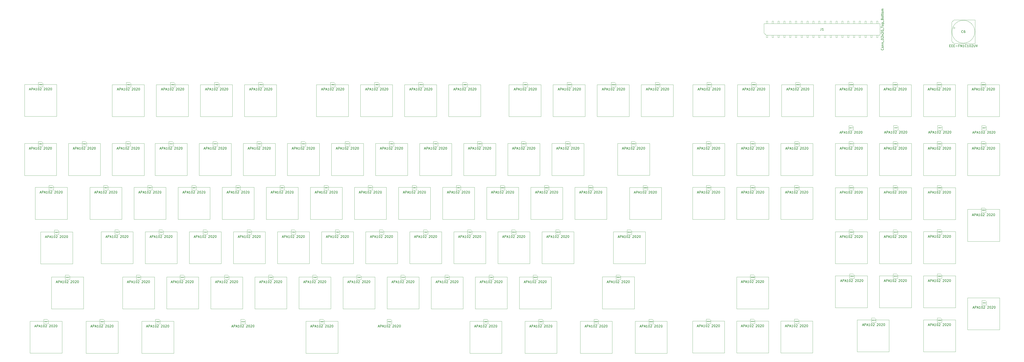
<source format=gbr>
%TF.GenerationSoftware,KiCad,Pcbnew,(5.1.10)-1*%
%TF.CreationDate,2021-09-26T02:52:38+10:00*%
%TF.ProjectId,RedPyKeeb_mainboard,52656450-794b-4656-9562-5f6d61696e62,rev?*%
%TF.SameCoordinates,Original*%
%TF.FileFunction,Other,Fab,Top*%
%FSLAX46Y46*%
G04 Gerber Fmt 4.6, Leading zero omitted, Abs format (unit mm)*
G04 Created by KiCad (PCBNEW (5.1.10)-1) date 2021-09-26 02:52:38*
%MOMM*%
%LPD*%
G01*
G04 APERTURE LIST*
%ADD10C,0.100000*%
%ADD11C,0.150000*%
%ADD12C,0.070000*%
G04 APERTURE END LIST*
D10*
%TO.C,C6*%
X435288700Y-25374600D02*
G75*
G03*
X435288700Y-25374600I-5000000J0D01*
G01*
X435438700Y-20224600D02*
X435438700Y-30524600D01*
X426138700Y-20224600D02*
X435438700Y-20224600D01*
X426138700Y-30524600D02*
X435438700Y-30524600D01*
X425138700Y-21224600D02*
X425138700Y-29524600D01*
X425138700Y-21224600D02*
X426138700Y-20224600D01*
X425138700Y-29524600D02*
X426138700Y-30524600D01*
X425730375Y-23674600D02*
X426730375Y-23674600D01*
X426230375Y-23174600D02*
X426230375Y-24174600D01*
%TO.C,LD0\u002C0*%
X27238200Y-48014000D02*
X26738200Y-47514000D01*
X27238200Y-48014000D02*
X27238200Y-49514000D01*
X25238200Y-47514000D02*
X26738200Y-47514000D01*
X25238200Y-49514000D02*
X25238200Y-47514000D01*
X27238200Y-49514000D02*
X25238200Y-49514000D01*
%TO.C,LD3\u002C5\u002C1*%
X179955700Y-151849200D02*
X179455700Y-151349200D01*
X179955700Y-151849200D02*
X179955700Y-153349200D01*
X177955700Y-151349200D02*
X179455700Y-151349200D01*
X177955700Y-153349200D02*
X177955700Y-151349200D01*
X179955700Y-153349200D02*
X177955700Y-153349200D01*
%TO.C,LD3\u002C5\u002C0*%
X115858800Y-151861900D02*
X115358800Y-151361900D01*
X115858800Y-151861900D02*
X115858800Y-153361900D01*
X113858800Y-151361900D02*
X115358800Y-151361900D01*
X113858800Y-153361900D02*
X113858800Y-151361900D01*
X115858800Y-153361900D02*
X113858800Y-153361900D01*
%TO.C,LD20\u002C7*%
X440331100Y-66975100D02*
X439831100Y-66475100D01*
X440331100Y-66975100D02*
X440331100Y-68475100D01*
X438331100Y-66475100D02*
X439831100Y-66475100D01*
X438331100Y-68475100D02*
X438331100Y-66475100D01*
X440331100Y-68475100D02*
X438331100Y-68475100D01*
%TO.C,LD20\u002C0*%
X440077100Y-48064800D02*
X439577100Y-47564800D01*
X440077100Y-48064800D02*
X440077100Y-49564800D01*
X438077100Y-47564800D02*
X439577100Y-47564800D01*
X438077100Y-49564800D02*
X438077100Y-47564800D01*
X440077100Y-49564800D02*
X438077100Y-49564800D01*
%TO.C,LD20\u002C1*%
X440140600Y-73960100D02*
X439640600Y-73460100D01*
X440140600Y-73960100D02*
X440140600Y-75460100D01*
X438140600Y-73460100D02*
X439640600Y-73460100D01*
X438140600Y-75460100D02*
X438140600Y-73460100D01*
X440140600Y-75460100D02*
X438140600Y-75460100D01*
%TO.C,LD19\u002C6*%
X440394600Y-143619600D02*
X439894600Y-143119600D01*
X440394600Y-143619600D02*
X440394600Y-145119600D01*
X438394600Y-143119600D02*
X439894600Y-143119600D01*
X438394600Y-145119600D02*
X438394600Y-143119600D01*
X440394600Y-145119600D02*
X438394600Y-145119600D01*
%TO.C,LD19\u002C3*%
X420836600Y-93226000D02*
X420336600Y-92726000D01*
X420836600Y-93226000D02*
X420836600Y-94726000D01*
X418836600Y-92726000D02*
X420336600Y-92726000D01*
X418836600Y-94726000D02*
X418836600Y-92726000D01*
X420836600Y-94726000D02*
X418836600Y-94726000D01*
%TO.C,LD19\u002C4*%
X440140600Y-103106600D02*
X439640600Y-102606600D01*
X440140600Y-103106600D02*
X440140600Y-104606600D01*
X438140600Y-102606600D02*
X439640600Y-102606600D01*
X438140600Y-104606600D02*
X438140600Y-102606600D01*
X440140600Y-104606600D02*
X438140600Y-104606600D01*
%TO.C,LD19\u002C1*%
X420836600Y-73972800D02*
X420336600Y-73472800D01*
X420836600Y-73972800D02*
X420836600Y-75472800D01*
X418836600Y-73472800D02*
X420336600Y-73472800D01*
X418836600Y-75472800D02*
X418836600Y-73472800D01*
X420836600Y-75472800D02*
X418836600Y-75472800D01*
%TO.C,LD19\u002C0*%
X420760400Y-48064800D02*
X420260400Y-47564800D01*
X420760400Y-48064800D02*
X420760400Y-49564800D01*
X418760400Y-47564800D02*
X420260400Y-47564800D01*
X418760400Y-49564800D02*
X418760400Y-47564800D01*
X420760400Y-49564800D02*
X418760400Y-49564800D01*
%TO.C,LD19\u002C7*%
X421027100Y-66924300D02*
X420527100Y-66424300D01*
X421027100Y-66924300D02*
X421027100Y-68424300D01*
X419027100Y-66424300D02*
X420527100Y-66424300D01*
X419027100Y-68424300D02*
X419027100Y-66424300D01*
X421027100Y-68424300D02*
X419027100Y-68424300D01*
%TO.C,LD18\u002C0*%
X401456400Y-48064800D02*
X400956400Y-47564800D01*
X401456400Y-48064800D02*
X401456400Y-49564800D01*
X399456400Y-47564800D02*
X400956400Y-47564800D01*
X399456400Y-49564800D02*
X399456400Y-47564800D01*
X401456400Y-49564800D02*
X399456400Y-49564800D01*
%TO.C,LD18\u002C3*%
X401532600Y-93226000D02*
X401032600Y-92726000D01*
X401532600Y-93226000D02*
X401532600Y-94726000D01*
X399532600Y-92726000D02*
X401032600Y-92726000D01*
X399532600Y-94726000D02*
X399532600Y-92726000D01*
X401532600Y-94726000D02*
X399532600Y-94726000D01*
%TO.C,LD18\u002C4*%
X420836600Y-112568100D02*
X420336600Y-112068100D01*
X420836600Y-112568100D02*
X420836600Y-114068100D01*
X418836600Y-112068100D02*
X420336600Y-112068100D01*
X418836600Y-114068100D02*
X418836600Y-112068100D01*
X420836600Y-114068100D02*
X418836600Y-114068100D01*
%TO.C,LD18\u002C5*%
X420836600Y-131935600D02*
X420336600Y-131435600D01*
X420836600Y-131935600D02*
X420836600Y-133435600D01*
X418836600Y-131435600D02*
X420336600Y-131435600D01*
X418836600Y-133435600D02*
X418836600Y-131435600D01*
X420836600Y-133435600D02*
X418836600Y-133435600D01*
%TO.C,LD18\u002C7*%
X401723100Y-66924300D02*
X401223100Y-66424300D01*
X401723100Y-66924300D02*
X401723100Y-68424300D01*
X399723100Y-66424300D02*
X401223100Y-66424300D01*
X399723100Y-68424300D02*
X399723100Y-66424300D01*
X401723100Y-68424300D02*
X399723100Y-68424300D01*
%TO.C,LD18\u002C1*%
X401532600Y-73960100D02*
X401032600Y-73460100D01*
X401532600Y-73960100D02*
X401532600Y-75460100D01*
X399532600Y-73460100D02*
X401032600Y-73460100D01*
X399532600Y-75460100D02*
X399532600Y-73460100D01*
X401532600Y-75460100D02*
X399532600Y-75460100D01*
%TO.C,LD18\u002C6*%
X420836600Y-151239600D02*
X420336600Y-150739600D01*
X420836600Y-151239600D02*
X420836600Y-152739600D01*
X418836600Y-150739600D02*
X420336600Y-150739600D01*
X418836600Y-152739600D02*
X418836600Y-150739600D01*
X420836600Y-152739600D02*
X418836600Y-152739600D01*
%TO.C,LD17\u002C4*%
X401532600Y-112631600D02*
X401032600Y-112131600D01*
X401532600Y-112631600D02*
X401532600Y-114131600D01*
X399532600Y-112131600D02*
X401032600Y-112131600D01*
X399532600Y-114131600D02*
X399532600Y-112131600D01*
X401532600Y-114131600D02*
X399532600Y-114131600D01*
%TO.C,LD17\u002C3*%
X382228600Y-93226000D02*
X381728600Y-92726000D01*
X382228600Y-93226000D02*
X382228600Y-94726000D01*
X380228600Y-92726000D02*
X381728600Y-92726000D01*
X380228600Y-94726000D02*
X380228600Y-92726000D01*
X382228600Y-94726000D02*
X380228600Y-94726000D01*
%TO.C,LD17\u002C6*%
X392007600Y-151239600D02*
X391507600Y-150739600D01*
X392007600Y-151239600D02*
X392007600Y-152739600D01*
X390007600Y-150739600D02*
X391507600Y-150739600D01*
X390007600Y-152739600D02*
X390007600Y-150739600D01*
X392007600Y-152739600D02*
X390007600Y-152739600D01*
%TO.C,LD17\u002C5*%
X401532600Y-131935600D02*
X401032600Y-131435600D01*
X401532600Y-131935600D02*
X401532600Y-133435600D01*
X399532600Y-131435600D02*
X401032600Y-131435600D01*
X399532600Y-133435600D02*
X399532600Y-131435600D01*
X401532600Y-133435600D02*
X399532600Y-133435600D01*
%TO.C,LD17\u002C1*%
X382228600Y-73960100D02*
X381728600Y-73460100D01*
X382228600Y-73960100D02*
X382228600Y-75460100D01*
X380228600Y-73460100D02*
X381728600Y-73460100D01*
X380228600Y-75460100D02*
X380228600Y-73460100D01*
X382228600Y-75460100D02*
X380228600Y-75460100D01*
%TO.C,LD17\u002C0*%
X382152400Y-48064800D02*
X381652400Y-47564800D01*
X382152400Y-48064800D02*
X382152400Y-49564800D01*
X380152400Y-47564800D02*
X381652400Y-47564800D01*
X380152400Y-49564800D02*
X380152400Y-47564800D01*
X382152400Y-49564800D02*
X380152400Y-49564800D01*
%TO.C,LD17\u002C7*%
X382101600Y-66975100D02*
X381601600Y-66475100D01*
X382101600Y-66975100D02*
X382101600Y-68475100D01*
X380101600Y-66475100D02*
X381601600Y-66475100D01*
X380101600Y-68475100D02*
X380101600Y-66475100D01*
X382101600Y-68475100D02*
X380101600Y-68475100D01*
%TO.C,LD16\u002C5*%
X382482600Y-131935600D02*
X381982600Y-131435600D01*
X382482600Y-131935600D02*
X382482600Y-133435600D01*
X380482600Y-131435600D02*
X381982600Y-131435600D01*
X380482600Y-133435600D02*
X380482600Y-131435600D01*
X382482600Y-133435600D02*
X380482600Y-133435600D01*
%TO.C,LD16\u002C3*%
X358352600Y-93200600D02*
X357852600Y-92700600D01*
X358352600Y-93200600D02*
X358352600Y-94700600D01*
X356352600Y-92700600D02*
X357852600Y-92700600D01*
X356352600Y-94700600D02*
X356352600Y-92700600D01*
X358352600Y-94700600D02*
X356352600Y-94700600D01*
%TO.C,LD16\u002C1*%
X358430800Y-73985500D02*
X357930800Y-73485500D01*
X358430800Y-73985500D02*
X358430800Y-75485500D01*
X356430800Y-73485500D02*
X357930800Y-73485500D01*
X356430800Y-75485500D02*
X356430800Y-73485500D01*
X358430800Y-75485500D02*
X356430800Y-75485500D01*
%TO.C,LD16\u002C6*%
X358289100Y-151747600D02*
X357789100Y-151247600D01*
X358289100Y-151747600D02*
X358289100Y-153247600D01*
X356289100Y-151247600D02*
X357789100Y-151247600D01*
X356289100Y-153247600D02*
X356289100Y-151247600D01*
X358289100Y-153247600D02*
X356289100Y-153247600D01*
%TO.C,LD16\u002C0*%
X358847900Y-48052100D02*
X358347900Y-47552100D01*
X358847900Y-48052100D02*
X358847900Y-49552100D01*
X356847900Y-47552100D02*
X358347900Y-47552100D01*
X356847900Y-49552100D02*
X356847900Y-47552100D01*
X358847900Y-49552100D02*
X356847900Y-49552100D01*
%TO.C,LD16\u002C4*%
X382228600Y-112631600D02*
X381728600Y-112131600D01*
X382228600Y-112631600D02*
X382228600Y-114131600D01*
X380228600Y-112131600D02*
X381728600Y-112131600D01*
X380228600Y-114131600D02*
X380228600Y-112131600D01*
X382228600Y-114131600D02*
X380228600Y-114131600D01*
%TO.C,LD15\u002C0*%
X339543900Y-48052100D02*
X339043900Y-47552100D01*
X339543900Y-48052100D02*
X339543900Y-49552100D01*
X337543900Y-47552100D02*
X339043900Y-47552100D01*
X337543900Y-49552100D02*
X337543900Y-47552100D01*
X339543900Y-49552100D02*
X337543900Y-49552100D01*
%TO.C,LD15\u002C5*%
X338985100Y-132392800D02*
X338485100Y-131892800D01*
X338985100Y-132392800D02*
X338985100Y-133892800D01*
X336985100Y-131892800D02*
X338485100Y-131892800D01*
X336985100Y-133892800D02*
X336985100Y-131892800D01*
X338985100Y-133892800D02*
X336985100Y-133892800D01*
%TO.C,LD15\u002C6*%
X338985100Y-151747600D02*
X338485100Y-151247600D01*
X338985100Y-151747600D02*
X338985100Y-153247600D01*
X336985100Y-151247600D02*
X338485100Y-151247600D01*
X336985100Y-153247600D02*
X336985100Y-151247600D01*
X338985100Y-153247600D02*
X336985100Y-153247600D01*
%TO.C,LD15\u002C3*%
X339048600Y-93200600D02*
X338548600Y-92700600D01*
X339048600Y-93200600D02*
X339048600Y-94700600D01*
X337048600Y-92700600D02*
X338548600Y-92700600D01*
X337048600Y-94700600D02*
X337048600Y-92700600D01*
X339048600Y-94700600D02*
X337048600Y-94700600D01*
%TO.C,LD15\u002C1*%
X339048600Y-73960100D02*
X338548600Y-73460100D01*
X339048600Y-73960100D02*
X339048600Y-75460100D01*
X337048600Y-73460100D02*
X338548600Y-73460100D01*
X337048600Y-75460100D02*
X337048600Y-73460100D01*
X339048600Y-75460100D02*
X337048600Y-75460100D01*
%TO.C,LD14\u002C1*%
X319744600Y-73960100D02*
X319244600Y-73460100D01*
X319744600Y-73960100D02*
X319744600Y-75460100D01*
X317744600Y-73460100D02*
X319244600Y-73460100D01*
X317744600Y-75460100D02*
X317744600Y-73460100D01*
X319744600Y-75460100D02*
X317744600Y-75460100D01*
%TO.C,LD14\u002C3*%
X319744600Y-93200600D02*
X319244600Y-92700600D01*
X319744600Y-93200600D02*
X319744600Y-94700600D01*
X317744600Y-92700600D02*
X319244600Y-92700600D01*
X317744600Y-94700600D02*
X317744600Y-92700600D01*
X319744600Y-94700600D02*
X317744600Y-94700600D01*
%TO.C,LD14\u002C0*%
X319985900Y-48052100D02*
X319485900Y-47552100D01*
X319985900Y-48052100D02*
X319985900Y-49552100D01*
X317985900Y-47552100D02*
X319485900Y-47552100D01*
X317985900Y-49552100D02*
X317985900Y-47552100D01*
X319985900Y-49552100D02*
X317985900Y-49552100D01*
%TO.C,LD14\u002C6*%
X319681100Y-151747600D02*
X319181100Y-151247600D01*
X319681100Y-151747600D02*
X319681100Y-153247600D01*
X317681100Y-151247600D02*
X319181100Y-151247600D01*
X317681100Y-153247600D02*
X317681100Y-151247600D01*
X319681100Y-153247600D02*
X317681100Y-153247600D01*
%TO.C,LD13\u002C1*%
X286889700Y-73960100D02*
X286389700Y-73460100D01*
X286889700Y-73960100D02*
X286889700Y-75460100D01*
X284889700Y-73460100D02*
X286389700Y-73460100D01*
X284889700Y-75460100D02*
X284889700Y-73460100D01*
X286889700Y-75460100D02*
X284889700Y-75460100D01*
%TO.C,LD13\u002C2*%
X292084000Y-93226000D02*
X291584000Y-92726000D01*
X292084000Y-93226000D02*
X292084000Y-94726000D01*
X290084000Y-92726000D02*
X291584000Y-92726000D01*
X290084000Y-94726000D02*
X290084000Y-92726000D01*
X292084000Y-94726000D02*
X290084000Y-94726000D01*
%TO.C,LD12\u002C0*%
X297415460Y-48052100D02*
X296915460Y-47552100D01*
X297415460Y-48052100D02*
X297415460Y-49552100D01*
X295415460Y-47552100D02*
X296915460Y-47552100D01*
X295415460Y-49552100D02*
X295415460Y-47552100D01*
X297415460Y-49552100D02*
X295415460Y-49552100D01*
%TO.C,LD12\u002C1*%
X258124200Y-73960100D02*
X257624200Y-73460100D01*
X258124200Y-73960100D02*
X258124200Y-75460100D01*
X256124200Y-73460100D02*
X257624200Y-73460100D01*
X256124200Y-75460100D02*
X256124200Y-73460100D01*
X258124200Y-75460100D02*
X256124200Y-75460100D01*
%TO.C,LD12\u002C3*%
X285022800Y-112657000D02*
X284522800Y-112157000D01*
X285022800Y-112657000D02*
X285022800Y-114157000D01*
X283022800Y-112157000D02*
X284522800Y-112157000D01*
X283022800Y-114157000D02*
X283022800Y-112157000D01*
X285022800Y-114157000D02*
X283022800Y-114157000D01*
%TO.C,LD12\u002C2*%
X268157200Y-93200600D02*
X267657200Y-92700600D01*
X268157200Y-93200600D02*
X268157200Y-94700600D01*
X266157200Y-92700600D02*
X267657200Y-92700600D01*
X266157200Y-94700600D02*
X266157200Y-92700600D01*
X268157200Y-94700600D02*
X266157200Y-94700600D01*
%TO.C,LD11\u002C4*%
X280222200Y-132443600D02*
X279722200Y-131943600D01*
X280222200Y-132443600D02*
X280222200Y-133943600D01*
X278222200Y-131943600D02*
X279722200Y-131943600D01*
X278222200Y-133943600D02*
X278222200Y-131943600D01*
X280222200Y-133943600D02*
X278222200Y-133943600D01*
%TO.C,LD11\u002C2*%
X248853200Y-93200600D02*
X248353200Y-92700600D01*
X248853200Y-93200600D02*
X248853200Y-94700600D01*
X246853200Y-92700600D02*
X248353200Y-92700600D01*
X246853200Y-94700600D02*
X246853200Y-92700600D01*
X248853200Y-94700600D02*
X246853200Y-94700600D01*
%TO.C,LD11\u002C5*%
X294573200Y-151874600D02*
X294073200Y-151374600D01*
X294573200Y-151874600D02*
X294573200Y-153374600D01*
X292573200Y-151374600D02*
X294073200Y-151374600D01*
X292573200Y-153374600D02*
X292573200Y-151374600D01*
X294573200Y-153374600D02*
X292573200Y-153374600D01*
%TO.C,LD11\u002C0*%
X278111460Y-48052100D02*
X277611460Y-47552100D01*
X278111460Y-48052100D02*
X278111460Y-49552100D01*
X276111460Y-47552100D02*
X277611460Y-47552100D01*
X276111460Y-49552100D02*
X276111460Y-47552100D01*
X278111460Y-49552100D02*
X276111460Y-49552100D01*
%TO.C,LD11\u002C3*%
X253742700Y-112631600D02*
X253242700Y-112131600D01*
X253742700Y-112631600D02*
X253742700Y-114131600D01*
X251742700Y-112131600D02*
X253242700Y-112131600D01*
X251742700Y-114131600D02*
X251742700Y-112131600D01*
X253742700Y-114131600D02*
X251742700Y-114131600D01*
%TO.C,LD11\u002C1*%
X238820200Y-73960100D02*
X238320200Y-73460100D01*
X238820200Y-73960100D02*
X238820200Y-75460100D01*
X236820200Y-73460100D02*
X238320200Y-73460100D01*
X236820200Y-75460100D02*
X236820200Y-73460100D01*
X238820200Y-75460100D02*
X236820200Y-75460100D01*
%TO.C,LD10\u002C3*%
X234438700Y-112631600D02*
X233938700Y-112131600D01*
X234438700Y-112631600D02*
X234438700Y-114131600D01*
X232438700Y-112131600D02*
X233938700Y-112131600D01*
X232438700Y-114131600D02*
X232438700Y-112131600D01*
X234438700Y-114131600D02*
X232438700Y-114131600D01*
%TO.C,LD10\u002C4*%
X243836700Y-132443600D02*
X243336700Y-131943600D01*
X243836700Y-132443600D02*
X243836700Y-133943600D01*
X241836700Y-131943600D02*
X243336700Y-131943600D01*
X241836700Y-133943600D02*
X241836700Y-131943600D01*
X243836700Y-133943600D02*
X241836700Y-133943600D01*
%TO.C,LD10\u002C2*%
X229549200Y-93200600D02*
X229049200Y-92700600D01*
X229549200Y-93200600D02*
X229549200Y-94700600D01*
X227549200Y-92700600D02*
X229049200Y-92700600D01*
X227549200Y-94700600D02*
X227549200Y-92700600D01*
X229549200Y-94700600D02*
X227549200Y-94700600D01*
%TO.C,LD10\u002C1*%
X219516200Y-73960100D02*
X219016200Y-73460100D01*
X219516200Y-73960100D02*
X219516200Y-75460100D01*
X217516200Y-73460100D02*
X219016200Y-73460100D01*
X217516200Y-75460100D02*
X217516200Y-73460100D01*
X219516200Y-75460100D02*
X217516200Y-75460100D01*
%TO.C,LD10\u002C5*%
X270506700Y-151874600D02*
X270006700Y-151374600D01*
X270506700Y-151874600D02*
X270506700Y-153374600D01*
X268506700Y-151374600D02*
X270006700Y-151374600D01*
X268506700Y-153374600D02*
X268506700Y-151374600D01*
X270506700Y-153374600D02*
X268506700Y-153374600D01*
%TO.C,LD10\u002C0*%
X258807460Y-48052100D02*
X258307460Y-47552100D01*
X258807460Y-48052100D02*
X258807460Y-49552100D01*
X256807460Y-47552100D02*
X258307460Y-47552100D01*
X256807460Y-49552100D02*
X256807460Y-47552100D01*
X258807460Y-49552100D02*
X256807460Y-49552100D01*
%TO.C,LD9\u002C2*%
X210245200Y-93200600D02*
X209745200Y-92700600D01*
X210245200Y-93200600D02*
X210245200Y-94700600D01*
X208245200Y-92700600D02*
X209745200Y-92700600D01*
X208245200Y-94700600D02*
X208245200Y-92700600D01*
X210245200Y-94700600D02*
X208245200Y-94700600D01*
%TO.C,LD9\u002C5*%
X246313200Y-151874600D02*
X245813200Y-151374600D01*
X246313200Y-151874600D02*
X246313200Y-153374600D01*
X244313200Y-151374600D02*
X245813200Y-151374600D01*
X244313200Y-153374600D02*
X244313200Y-151374600D01*
X246313200Y-153374600D02*
X244313200Y-153374600D01*
%TO.C,LD9\u002C3*%
X215134700Y-112631600D02*
X214634700Y-112131600D01*
X215134700Y-112631600D02*
X215134700Y-114131600D01*
X213134700Y-112131600D02*
X214634700Y-112131600D01*
X213134700Y-114131600D02*
X213134700Y-112131600D01*
X215134700Y-114131600D02*
X213134700Y-114131600D01*
%TO.C,LD9\u002C4*%
X224532700Y-132443600D02*
X224032700Y-131943600D01*
X224532700Y-132443600D02*
X224532700Y-133943600D01*
X222532700Y-131943600D02*
X224032700Y-131943600D01*
X222532700Y-133943600D02*
X222532700Y-131943600D01*
X224532700Y-133943600D02*
X222532700Y-133943600D01*
%TO.C,LD9\u002C1*%
X200212200Y-73960100D02*
X199712200Y-73460100D01*
X200212200Y-73960100D02*
X200212200Y-75460100D01*
X198212200Y-73460100D02*
X199712200Y-73460100D01*
X198212200Y-75460100D02*
X198212200Y-73460100D01*
X200212200Y-75460100D02*
X198212200Y-75460100D01*
%TO.C,LD9\u002C0*%
X239503460Y-48052100D02*
X239003460Y-47552100D01*
X239503460Y-48052100D02*
X239503460Y-49552100D01*
X237503460Y-47552100D02*
X239003460Y-47552100D01*
X237503460Y-49552100D02*
X237503460Y-47552100D01*
X239503460Y-49552100D02*
X237503460Y-49552100D01*
%TO.C,LD8\u002C5*%
X222183200Y-151874600D02*
X221683200Y-151374600D01*
X222183200Y-151874600D02*
X222183200Y-153374600D01*
X220183200Y-151374600D02*
X221683200Y-151374600D01*
X220183200Y-153374600D02*
X220183200Y-151374600D01*
X222183200Y-153374600D02*
X220183200Y-153374600D01*
%TO.C,LD8\u002C1*%
X180908200Y-73960100D02*
X180408200Y-73460100D01*
X180908200Y-73960100D02*
X180908200Y-75460100D01*
X178908200Y-73460100D02*
X180408200Y-73460100D01*
X178908200Y-75460100D02*
X178908200Y-73460100D01*
X180908200Y-75460100D02*
X178908200Y-75460100D01*
%TO.C,LD8\u002C2*%
X190941200Y-93200600D02*
X190441200Y-92700600D01*
X190941200Y-93200600D02*
X190941200Y-94700600D01*
X188941200Y-92700600D02*
X190441200Y-92700600D01*
X188941200Y-94700600D02*
X188941200Y-92700600D01*
X190941200Y-94700600D02*
X188941200Y-94700600D01*
%TO.C,LD8\u002C0*%
X213087460Y-48052100D02*
X212587460Y-47552100D01*
X213087460Y-48052100D02*
X213087460Y-49552100D01*
X211087460Y-47552100D02*
X212587460Y-47552100D01*
X211087460Y-49552100D02*
X211087460Y-47552100D01*
X213087460Y-49552100D02*
X211087460Y-49552100D01*
%TO.C,LD8\u002C4*%
X205228700Y-132443600D02*
X204728700Y-131943600D01*
X205228700Y-132443600D02*
X205228700Y-133943600D01*
X203228700Y-131943600D02*
X204728700Y-131943600D01*
X203228700Y-133943600D02*
X203228700Y-131943600D01*
X205228700Y-133943600D02*
X203228700Y-133943600D01*
%TO.C,LD8\u002C3*%
X195830700Y-112631600D02*
X195330700Y-112131600D01*
X195830700Y-112631600D02*
X195830700Y-114131600D01*
X193830700Y-112131600D02*
X195330700Y-112131600D01*
X193830700Y-114131600D02*
X193830700Y-112131600D01*
X195830700Y-114131600D02*
X193830700Y-114131600D01*
%TO.C,LD7\u002C2*%
X171637200Y-93200600D02*
X171137200Y-92700600D01*
X171637200Y-93200600D02*
X171637200Y-94700600D01*
X169637200Y-92700600D02*
X171137200Y-92700600D01*
X169637200Y-94700600D02*
X169637200Y-92700600D01*
X171637200Y-94700600D02*
X169637200Y-94700600D01*
%TO.C,LD7\u002C1*%
X161604200Y-73960100D02*
X161104200Y-73460100D01*
X161604200Y-73960100D02*
X161604200Y-75460100D01*
X159604200Y-73460100D02*
X161104200Y-73460100D01*
X159604200Y-75460100D02*
X159604200Y-73460100D01*
X161604200Y-75460100D02*
X159604200Y-75460100D01*
%TO.C,LD7\u002C3*%
X176526700Y-112631600D02*
X176026700Y-112131600D01*
X176526700Y-112631600D02*
X176526700Y-114131600D01*
X174526700Y-112131600D02*
X176026700Y-112131600D01*
X174526700Y-114131600D02*
X174526700Y-112131600D01*
X176526700Y-114131600D02*
X174526700Y-114131600D01*
%TO.C,LD7\u002C4*%
X185924700Y-132443600D02*
X185424700Y-131943600D01*
X185924700Y-132443600D02*
X185924700Y-133943600D01*
X183924700Y-131943600D02*
X185424700Y-131943600D01*
X183924700Y-133943600D02*
X183924700Y-131943600D01*
X185924700Y-133943600D02*
X183924700Y-133943600D01*
%TO.C,LD7\u002C0*%
X193783460Y-48052100D02*
X193283460Y-47552100D01*
X193783460Y-48052100D02*
X193783460Y-49552100D01*
X191783460Y-47552100D02*
X193283460Y-47552100D01*
X191783460Y-49552100D02*
X191783460Y-47552100D01*
X193783460Y-49552100D02*
X191783460Y-49552100D01*
%TO.C,LD6\u002C1*%
X142300200Y-73960100D02*
X141800200Y-73460100D01*
X142300200Y-73960100D02*
X142300200Y-75460100D01*
X140300200Y-73460100D02*
X141800200Y-73460100D01*
X140300200Y-75460100D02*
X140300200Y-73460100D01*
X142300200Y-75460100D02*
X140300200Y-75460100D01*
%TO.C,LD6\u002C3*%
X157222700Y-112631600D02*
X156722700Y-112131600D01*
X157222700Y-112631600D02*
X157222700Y-114131600D01*
X155222700Y-112131600D02*
X156722700Y-112131600D01*
X155222700Y-114131600D02*
X155222700Y-112131600D01*
X157222700Y-114131600D02*
X155222700Y-114131600D01*
%TO.C,LD6\u002C4*%
X166620700Y-132443600D02*
X166120700Y-131943600D01*
X166620700Y-132443600D02*
X166620700Y-133943600D01*
X164620700Y-131943600D02*
X166120700Y-131943600D01*
X164620700Y-133943600D02*
X164620700Y-131943600D01*
X166620700Y-133943600D02*
X164620700Y-133943600D01*
%TO.C,LD6\u002C0*%
X174479460Y-48052100D02*
X173979460Y-47552100D01*
X174479460Y-48052100D02*
X174479460Y-49552100D01*
X172479460Y-47552100D02*
X173979460Y-47552100D01*
X172479460Y-49552100D02*
X172479460Y-47552100D01*
X174479460Y-49552100D02*
X172479460Y-49552100D01*
%TO.C,LD6\u002C2*%
X152333200Y-93200600D02*
X151833200Y-92700600D01*
X152333200Y-93200600D02*
X152333200Y-94700600D01*
X150333200Y-92700600D02*
X151833200Y-92700600D01*
X150333200Y-94700600D02*
X150333200Y-92700600D01*
X152333200Y-94700600D02*
X150333200Y-94700600D01*
%TO.C,LD5\u002C1*%
X122996200Y-73960100D02*
X122496200Y-73460100D01*
X122996200Y-73960100D02*
X122996200Y-75460100D01*
X120996200Y-73460100D02*
X122496200Y-73460100D01*
X120996200Y-75460100D02*
X120996200Y-73460100D01*
X122996200Y-75460100D02*
X120996200Y-75460100D01*
%TO.C,LD5\u002C2*%
X133029200Y-93200600D02*
X132529200Y-92700600D01*
X133029200Y-93200600D02*
X133029200Y-94700600D01*
X131029200Y-92700600D02*
X132529200Y-92700600D01*
X131029200Y-94700600D02*
X131029200Y-92700600D01*
X133029200Y-94700600D02*
X131029200Y-94700600D01*
%TO.C,LD5\u002C4*%
X147316700Y-132443600D02*
X146816700Y-131943600D01*
X147316700Y-132443600D02*
X147316700Y-133943600D01*
X145316700Y-131943600D02*
X146816700Y-131943600D01*
X145316700Y-133943600D02*
X145316700Y-131943600D01*
X147316700Y-133943600D02*
X145316700Y-133943600D01*
%TO.C,LD5\u002C0*%
X155175460Y-48052100D02*
X154675460Y-47552100D01*
X155175460Y-48052100D02*
X155175460Y-49552100D01*
X153175460Y-47552100D02*
X154675460Y-47552100D01*
X153175460Y-49552100D02*
X153175460Y-47552100D01*
X155175460Y-49552100D02*
X153175460Y-49552100D01*
%TO.C,LD5\u002C3*%
X137918700Y-112631600D02*
X137418700Y-112131600D01*
X137918700Y-112631600D02*
X137918700Y-114131600D01*
X135918700Y-112131600D02*
X137418700Y-112131600D01*
X135918700Y-114131600D02*
X135918700Y-112131600D01*
X137918700Y-114131600D02*
X135918700Y-114131600D01*
%TO.C,LD4\u002C3*%
X118614700Y-112631600D02*
X118114700Y-112131600D01*
X118614700Y-112631600D02*
X118614700Y-114131600D01*
X116614700Y-112131600D02*
X118114700Y-112131600D01*
X116614700Y-114131600D02*
X116614700Y-112131600D01*
X118614700Y-114131600D02*
X116614700Y-114131600D01*
%TO.C,LD4\u002C4*%
X128012700Y-132443600D02*
X127512700Y-131943600D01*
X128012700Y-132443600D02*
X128012700Y-133943600D01*
X126012700Y-131943600D02*
X127512700Y-131943600D01*
X126012700Y-133943600D02*
X126012700Y-131943600D01*
X128012700Y-133943600D02*
X126012700Y-133943600D01*
%TO.C,LD4\u002C0*%
X123679460Y-48052100D02*
X123179460Y-47552100D01*
X123679460Y-48052100D02*
X123679460Y-49552100D01*
X121679460Y-47552100D02*
X123179460Y-47552100D01*
X121679460Y-49552100D02*
X121679460Y-47552100D01*
X123679460Y-49552100D02*
X121679460Y-49552100D01*
%TO.C,LD4\u002C2*%
X113725200Y-93200600D02*
X113225200Y-92700600D01*
X113725200Y-93200600D02*
X113725200Y-94700600D01*
X111725200Y-92700600D02*
X113225200Y-92700600D01*
X111725200Y-94700600D02*
X111725200Y-92700600D01*
X113725200Y-94700600D02*
X111725200Y-94700600D01*
%TO.C,LD4\u002C1*%
X103692200Y-73960100D02*
X103192200Y-73460100D01*
X103692200Y-73960100D02*
X103692200Y-75460100D01*
X101692200Y-73460100D02*
X103192200Y-73460100D01*
X101692200Y-75460100D02*
X101692200Y-73460100D01*
X103692200Y-75460100D02*
X101692200Y-75460100D01*
%TO.C,LD3\u002C0*%
X104375460Y-48052100D02*
X103875460Y-47552100D01*
X104375460Y-48052100D02*
X104375460Y-49552100D01*
X102375460Y-47552100D02*
X103875460Y-47552100D01*
X102375460Y-49552100D02*
X102375460Y-47552100D01*
X104375460Y-49552100D02*
X102375460Y-49552100D01*
%TO.C,LD3\u002C1*%
X84388200Y-73960100D02*
X83888200Y-73460100D01*
X84388200Y-73960100D02*
X84388200Y-75460100D01*
X82388200Y-73460100D02*
X83888200Y-73460100D01*
X82388200Y-75460100D02*
X82388200Y-73460100D01*
X84388200Y-75460100D02*
X82388200Y-75460100D01*
%TO.C,LD3\u002C2*%
X94421200Y-93200600D02*
X93921200Y-92700600D01*
X94421200Y-93200600D02*
X94421200Y-94700600D01*
X92421200Y-92700600D02*
X93921200Y-92700600D01*
X92421200Y-94700600D02*
X92421200Y-92700600D01*
X94421200Y-94700600D02*
X92421200Y-94700600D01*
%TO.C,LD3\u002C4*%
X108708700Y-132443600D02*
X108208700Y-131943600D01*
X108708700Y-132443600D02*
X108708700Y-133943600D01*
X106708700Y-131943600D02*
X108208700Y-131943600D01*
X106708700Y-133943600D02*
X106708700Y-131943600D01*
X108708700Y-133943600D02*
X106708700Y-133943600D01*
%TO.C,LD3\u002C5*%
X150428200Y-151874600D02*
X149928200Y-151374600D01*
X150428200Y-151874600D02*
X150428200Y-153374600D01*
X148428200Y-151374600D02*
X149928200Y-151374600D01*
X148428200Y-153374600D02*
X148428200Y-151374600D01*
X150428200Y-153374600D02*
X148428200Y-153374600D01*
%TO.C,LD3\u002C3*%
X99310700Y-112631600D02*
X98810700Y-112131600D01*
X99310700Y-112631600D02*
X99310700Y-114131600D01*
X97310700Y-112131600D02*
X98810700Y-112131600D01*
X97310700Y-114131600D02*
X97310700Y-112131600D01*
X99310700Y-114131600D02*
X97310700Y-114131600D01*
%TO.C,LD2\u002C3*%
X80006700Y-112631600D02*
X79506700Y-112131600D01*
X80006700Y-112631600D02*
X80006700Y-114131600D01*
X78006700Y-112131600D02*
X79506700Y-112131600D01*
X78006700Y-114131600D02*
X78006700Y-112131600D01*
X80006700Y-114131600D02*
X78006700Y-114131600D01*
%TO.C,LD2\u002C5*%
X78546200Y-151874600D02*
X78046200Y-151374600D01*
X78546200Y-151874600D02*
X78546200Y-153374600D01*
X76546200Y-151374600D02*
X78046200Y-151374600D01*
X76546200Y-153374600D02*
X76546200Y-151374600D01*
X78546200Y-153374600D02*
X76546200Y-153374600D01*
%TO.C,LD2\u002C4*%
X89264700Y-132443600D02*
X88764700Y-131943600D01*
X89264700Y-132443600D02*
X89264700Y-133943600D01*
X87264700Y-131943600D02*
X88764700Y-131943600D01*
X87264700Y-133943600D02*
X87264700Y-131943600D01*
X89264700Y-133943600D02*
X87264700Y-133943600D01*
%TO.C,LD2\u002C0*%
X85071460Y-48052100D02*
X84571460Y-47552100D01*
X85071460Y-48052100D02*
X85071460Y-49552100D01*
X83071460Y-47552100D02*
X84571460Y-47552100D01*
X83071460Y-49552100D02*
X83071460Y-47552100D01*
X85071460Y-49552100D02*
X83071460Y-49552100D01*
%TO.C,LD2\u002C1*%
X65592200Y-73960100D02*
X65092200Y-73460100D01*
X65592200Y-73960100D02*
X65592200Y-75460100D01*
X63592200Y-73460100D02*
X65092200Y-73460100D01*
X63592200Y-75460100D02*
X63592200Y-73460100D01*
X65592200Y-75460100D02*
X63592200Y-75460100D01*
%TO.C,LD2\u002C2*%
X75117200Y-93200600D02*
X74617200Y-92700600D01*
X75117200Y-93200600D02*
X75117200Y-94700600D01*
X73117200Y-92700600D02*
X74617200Y-92700600D01*
X73117200Y-94700600D02*
X73117200Y-92700600D01*
X75117200Y-94700600D02*
X73117200Y-94700600D01*
%TO.C,LD1\u002C0*%
X65767460Y-48052100D02*
X65267460Y-47552100D01*
X65767460Y-48052100D02*
X65767460Y-49552100D01*
X63767460Y-47552100D02*
X65267460Y-47552100D01*
X63767460Y-49552100D02*
X63767460Y-47552100D01*
X65767460Y-49552100D02*
X63767460Y-49552100D01*
%TO.C,LD1\u002C4*%
X70100700Y-132443600D02*
X69600700Y-131943600D01*
X70100700Y-132443600D02*
X70100700Y-133943600D01*
X68100700Y-131943600D02*
X69600700Y-131943600D01*
X68100700Y-133943600D02*
X68100700Y-131943600D01*
X70100700Y-133943600D02*
X68100700Y-133943600D01*
%TO.C,LD1\u002C1*%
X46389800Y-73972800D02*
X45889800Y-73472800D01*
X46389800Y-73972800D02*
X46389800Y-75472800D01*
X44389800Y-73472800D02*
X45889800Y-73472800D01*
X44389800Y-75472800D02*
X44389800Y-73472800D01*
X46389800Y-75472800D02*
X44389800Y-75472800D01*
%TO.C,LD1\u002C3*%
X60702700Y-112631600D02*
X60202700Y-112131600D01*
X60702700Y-112631600D02*
X60702700Y-114131600D01*
X58702700Y-112131600D02*
X60202700Y-112131600D01*
X58702700Y-114131600D02*
X58702700Y-112131600D01*
X60702700Y-114131600D02*
X58702700Y-114131600D01*
%TO.C,LD1\u002C5*%
X54162200Y-151874600D02*
X53662200Y-151374600D01*
X54162200Y-151874600D02*
X54162200Y-153374600D01*
X52162200Y-151374600D02*
X53662200Y-151374600D01*
X52162200Y-153374600D02*
X52162200Y-151374600D01*
X54162200Y-153374600D02*
X52162200Y-153374600D01*
%TO.C,LD1\u002C2*%
X55813200Y-93200600D02*
X55313200Y-92700600D01*
X55813200Y-93200600D02*
X55813200Y-94700600D01*
X53813200Y-92700600D02*
X55313200Y-92700600D01*
X53813200Y-94700600D02*
X53813200Y-92700600D01*
X55813200Y-94700600D02*
X53813200Y-94700600D01*
%TO.C,LD0\u002C2*%
X31886400Y-93175200D02*
X31386400Y-92675200D01*
X31886400Y-93175200D02*
X31886400Y-94675200D01*
X29886400Y-92675200D02*
X31386400Y-92675200D01*
X29886400Y-94675200D02*
X29886400Y-92675200D01*
X31886400Y-94675200D02*
X29886400Y-94675200D01*
%TO.C,LD0\u002C1*%
X27174700Y-73972800D02*
X26674700Y-73472800D01*
X27174700Y-73972800D02*
X27174700Y-75472800D01*
X25174700Y-73472800D02*
X26674700Y-73472800D01*
X25174700Y-75472800D02*
X25174700Y-73472800D01*
X27174700Y-75472800D02*
X25174700Y-75472800D01*
%TO.C,LD0\u002C5*%
X29587700Y-151823800D02*
X29087700Y-151323800D01*
X29587700Y-151823800D02*
X29587700Y-153323800D01*
X27587700Y-151323800D02*
X29087700Y-151323800D01*
X27587700Y-153323800D02*
X27587700Y-151323800D01*
X29587700Y-153323800D02*
X27587700Y-153323800D01*
%TO.C,LD0\u002C3*%
X34223200Y-112707800D02*
X33723200Y-112207800D01*
X34223200Y-112707800D02*
X34223200Y-114207800D01*
X32223200Y-112207800D02*
X33723200Y-112207800D01*
X32223200Y-114207800D02*
X32223200Y-112207800D01*
X34223200Y-114207800D02*
X32223200Y-114207800D01*
%TO.C,LD0\u002C4*%
X38985700Y-132443600D02*
X38485700Y-131943600D01*
X38985700Y-132443600D02*
X38985700Y-133943600D01*
X36985700Y-131943600D02*
X38485700Y-131943600D01*
X36985700Y-133943600D02*
X36985700Y-131943600D01*
X38985700Y-133943600D02*
X36985700Y-133943600D01*
%TO.C,K19\u002C6*%
X432140600Y-155945600D02*
X446140600Y-155945600D01*
X432140600Y-141945600D02*
X432140600Y-155945600D01*
X446140600Y-141945600D02*
X432140600Y-141945600D01*
X446140600Y-155945600D02*
X446140600Y-141945600D01*
%TO.C,K7\u002C0*%
X185592960Y-62537100D02*
X199592960Y-62537100D01*
X185592960Y-48537100D02*
X185592960Y-62537100D01*
X199592960Y-48537100D02*
X185592960Y-48537100D01*
X199592960Y-62537100D02*
X199592960Y-48537100D01*
%TO.C,K12\u002C3*%
X277048200Y-127002300D02*
X291048200Y-127002300D01*
X277048200Y-113002300D02*
X277048200Y-127002300D01*
X291048200Y-113002300D02*
X277048200Y-113002300D01*
X291048200Y-127002300D02*
X291048200Y-113002300D01*
%TO.C,K16\u002C1*%
X350352600Y-88318100D02*
X364352600Y-88318100D01*
X350352600Y-74318100D02*
X350352600Y-88318100D01*
X364352600Y-74318100D02*
X350352600Y-74318100D01*
X364352600Y-88318100D02*
X364352600Y-74318100D01*
%TO.C,K14\u002C1*%
X311744600Y-88318100D02*
X325744600Y-88318100D01*
X311744600Y-74318100D02*
X311744600Y-88318100D01*
X325744600Y-74318100D02*
X311744600Y-74318100D01*
X325744600Y-88318100D02*
X325744600Y-74318100D01*
%TO.C,K3\u002C2*%
X86421200Y-107558600D02*
X100421200Y-107558600D01*
X86421200Y-93558600D02*
X86421200Y-107558600D01*
X100421200Y-93558600D02*
X86421200Y-93558600D01*
X100421200Y-107558600D02*
X100421200Y-93558600D01*
%TO.C,K8\u002C0*%
X204896960Y-62537100D02*
X218896960Y-62537100D01*
X204896960Y-48537100D02*
X204896960Y-62537100D01*
X218896960Y-48537100D02*
X204896960Y-48537100D01*
X218896960Y-62537100D02*
X218896960Y-48537100D01*
%TO.C,K0\u002C2*%
X23873700Y-107533200D02*
X37873700Y-107533200D01*
X23873700Y-93533200D02*
X23873700Y-107533200D01*
X37873700Y-93533200D02*
X23873700Y-93533200D01*
X37873700Y-107533200D02*
X37873700Y-93533200D01*
%TO.C,K18\u002C4*%
X412836600Y-126926100D02*
X426836600Y-126926100D01*
X412836600Y-112926100D02*
X412836600Y-126926100D01*
X426836600Y-112926100D02*
X412836600Y-112926100D01*
X426836600Y-126926100D02*
X426836600Y-112926100D01*
%TO.C,K10\u002C3*%
X226438700Y-126989600D02*
X240438700Y-126989600D01*
X226438700Y-112989600D02*
X226438700Y-126989600D01*
X240438700Y-112989600D02*
X226438700Y-112989600D01*
X240438700Y-126989600D02*
X240438700Y-112989600D01*
%TO.C,K13\u002C1*%
X278889700Y-88267300D02*
X292889700Y-88267300D01*
X278889700Y-74267300D02*
X278889700Y-88267300D01*
X292889700Y-74267300D02*
X278889700Y-74267300D01*
X292889700Y-88267300D02*
X292889700Y-74267300D01*
%TO.C,K19\u002C4*%
X432140600Y-117210600D02*
X446140600Y-117210600D01*
X432140600Y-103210600D02*
X432140600Y-117210600D01*
X446140600Y-103210600D02*
X432140600Y-103210600D01*
X446140600Y-117210600D02*
X446140600Y-103210600D01*
%TO.C,K11\u002C4*%
X272222200Y-146750800D02*
X286222200Y-146750800D01*
X272222200Y-132750800D02*
X272222200Y-146750800D01*
X286222200Y-132750800D02*
X272222200Y-132750800D01*
X286222200Y-146750800D02*
X286222200Y-132750800D01*
%TO.C,K0\u002C0*%
X19238200Y-62486300D02*
X33238200Y-62486300D01*
X19238200Y-48486300D02*
X19238200Y-62486300D01*
X33238200Y-48486300D02*
X19238200Y-48486300D01*
X33238200Y-62486300D02*
X33238200Y-48486300D01*
%TO.C,K0\u002C1*%
X19174700Y-88330800D02*
X33174700Y-88330800D01*
X19174700Y-74330800D02*
X19174700Y-88330800D01*
X33174700Y-74330800D02*
X19174700Y-74330800D01*
X33174700Y-88330800D02*
X33174700Y-74330800D01*
%TO.C,K0\u002C5*%
X21587700Y-166181800D02*
X35587700Y-166181800D01*
X21587700Y-152181800D02*
X21587700Y-166181800D01*
X35587700Y-152181800D02*
X21587700Y-152181800D01*
X35587700Y-166181800D02*
X35587700Y-152181800D01*
%TO.C,K0\u002C4*%
X30985700Y-146814300D02*
X44985700Y-146814300D01*
X30985700Y-132814300D02*
X30985700Y-146814300D01*
X44985700Y-132814300D02*
X30985700Y-132814300D01*
X44985700Y-146814300D02*
X44985700Y-132814300D01*
%TO.C,K0\u002C3*%
X26261300Y-127040400D02*
X40261300Y-127040400D01*
X26261300Y-113040400D02*
X26261300Y-127040400D01*
X40261300Y-113040400D02*
X26261300Y-113040400D01*
X40261300Y-127040400D02*
X40261300Y-113040400D01*
%TO.C,K1\u002C4*%
X62100700Y-146801600D02*
X76100700Y-146801600D01*
X62100700Y-132801600D02*
X62100700Y-146801600D01*
X76100700Y-132801600D02*
X62100700Y-132801600D01*
X76100700Y-146801600D02*
X76100700Y-132801600D01*
%TO.C,K1\u002C5*%
X46162200Y-166232600D02*
X60162200Y-166232600D01*
X46162200Y-152232600D02*
X46162200Y-166232600D01*
X60162200Y-152232600D02*
X46162200Y-152232600D01*
X60162200Y-166232600D02*
X60162200Y-152232600D01*
%TO.C,K1\u002C3*%
X52702700Y-126989600D02*
X66702700Y-126989600D01*
X52702700Y-112989600D02*
X52702700Y-126989600D01*
X66702700Y-112989600D02*
X52702700Y-112989600D01*
X66702700Y-126989600D02*
X66702700Y-112989600D01*
%TO.C,K1\u002C2*%
X47813200Y-107558600D02*
X61813200Y-107558600D01*
X47813200Y-93558600D02*
X47813200Y-107558600D01*
X61813200Y-93558600D02*
X47813200Y-93558600D01*
X61813200Y-107558600D02*
X61813200Y-93558600D01*
%TO.C,K1\u002C1*%
X38389800Y-88330800D02*
X52389800Y-88330800D01*
X38389800Y-74330800D02*
X38389800Y-88330800D01*
X52389800Y-74330800D02*
X38389800Y-74330800D01*
X52389800Y-88330800D02*
X52389800Y-74330800D01*
%TO.C,K1\u002C0*%
X57576960Y-62537100D02*
X71576960Y-62537100D01*
X57576960Y-48537100D02*
X57576960Y-62537100D01*
X71576960Y-48537100D02*
X57576960Y-48537100D01*
X71576960Y-62537100D02*
X71576960Y-48537100D01*
%TO.C,K2\u002C5*%
X70546200Y-166232600D02*
X84546200Y-166232600D01*
X70546200Y-152232600D02*
X70546200Y-166232600D01*
X84546200Y-152232600D02*
X70546200Y-152232600D01*
X84546200Y-166232600D02*
X84546200Y-152232600D01*
%TO.C,K2\u002C3*%
X72006700Y-126989600D02*
X86006700Y-126989600D01*
X72006700Y-112989600D02*
X72006700Y-126989600D01*
X86006700Y-112989600D02*
X72006700Y-112989600D01*
X86006700Y-126989600D02*
X86006700Y-112989600D01*
%TO.C,K2\u002C1*%
X57592200Y-88318100D02*
X71592200Y-88318100D01*
X57592200Y-74318100D02*
X57592200Y-88318100D01*
X71592200Y-74318100D02*
X57592200Y-74318100D01*
X71592200Y-88318100D02*
X71592200Y-74318100D01*
%TO.C,K2\u002C4*%
X81404700Y-146801600D02*
X95404700Y-146801600D01*
X81404700Y-132801600D02*
X81404700Y-146801600D01*
X95404700Y-132801600D02*
X81404700Y-132801600D01*
X95404700Y-146801600D02*
X95404700Y-132801600D01*
%TO.C,K2\u002C2*%
X67117200Y-107558600D02*
X81117200Y-107558600D01*
X67117200Y-93558600D02*
X67117200Y-107558600D01*
X81117200Y-93558600D02*
X67117200Y-93558600D01*
X81117200Y-107558600D02*
X81117200Y-93558600D01*
%TO.C,K2\u002C0*%
X76880960Y-62537100D02*
X90880960Y-62537100D01*
X76880960Y-48537100D02*
X76880960Y-62537100D01*
X90880960Y-48537100D02*
X76880960Y-48537100D01*
X90880960Y-62537100D02*
X90880960Y-48537100D01*
%TO.C,K3\u002C5*%
X142428200Y-166232600D02*
X156428200Y-166232600D01*
X142428200Y-152232600D02*
X142428200Y-166232600D01*
X156428200Y-152232600D02*
X142428200Y-152232600D01*
X156428200Y-166232600D02*
X156428200Y-152232600D01*
%TO.C,K3\u002C4*%
X100708700Y-146801600D02*
X114708700Y-146801600D01*
X100708700Y-132801600D02*
X100708700Y-146801600D01*
X114708700Y-132801600D02*
X100708700Y-132801600D01*
X114708700Y-146801600D02*
X114708700Y-132801600D01*
%TO.C,K3\u002C1*%
X76388200Y-88318100D02*
X90388200Y-88318100D01*
X76388200Y-74318100D02*
X76388200Y-88318100D01*
X90388200Y-74318100D02*
X76388200Y-74318100D01*
X90388200Y-88318100D02*
X90388200Y-74318100D01*
%TO.C,K3\u002C0*%
X96184960Y-62537100D02*
X110184960Y-62537100D01*
X96184960Y-48537100D02*
X96184960Y-62537100D01*
X110184960Y-48537100D02*
X96184960Y-48537100D01*
X110184960Y-62537100D02*
X110184960Y-48537100D01*
%TO.C,K3\u002C3*%
X91310700Y-126989600D02*
X105310700Y-126989600D01*
X91310700Y-112989600D02*
X91310700Y-126989600D01*
X105310700Y-112989600D02*
X91310700Y-112989600D01*
X105310700Y-126989600D02*
X105310700Y-112989600D01*
%TO.C,K4\u002C1*%
X95692200Y-88318100D02*
X109692200Y-88318100D01*
X95692200Y-74318100D02*
X95692200Y-88318100D01*
X109692200Y-74318100D02*
X95692200Y-74318100D01*
X109692200Y-88318100D02*
X109692200Y-74318100D01*
%TO.C,K4\u002C2*%
X105725200Y-107558600D02*
X119725200Y-107558600D01*
X105725200Y-93558600D02*
X105725200Y-107558600D01*
X119725200Y-93558600D02*
X105725200Y-93558600D01*
X119725200Y-107558600D02*
X119725200Y-93558600D01*
%TO.C,K4\u002C3*%
X110614700Y-126989600D02*
X124614700Y-126989600D01*
X110614700Y-112989600D02*
X110614700Y-126989600D01*
X124614700Y-112989600D02*
X110614700Y-112989600D01*
X124614700Y-126989600D02*
X124614700Y-112989600D01*
%TO.C,K4\u002C4*%
X120012700Y-146801600D02*
X134012700Y-146801600D01*
X120012700Y-132801600D02*
X120012700Y-146801600D01*
X134012700Y-132801600D02*
X120012700Y-132801600D01*
X134012700Y-146801600D02*
X134012700Y-132801600D01*
%TO.C,K4\u002C0*%
X115488960Y-62537100D02*
X129488960Y-62537100D01*
X115488960Y-48537100D02*
X115488960Y-62537100D01*
X129488960Y-48537100D02*
X115488960Y-48537100D01*
X129488960Y-62537100D02*
X129488960Y-48537100D01*
%TO.C,K5\u002C0*%
X146984960Y-62537100D02*
X160984960Y-62537100D01*
X146984960Y-48537100D02*
X146984960Y-62537100D01*
X160984960Y-48537100D02*
X146984960Y-48537100D01*
X160984960Y-62537100D02*
X160984960Y-48537100D01*
%TO.C,K5\u002C2*%
X125029200Y-107558600D02*
X139029200Y-107558600D01*
X125029200Y-93558600D02*
X125029200Y-107558600D01*
X139029200Y-93558600D02*
X125029200Y-93558600D01*
X139029200Y-107558600D02*
X139029200Y-93558600D01*
%TO.C,K5\u002C1*%
X114996200Y-88318100D02*
X128996200Y-88318100D01*
X114996200Y-74318100D02*
X114996200Y-88318100D01*
X128996200Y-74318100D02*
X114996200Y-74318100D01*
X128996200Y-88318100D02*
X128996200Y-74318100D01*
%TO.C,K5\u002C3*%
X129918700Y-126989600D02*
X143918700Y-126989600D01*
X129918700Y-112989600D02*
X129918700Y-126989600D01*
X143918700Y-112989600D02*
X129918700Y-112989600D01*
X143918700Y-126989600D02*
X143918700Y-112989600D01*
%TO.C,K5\u002C4*%
X139316700Y-146801600D02*
X153316700Y-146801600D01*
X139316700Y-132801600D02*
X139316700Y-146801600D01*
X153316700Y-132801600D02*
X139316700Y-132801600D01*
X153316700Y-146801600D02*
X153316700Y-132801600D01*
%TO.C,K6\u002C3*%
X149222700Y-126989600D02*
X163222700Y-126989600D01*
X149222700Y-112989600D02*
X149222700Y-126989600D01*
X163222700Y-112989600D02*
X149222700Y-112989600D01*
X163222700Y-126989600D02*
X163222700Y-112989600D01*
%TO.C,K6\u002C4*%
X158620700Y-146801600D02*
X172620700Y-146801600D01*
X158620700Y-132801600D02*
X158620700Y-146801600D01*
X172620700Y-132801600D02*
X158620700Y-132801600D01*
X172620700Y-146801600D02*
X172620700Y-132801600D01*
%TO.C,K6\u002C1*%
X134300200Y-88318100D02*
X148300200Y-88318100D01*
X134300200Y-74318100D02*
X134300200Y-88318100D01*
X148300200Y-74318100D02*
X134300200Y-74318100D01*
X148300200Y-88318100D02*
X148300200Y-74318100D01*
%TO.C,K6\u002C2*%
X144333200Y-107558600D02*
X158333200Y-107558600D01*
X144333200Y-93558600D02*
X144333200Y-107558600D01*
X158333200Y-93558600D02*
X144333200Y-93558600D01*
X158333200Y-107558600D02*
X158333200Y-93558600D01*
%TO.C,K6\u002C0*%
X166288960Y-62537100D02*
X180288960Y-62537100D01*
X166288960Y-48537100D02*
X166288960Y-62537100D01*
X180288960Y-48537100D02*
X166288960Y-48537100D01*
X180288960Y-62537100D02*
X180288960Y-48537100D01*
%TO.C,K7\u002C2*%
X163637200Y-107558600D02*
X177637200Y-107558600D01*
X163637200Y-93558600D02*
X163637200Y-107558600D01*
X177637200Y-93558600D02*
X163637200Y-93558600D01*
X177637200Y-107558600D02*
X177637200Y-93558600D01*
%TO.C,K7\u002C1*%
X153604200Y-88318100D02*
X167604200Y-88318100D01*
X153604200Y-74318100D02*
X153604200Y-88318100D01*
X167604200Y-74318100D02*
X153604200Y-74318100D01*
X167604200Y-88318100D02*
X167604200Y-74318100D01*
%TO.C,K7\u002C3*%
X168526700Y-126989600D02*
X182526700Y-126989600D01*
X168526700Y-112989600D02*
X168526700Y-126989600D01*
X182526700Y-112989600D02*
X168526700Y-112989600D01*
X182526700Y-126989600D02*
X182526700Y-112989600D01*
%TO.C,K7\u002C4*%
X177924700Y-146801600D02*
X191924700Y-146801600D01*
X177924700Y-132801600D02*
X177924700Y-146801600D01*
X191924700Y-132801600D02*
X177924700Y-132801600D01*
X191924700Y-146801600D02*
X191924700Y-132801600D01*
%TO.C,K8\u002C1*%
X172908200Y-88318100D02*
X186908200Y-88318100D01*
X172908200Y-74318100D02*
X172908200Y-88318100D01*
X186908200Y-74318100D02*
X172908200Y-74318100D01*
X186908200Y-88318100D02*
X186908200Y-74318100D01*
%TO.C,K8\u002C3*%
X187830700Y-126989600D02*
X201830700Y-126989600D01*
X187830700Y-112989600D02*
X187830700Y-126989600D01*
X201830700Y-112989600D02*
X187830700Y-112989600D01*
X201830700Y-126989600D02*
X201830700Y-112989600D01*
%TO.C,K8\u002C4*%
X197228700Y-146801600D02*
X211228700Y-146801600D01*
X197228700Y-132801600D02*
X197228700Y-146801600D01*
X211228700Y-132801600D02*
X197228700Y-132801600D01*
X211228700Y-146801600D02*
X211228700Y-132801600D01*
%TO.C,K8\u002C5*%
X214157800Y-166232600D02*
X228157800Y-166232600D01*
X214157800Y-152232600D02*
X214157800Y-166232600D01*
X228157800Y-152232600D02*
X214157800Y-152232600D01*
X228157800Y-166232600D02*
X228157800Y-152232600D01*
%TO.C,K8\u002C2*%
X182941200Y-107558600D02*
X196941200Y-107558600D01*
X182941200Y-93558600D02*
X182941200Y-107558600D01*
X196941200Y-93558600D02*
X182941200Y-93558600D01*
X196941200Y-107558600D02*
X196941200Y-93558600D01*
%TO.C,K9\u002C0*%
X231312960Y-62537100D02*
X245312960Y-62537100D01*
X231312960Y-48537100D02*
X231312960Y-62537100D01*
X245312960Y-48537100D02*
X231312960Y-48537100D01*
X245312960Y-62537100D02*
X245312960Y-48537100D01*
%TO.C,K9\u002C5*%
X238313200Y-166232600D02*
X252313200Y-166232600D01*
X238313200Y-152232600D02*
X238313200Y-166232600D01*
X252313200Y-152232600D02*
X238313200Y-152232600D01*
X252313200Y-166232600D02*
X252313200Y-152232600D01*
%TO.C,K9\u002C1*%
X192212200Y-88318100D02*
X206212200Y-88318100D01*
X192212200Y-74318100D02*
X192212200Y-88318100D01*
X206212200Y-74318100D02*
X192212200Y-74318100D01*
X206212200Y-88318100D02*
X206212200Y-74318100D01*
%TO.C,K9\u002C2*%
X202245200Y-107558600D02*
X216245200Y-107558600D01*
X202245200Y-93558600D02*
X202245200Y-107558600D01*
X216245200Y-93558600D02*
X202245200Y-93558600D01*
X216245200Y-107558600D02*
X216245200Y-93558600D01*
%TO.C,K9\u002C4*%
X216532700Y-146801600D02*
X230532700Y-146801600D01*
X216532700Y-132801600D02*
X216532700Y-146801600D01*
X230532700Y-132801600D02*
X216532700Y-132801600D01*
X230532700Y-146801600D02*
X230532700Y-132801600D01*
%TO.C,K9\u002C3*%
X207134700Y-126989600D02*
X221134700Y-126989600D01*
X207134700Y-112989600D02*
X207134700Y-126989600D01*
X221134700Y-112989600D02*
X207134700Y-112989600D01*
X221134700Y-126989600D02*
X221134700Y-112989600D01*
%TO.C,K10\u002C2*%
X221549200Y-107558600D02*
X235549200Y-107558600D01*
X221549200Y-93558600D02*
X221549200Y-107558600D01*
X235549200Y-93558600D02*
X221549200Y-93558600D01*
X235549200Y-107558600D02*
X235549200Y-93558600D01*
%TO.C,K10\u002C0*%
X250616960Y-62537100D02*
X264616960Y-62537100D01*
X250616960Y-48537100D02*
X250616960Y-62537100D01*
X264616960Y-48537100D02*
X250616960Y-48537100D01*
X264616960Y-62537100D02*
X264616960Y-48537100D01*
%TO.C,K10\u002C5*%
X262506700Y-166232600D02*
X276506700Y-166232600D01*
X262506700Y-152232600D02*
X262506700Y-166232600D01*
X276506700Y-152232600D02*
X262506700Y-152232600D01*
X276506700Y-166232600D02*
X276506700Y-152232600D01*
%TO.C,K10\u002C1*%
X211516200Y-88318100D02*
X225516200Y-88318100D01*
X211516200Y-74318100D02*
X211516200Y-88318100D01*
X225516200Y-74318100D02*
X211516200Y-74318100D01*
X225516200Y-88318100D02*
X225516200Y-74318100D01*
%TO.C,K10\u002C4*%
X235836700Y-146801600D02*
X249836700Y-146801600D01*
X235836700Y-132801600D02*
X235836700Y-146801600D01*
X249836700Y-132801600D02*
X235836700Y-132801600D01*
X249836700Y-146801600D02*
X249836700Y-132801600D01*
%TO.C,K11\u002C3*%
X245742700Y-126989600D02*
X259742700Y-126989600D01*
X245742700Y-112989600D02*
X245742700Y-126989600D01*
X259742700Y-112989600D02*
X245742700Y-112989600D01*
X259742700Y-126989600D02*
X259742700Y-112989600D01*
%TO.C,K11\u002C2*%
X240853200Y-107558600D02*
X254853200Y-107558600D01*
X240853200Y-93558600D02*
X240853200Y-107558600D01*
X254853200Y-93558600D02*
X240853200Y-93558600D01*
X254853200Y-107558600D02*
X254853200Y-93558600D01*
%TO.C,K11\u002C5*%
X286573200Y-166232600D02*
X300573200Y-166232600D01*
X286573200Y-152232600D02*
X286573200Y-166232600D01*
X300573200Y-152232600D02*
X286573200Y-152232600D01*
X300573200Y-166232600D02*
X300573200Y-152232600D01*
%TO.C,K11\u002C1*%
X230820200Y-88318100D02*
X244820200Y-88318100D01*
X230820200Y-74318100D02*
X230820200Y-88318100D01*
X244820200Y-74318100D02*
X230820200Y-74318100D01*
X244820200Y-88318100D02*
X244820200Y-74318100D01*
%TO.C,K11\u002C0*%
X269920960Y-62537100D02*
X283920960Y-62537100D01*
X269920960Y-48537100D02*
X269920960Y-62537100D01*
X283920960Y-48537100D02*
X269920960Y-48537100D01*
X283920960Y-62537100D02*
X283920960Y-48537100D01*
%TO.C,K12\u002C2*%
X260157200Y-107558600D02*
X274157200Y-107558600D01*
X260157200Y-93558600D02*
X260157200Y-107558600D01*
X274157200Y-93558600D02*
X260157200Y-93558600D01*
X274157200Y-107558600D02*
X274157200Y-93558600D01*
%TO.C,K12\u002C0*%
X289224960Y-62537100D02*
X303224960Y-62537100D01*
X289224960Y-48537100D02*
X289224960Y-62537100D01*
X303224960Y-48537100D02*
X289224960Y-48537100D01*
X303224960Y-62537100D02*
X303224960Y-48537100D01*
%TO.C,K12\u002C1*%
X250124200Y-88318100D02*
X264124200Y-88318100D01*
X250124200Y-74318100D02*
X250124200Y-88318100D01*
X264124200Y-74318100D02*
X250124200Y-74318100D01*
X264124200Y-88318100D02*
X264124200Y-74318100D01*
%TO.C,K13\u002C2*%
X284096700Y-107571300D02*
X298096700Y-107571300D01*
X284096700Y-93571300D02*
X284096700Y-107571300D01*
X298096700Y-93571300D02*
X284096700Y-93571300D01*
X298096700Y-107571300D02*
X298096700Y-93571300D01*
%TO.C,K14\u002C6*%
X311681100Y-166105600D02*
X325681100Y-166105600D01*
X311681100Y-152105600D02*
X311681100Y-166105600D01*
X325681100Y-152105600D02*
X311681100Y-152105600D01*
X325681100Y-166105600D02*
X325681100Y-152105600D01*
%TO.C,K14\u002C3*%
X311744600Y-107558600D02*
X325744600Y-107558600D01*
X311744600Y-93558600D02*
X311744600Y-107558600D01*
X325744600Y-93558600D02*
X311744600Y-93558600D01*
X325744600Y-107558600D02*
X325744600Y-93558600D01*
%TO.C,K14\u002C0*%
X311795400Y-62537100D02*
X325795400Y-62537100D01*
X311795400Y-48537100D02*
X311795400Y-62537100D01*
X325795400Y-48537100D02*
X311795400Y-48537100D01*
X325795400Y-62537100D02*
X325795400Y-48537100D01*
%TO.C,K15\u002C6*%
X330985100Y-166105600D02*
X344985100Y-166105600D01*
X330985100Y-152105600D02*
X330985100Y-166105600D01*
X344985100Y-152105600D02*
X330985100Y-152105600D01*
X344985100Y-166105600D02*
X344985100Y-152105600D01*
%TO.C,K15\u002C3*%
X331048600Y-107558600D02*
X345048600Y-107558600D01*
X331048600Y-93558600D02*
X331048600Y-107558600D01*
X345048600Y-93558600D02*
X331048600Y-93558600D01*
X345048600Y-107558600D02*
X345048600Y-93558600D01*
%TO.C,K15\u002C5*%
X330985100Y-146801600D02*
X344985100Y-146801600D01*
X330985100Y-132801600D02*
X330985100Y-146801600D01*
X344985100Y-132801600D02*
X330985100Y-132801600D01*
X344985100Y-146801600D02*
X344985100Y-132801600D01*
%TO.C,K15\u002C1*%
X331048600Y-88318100D02*
X345048600Y-88318100D01*
X331048600Y-74318100D02*
X331048600Y-88318100D01*
X345048600Y-74318100D02*
X331048600Y-74318100D01*
X345048600Y-88318100D02*
X345048600Y-74318100D01*
%TO.C,K15\u002C0*%
X331353400Y-62537100D02*
X345353400Y-62537100D01*
X331353400Y-48537100D02*
X331353400Y-62537100D01*
X345353400Y-48537100D02*
X331353400Y-48537100D01*
X345353400Y-62537100D02*
X345353400Y-48537100D01*
%TO.C,K16\u002C4*%
X374228600Y-126989600D02*
X388228600Y-126989600D01*
X374228600Y-112989600D02*
X374228600Y-126989600D01*
X388228600Y-112989600D02*
X374228600Y-112989600D01*
X388228600Y-126989600D02*
X388228600Y-112989600D01*
%TO.C,K16\u002C5*%
X374228600Y-146293600D02*
X388228600Y-146293600D01*
X374228600Y-132293600D02*
X374228600Y-146293600D01*
X388228600Y-132293600D02*
X374228600Y-132293600D01*
X388228600Y-146293600D02*
X388228600Y-132293600D01*
%TO.C,K16\u002C3*%
X350352600Y-107558600D02*
X364352600Y-107558600D01*
X350352600Y-93558600D02*
X350352600Y-107558600D01*
X364352600Y-93558600D02*
X350352600Y-93558600D01*
X364352600Y-107558600D02*
X364352600Y-93558600D01*
%TO.C,K16\u002C0*%
X350657400Y-62537100D02*
X364657400Y-62537100D01*
X350657400Y-48537100D02*
X350657400Y-62537100D01*
X364657400Y-48537100D02*
X350657400Y-48537100D01*
X364657400Y-62537100D02*
X364657400Y-48537100D01*
%TO.C,K16\u002C6*%
X350289100Y-166105600D02*
X364289100Y-166105600D01*
X350289100Y-152105600D02*
X350289100Y-166105600D01*
X364289100Y-152105600D02*
X350289100Y-152105600D01*
X364289100Y-166105600D02*
X364289100Y-152105600D01*
%TO.C,K17\u002C6*%
X383753600Y-165597600D02*
X397753600Y-165597600D01*
X383753600Y-151597600D02*
X383753600Y-165597600D01*
X397753600Y-151597600D02*
X383753600Y-151597600D01*
X397753600Y-165597600D02*
X397753600Y-151597600D01*
%TO.C,K17\u002C5*%
X393532600Y-146293600D02*
X407532600Y-146293600D01*
X393532600Y-132293600D02*
X393532600Y-146293600D01*
X407532600Y-132293600D02*
X393532600Y-132293600D01*
X407532600Y-146293600D02*
X407532600Y-132293600D01*
%TO.C,K17\u002C4*%
X393532600Y-126989600D02*
X407532600Y-126989600D01*
X393532600Y-112989600D02*
X393532600Y-126989600D01*
X407532600Y-112989600D02*
X393532600Y-112989600D01*
X407532600Y-126989600D02*
X407532600Y-112989600D01*
%TO.C,K17\u002C3*%
X374228600Y-107685600D02*
X388228600Y-107685600D01*
X374228600Y-93685600D02*
X374228600Y-107685600D01*
X388228600Y-93685600D02*
X374228600Y-93685600D01*
X388228600Y-107685600D02*
X388228600Y-93685600D01*
%TO.C,K17\u002C1*%
X374228600Y-88318100D02*
X388228600Y-88318100D01*
X374228600Y-74318100D02*
X374228600Y-88318100D01*
X388228600Y-74318100D02*
X374228600Y-74318100D01*
X388228600Y-88318100D02*
X388228600Y-74318100D01*
%TO.C,K17\u002C0*%
X374165100Y-62537100D02*
X388165100Y-62537100D01*
X374165100Y-48537100D02*
X374165100Y-62537100D01*
X388165100Y-48537100D02*
X374165100Y-48537100D01*
X388165100Y-62537100D02*
X388165100Y-48537100D01*
%TO.C,K18\u002C6*%
X412836600Y-165597600D02*
X426836600Y-165597600D01*
X412836600Y-151597600D02*
X412836600Y-165597600D01*
X426836600Y-151597600D02*
X412836600Y-151597600D01*
X426836600Y-165597600D02*
X426836600Y-151597600D01*
%TO.C,K18\u002C3*%
X393532600Y-107685600D02*
X407532600Y-107685600D01*
X393532600Y-93685600D02*
X393532600Y-107685600D01*
X407532600Y-93685600D02*
X393532600Y-93685600D01*
X407532600Y-107685600D02*
X407532600Y-93685600D01*
%TO.C,K18\u002C1*%
X393532600Y-88318100D02*
X407532600Y-88318100D01*
X393532600Y-74318100D02*
X393532600Y-88318100D01*
X407532600Y-74318100D02*
X393532600Y-74318100D01*
X407532600Y-88318100D02*
X407532600Y-74318100D01*
%TO.C,K18\u002C5*%
X412836600Y-146293600D02*
X426836600Y-146293600D01*
X412836600Y-132293600D02*
X412836600Y-146293600D01*
X426836600Y-132293600D02*
X412836600Y-132293600D01*
X426836600Y-146293600D02*
X426836600Y-132293600D01*
%TO.C,K19\u002C0*%
X412773100Y-62537100D02*
X426773100Y-62537100D01*
X412773100Y-48537100D02*
X412773100Y-62537100D01*
X426773100Y-48537100D02*
X412773100Y-48537100D01*
X426773100Y-62537100D02*
X426773100Y-48537100D01*
%TO.C,K19\u002C3*%
X412836600Y-107685600D02*
X426836600Y-107685600D01*
X412836600Y-93685600D02*
X412836600Y-107685600D01*
X426836600Y-93685600D02*
X412836600Y-93685600D01*
X426836600Y-107685600D02*
X426836600Y-93685600D01*
%TO.C,K19\u002C1*%
X412836600Y-88318100D02*
X426836600Y-88318100D01*
X412836600Y-74318100D02*
X412836600Y-88318100D01*
X426836600Y-74318100D02*
X412836600Y-74318100D01*
X426836600Y-88318100D02*
X426836600Y-74318100D01*
%TO.C,K20\u002C0*%
X432077100Y-62537100D02*
X446077100Y-62537100D01*
X432077100Y-48537100D02*
X432077100Y-62537100D01*
X446077100Y-48537100D02*
X432077100Y-48537100D01*
X446077100Y-62537100D02*
X446077100Y-48537100D01*
%TO.C,K20\u002C1*%
X432140600Y-88318100D02*
X446140600Y-88318100D01*
X432140600Y-74318100D02*
X432140600Y-88318100D01*
X446140600Y-74318100D02*
X432140600Y-74318100D01*
X446140600Y-88318100D02*
X446140600Y-74318100D01*
%TO.C,J1*%
X392851600Y-20733200D02*
X392851600Y-21793200D01*
X392211600Y-20733200D02*
X392851600Y-20733200D01*
X392211600Y-21793200D02*
X392211600Y-20733200D01*
X392851600Y-27933200D02*
X392851600Y-26873200D01*
X392211600Y-27933200D02*
X392851600Y-27933200D01*
X392211600Y-26873200D02*
X392211600Y-27933200D01*
X390311600Y-20733200D02*
X390311600Y-21793200D01*
X389671600Y-20733200D02*
X390311600Y-20733200D01*
X389671600Y-21793200D02*
X389671600Y-20733200D01*
X390311600Y-27933200D02*
X390311600Y-26873200D01*
X389671600Y-27933200D02*
X390311600Y-27933200D01*
X389671600Y-26873200D02*
X389671600Y-27933200D01*
X387771600Y-20733200D02*
X387771600Y-21793200D01*
X387131600Y-20733200D02*
X387771600Y-20733200D01*
X387131600Y-21793200D02*
X387131600Y-20733200D01*
X387771600Y-27933200D02*
X387771600Y-26873200D01*
X387131600Y-27933200D02*
X387771600Y-27933200D01*
X387131600Y-26873200D02*
X387131600Y-27933200D01*
X385231600Y-20733200D02*
X385231600Y-21793200D01*
X384591600Y-20733200D02*
X385231600Y-20733200D01*
X384591600Y-21793200D02*
X384591600Y-20733200D01*
X385231600Y-27933200D02*
X385231600Y-26873200D01*
X384591600Y-27933200D02*
X385231600Y-27933200D01*
X384591600Y-26873200D02*
X384591600Y-27933200D01*
X382691600Y-20733200D02*
X382691600Y-21793200D01*
X382051600Y-20733200D02*
X382691600Y-20733200D01*
X382051600Y-21793200D02*
X382051600Y-20733200D01*
X382691600Y-27933200D02*
X382691600Y-26873200D01*
X382051600Y-27933200D02*
X382691600Y-27933200D01*
X382051600Y-26873200D02*
X382051600Y-27933200D01*
X380151600Y-20733200D02*
X380151600Y-21793200D01*
X379511600Y-20733200D02*
X380151600Y-20733200D01*
X379511600Y-21793200D02*
X379511600Y-20733200D01*
X380151600Y-27933200D02*
X380151600Y-26873200D01*
X379511600Y-27933200D02*
X380151600Y-27933200D01*
X379511600Y-26873200D02*
X379511600Y-27933200D01*
X377611600Y-20733200D02*
X377611600Y-21793200D01*
X376971600Y-20733200D02*
X377611600Y-20733200D01*
X376971600Y-21793200D02*
X376971600Y-20733200D01*
X377611600Y-27933200D02*
X377611600Y-26873200D01*
X376971600Y-27933200D02*
X377611600Y-27933200D01*
X376971600Y-26873200D02*
X376971600Y-27933200D01*
X375071600Y-20733200D02*
X375071600Y-21793200D01*
X374431600Y-20733200D02*
X375071600Y-20733200D01*
X374431600Y-21793200D02*
X374431600Y-20733200D01*
X375071600Y-27933200D02*
X375071600Y-26873200D01*
X374431600Y-27933200D02*
X375071600Y-27933200D01*
X374431600Y-26873200D02*
X374431600Y-27933200D01*
X372531600Y-20733200D02*
X372531600Y-21793200D01*
X371891600Y-20733200D02*
X372531600Y-20733200D01*
X371891600Y-21793200D02*
X371891600Y-20733200D01*
X372531600Y-27933200D02*
X372531600Y-26873200D01*
X371891600Y-27933200D02*
X372531600Y-27933200D01*
X371891600Y-26873200D02*
X371891600Y-27933200D01*
X369991600Y-20733200D02*
X369991600Y-21793200D01*
X369351600Y-20733200D02*
X369991600Y-20733200D01*
X369351600Y-21793200D02*
X369351600Y-20733200D01*
X369991600Y-27933200D02*
X369991600Y-26873200D01*
X369351600Y-27933200D02*
X369991600Y-27933200D01*
X369351600Y-26873200D02*
X369351600Y-27933200D01*
X367451600Y-20733200D02*
X367451600Y-21793200D01*
X366811600Y-20733200D02*
X367451600Y-20733200D01*
X366811600Y-21793200D02*
X366811600Y-20733200D01*
X367451600Y-27933200D02*
X367451600Y-26873200D01*
X366811600Y-27933200D02*
X367451600Y-27933200D01*
X366811600Y-26873200D02*
X366811600Y-27933200D01*
X364911600Y-20733200D02*
X364911600Y-21793200D01*
X364271600Y-20733200D02*
X364911600Y-20733200D01*
X364271600Y-21793200D02*
X364271600Y-20733200D01*
X364911600Y-27933200D02*
X364911600Y-26873200D01*
X364271600Y-27933200D02*
X364911600Y-27933200D01*
X364271600Y-26873200D02*
X364271600Y-27933200D01*
X362371600Y-20733200D02*
X362371600Y-21793200D01*
X361731600Y-20733200D02*
X362371600Y-20733200D01*
X361731600Y-21793200D02*
X361731600Y-20733200D01*
X362371600Y-27933200D02*
X362371600Y-26873200D01*
X361731600Y-27933200D02*
X362371600Y-27933200D01*
X361731600Y-26873200D02*
X361731600Y-27933200D01*
X359831600Y-20733200D02*
X359831600Y-21793200D01*
X359191600Y-20733200D02*
X359831600Y-20733200D01*
X359191600Y-21793200D02*
X359191600Y-20733200D01*
X359831600Y-27933200D02*
X359831600Y-26873200D01*
X359191600Y-27933200D02*
X359831600Y-27933200D01*
X359191600Y-26873200D02*
X359191600Y-27933200D01*
X357291600Y-20733200D02*
X357291600Y-21793200D01*
X356651600Y-20733200D02*
X357291600Y-20733200D01*
X356651600Y-21793200D02*
X356651600Y-20733200D01*
X357291600Y-27933200D02*
X357291600Y-26873200D01*
X356651600Y-27933200D02*
X357291600Y-27933200D01*
X356651600Y-26873200D02*
X356651600Y-27933200D01*
X354751600Y-20733200D02*
X354751600Y-21793200D01*
X354111600Y-20733200D02*
X354751600Y-20733200D01*
X354111600Y-21793200D02*
X354111600Y-20733200D01*
X354751600Y-27933200D02*
X354751600Y-26873200D01*
X354111600Y-27933200D02*
X354751600Y-27933200D01*
X354111600Y-26873200D02*
X354111600Y-27933200D01*
X352211600Y-20733200D02*
X352211600Y-21793200D01*
X351571600Y-20733200D02*
X352211600Y-20733200D01*
X351571600Y-21793200D02*
X351571600Y-20733200D01*
X352211600Y-27933200D02*
X352211600Y-26873200D01*
X351571600Y-27933200D02*
X352211600Y-27933200D01*
X351571600Y-26873200D02*
X351571600Y-27933200D01*
X349671600Y-20733200D02*
X349671600Y-21793200D01*
X349031600Y-20733200D02*
X349671600Y-20733200D01*
X349031600Y-21793200D02*
X349031600Y-20733200D01*
X349671600Y-27933200D02*
X349671600Y-26873200D01*
X349031600Y-27933200D02*
X349671600Y-27933200D01*
X349031600Y-26873200D02*
X349031600Y-27933200D01*
X347131600Y-20733200D02*
X347131600Y-21793200D01*
X346491600Y-20733200D02*
X347131600Y-20733200D01*
X346491600Y-21793200D02*
X346491600Y-20733200D01*
X347131600Y-27933200D02*
X347131600Y-26873200D01*
X346491600Y-27933200D02*
X347131600Y-27933200D01*
X346491600Y-26873200D02*
X346491600Y-27933200D01*
X344591600Y-20733200D02*
X344591600Y-21793200D01*
X343951600Y-20733200D02*
X344591600Y-20733200D01*
X343951600Y-21793200D02*
X343951600Y-20733200D01*
X344591600Y-27933200D02*
X344591600Y-26873200D01*
X343951600Y-27933200D02*
X344591600Y-27933200D01*
X343951600Y-26873200D02*
X343951600Y-27933200D01*
X343001600Y-21793200D02*
X393801600Y-21793200D01*
X343951600Y-26873200D02*
X343001600Y-25923200D01*
X393801600Y-26873200D02*
X343951600Y-26873200D01*
X343001600Y-25923200D02*
X343001600Y-21793200D01*
X393801600Y-21793200D02*
X393801600Y-26873200D01*
%TO.C,K18\u002C0*%
X393469100Y-62524400D02*
X407469100Y-62524400D01*
X393469100Y-48524400D02*
X393469100Y-62524400D01*
X407469100Y-48524400D02*
X393469100Y-48524400D01*
X407469100Y-62524400D02*
X407469100Y-48524400D01*
%TD*%
%TO.C,C6*%
D11*
X424241080Y-31503171D02*
X424574414Y-31503171D01*
X424717271Y-32026980D02*
X424241080Y-32026980D01*
X424241080Y-31026980D01*
X424717271Y-31026980D01*
X425145842Y-31503171D02*
X425479176Y-31503171D01*
X425622033Y-32026980D02*
X425145842Y-32026980D01*
X425145842Y-31026980D01*
X425622033Y-31026980D01*
X426050604Y-31503171D02*
X426383938Y-31503171D01*
X426526795Y-32026980D02*
X426050604Y-32026980D01*
X426050604Y-31026980D01*
X426526795Y-31026980D01*
X426955366Y-31646028D02*
X427717271Y-31646028D01*
X428526795Y-31503171D02*
X428193461Y-31503171D01*
X428193461Y-32026980D02*
X428193461Y-31026980D01*
X428669652Y-31026980D01*
X429050604Y-32026980D02*
X429050604Y-31026980D01*
X429622033Y-32026980D01*
X429622033Y-31026980D01*
X430622033Y-32026980D02*
X430050604Y-32026980D01*
X430336319Y-32026980D02*
X430336319Y-31026980D01*
X430241080Y-31169838D01*
X430145842Y-31265076D01*
X430050604Y-31312695D01*
X431622033Y-31931742D02*
X431574414Y-31979361D01*
X431431557Y-32026980D01*
X431336319Y-32026980D01*
X431193461Y-31979361D01*
X431098223Y-31884123D01*
X431050604Y-31788885D01*
X431002985Y-31598409D01*
X431002985Y-31455552D01*
X431050604Y-31265076D01*
X431098223Y-31169838D01*
X431193461Y-31074600D01*
X431336319Y-31026980D01*
X431431557Y-31026980D01*
X431574414Y-31074600D01*
X431622033Y-31122219D01*
X432574414Y-32026980D02*
X432002985Y-32026980D01*
X432288700Y-32026980D02*
X432288700Y-31026980D01*
X432193461Y-31169838D01*
X432098223Y-31265076D01*
X432002985Y-31312695D01*
X433193461Y-31026980D02*
X433288700Y-31026980D01*
X433383938Y-31074600D01*
X433431557Y-31122219D01*
X433479176Y-31217457D01*
X433526795Y-31407933D01*
X433526795Y-31646028D01*
X433479176Y-31836504D01*
X433431557Y-31931742D01*
X433383938Y-31979361D01*
X433288700Y-32026980D01*
X433193461Y-32026980D01*
X433098223Y-31979361D01*
X433050604Y-31931742D01*
X433002985Y-31836504D01*
X432955366Y-31646028D01*
X432955366Y-31407933D01*
X433002985Y-31217457D01*
X433050604Y-31122219D01*
X433098223Y-31074600D01*
X433193461Y-31026980D01*
X433907747Y-31122219D02*
X433955366Y-31074600D01*
X434050604Y-31026980D01*
X434288700Y-31026980D01*
X434383938Y-31074600D01*
X434431557Y-31122219D01*
X434479176Y-31217457D01*
X434479176Y-31312695D01*
X434431557Y-31455552D01*
X433860128Y-32026980D01*
X434479176Y-32026980D01*
X434907747Y-31026980D02*
X434907747Y-31836504D01*
X434955366Y-31931742D01*
X435002985Y-31979361D01*
X435098223Y-32026980D01*
X435288700Y-32026980D01*
X435383938Y-31979361D01*
X435431557Y-31931742D01*
X435479176Y-31836504D01*
X435479176Y-31026980D01*
X435812509Y-31026980D02*
X436145842Y-32026980D01*
X436479176Y-31026980D01*
X430122033Y-25731742D02*
X430074414Y-25779361D01*
X429931557Y-25826980D01*
X429836319Y-25826980D01*
X429693461Y-25779361D01*
X429598223Y-25684123D01*
X429550604Y-25588885D01*
X429502985Y-25398409D01*
X429502985Y-25255552D01*
X429550604Y-25065076D01*
X429598223Y-24969838D01*
X429693461Y-24874600D01*
X429836319Y-24826980D01*
X429931557Y-24826980D01*
X430074414Y-24874600D01*
X430122033Y-24922219D01*
X430979176Y-24826980D02*
X430788700Y-24826980D01*
X430693461Y-24874600D01*
X430645842Y-24922219D01*
X430550604Y-25065076D01*
X430502985Y-25255552D01*
X430502985Y-25636504D01*
X430550604Y-25731742D01*
X430598223Y-25779361D01*
X430693461Y-25826980D01*
X430883938Y-25826980D01*
X430979176Y-25779361D01*
X431026795Y-25731742D01*
X431074414Y-25636504D01*
X431074414Y-25398409D01*
X431026795Y-25303171D01*
X430979176Y-25255552D01*
X430883938Y-25207933D01*
X430693461Y-25207933D01*
X430598223Y-25255552D01*
X430550604Y-25303171D01*
X430502985Y-25398409D01*
%TO.C,LD0\u002C0*%
X21357247Y-50680666D02*
X21833438Y-50680666D01*
X21262009Y-50966380D02*
X21595342Y-49966380D01*
X21928676Y-50966380D01*
X22262009Y-50966380D02*
X22262009Y-49966380D01*
X22642961Y-49966380D01*
X22738200Y-50014000D01*
X22785819Y-50061619D01*
X22833438Y-50156857D01*
X22833438Y-50299714D01*
X22785819Y-50394952D01*
X22738200Y-50442571D01*
X22642961Y-50490190D01*
X22262009Y-50490190D01*
X23214390Y-50680666D02*
X23690580Y-50680666D01*
X23119152Y-50966380D02*
X23452485Y-49966380D01*
X23785819Y-50966380D01*
X24642961Y-50966380D02*
X24071533Y-50966380D01*
X24357247Y-50966380D02*
X24357247Y-49966380D01*
X24262009Y-50109238D01*
X24166771Y-50204476D01*
X24071533Y-50252095D01*
X25262009Y-49966380D02*
X25357247Y-49966380D01*
X25452485Y-50014000D01*
X25500104Y-50061619D01*
X25547723Y-50156857D01*
X25595342Y-50347333D01*
X25595342Y-50585428D01*
X25547723Y-50775904D01*
X25500104Y-50871142D01*
X25452485Y-50918761D01*
X25357247Y-50966380D01*
X25262009Y-50966380D01*
X25166771Y-50918761D01*
X25119152Y-50871142D01*
X25071533Y-50775904D01*
X25023914Y-50585428D01*
X25023914Y-50347333D01*
X25071533Y-50156857D01*
X25119152Y-50061619D01*
X25166771Y-50014000D01*
X25262009Y-49966380D01*
X25976295Y-50061619D02*
X26023914Y-50014000D01*
X26119152Y-49966380D01*
X26357247Y-49966380D01*
X26452485Y-50014000D01*
X26500104Y-50061619D01*
X26547723Y-50156857D01*
X26547723Y-50252095D01*
X26500104Y-50394952D01*
X25928676Y-50966380D01*
X26547723Y-50966380D01*
X27690580Y-50061619D02*
X27738200Y-50014000D01*
X27833438Y-49966380D01*
X28071533Y-49966380D01*
X28166771Y-50014000D01*
X28214390Y-50061619D01*
X28262009Y-50156857D01*
X28262009Y-50252095D01*
X28214390Y-50394952D01*
X27642961Y-50966380D01*
X28262009Y-50966380D01*
X28881057Y-49966380D02*
X28976295Y-49966380D01*
X29071533Y-50014000D01*
X29119152Y-50061619D01*
X29166771Y-50156857D01*
X29214390Y-50347333D01*
X29214390Y-50585428D01*
X29166771Y-50775904D01*
X29119152Y-50871142D01*
X29071533Y-50918761D01*
X28976295Y-50966380D01*
X28881057Y-50966380D01*
X28785819Y-50918761D01*
X28738200Y-50871142D01*
X28690580Y-50775904D01*
X28642961Y-50585428D01*
X28642961Y-50347333D01*
X28690580Y-50156857D01*
X28738200Y-50061619D01*
X28785819Y-50014000D01*
X28881057Y-49966380D01*
X29595342Y-50061619D02*
X29642961Y-50014000D01*
X29738200Y-49966380D01*
X29976295Y-49966380D01*
X30071533Y-50014000D01*
X30119152Y-50061619D01*
X30166771Y-50156857D01*
X30166771Y-50252095D01*
X30119152Y-50394952D01*
X29547723Y-50966380D01*
X30166771Y-50966380D01*
X30785819Y-49966380D02*
X30881057Y-49966380D01*
X30976295Y-50014000D01*
X31023914Y-50061619D01*
X31071533Y-50156857D01*
X31119152Y-50347333D01*
X31119152Y-50585428D01*
X31071533Y-50775904D01*
X31023914Y-50871142D01*
X30976295Y-50918761D01*
X30881057Y-50966380D01*
X30785819Y-50966380D01*
X30690580Y-50918761D01*
X30642961Y-50871142D01*
X30595342Y-50775904D01*
X30547723Y-50585428D01*
X30547723Y-50347333D01*
X30595342Y-50156857D01*
X30642961Y-50061619D01*
X30690580Y-50014000D01*
X30785819Y-49966380D01*
D12*
X25823914Y-48649714D02*
X25681057Y-48649714D01*
X25681057Y-48349714D01*
X25923914Y-48649714D02*
X25923914Y-48349714D01*
X25995342Y-48349714D01*
X26038200Y-48364000D01*
X26066771Y-48392571D01*
X26081057Y-48421142D01*
X26095342Y-48478285D01*
X26095342Y-48521142D01*
X26081057Y-48578285D01*
X26066771Y-48606857D01*
X26038200Y-48635428D01*
X25995342Y-48649714D01*
X25923914Y-48649714D01*
X26281057Y-48349714D02*
X26309628Y-48349714D01*
X26338200Y-48364000D01*
X26352485Y-48378285D01*
X26366771Y-48406857D01*
X26381057Y-48464000D01*
X26381057Y-48535428D01*
X26366771Y-48592571D01*
X26352485Y-48621142D01*
X26338200Y-48635428D01*
X26309628Y-48649714D01*
X26281057Y-48649714D01*
X26252485Y-48635428D01*
X26238200Y-48621142D01*
X26223914Y-48592571D01*
X26209628Y-48535428D01*
X26209628Y-48464000D01*
X26223914Y-48406857D01*
X26238200Y-48378285D01*
X26252485Y-48364000D01*
X26281057Y-48349714D01*
X26523914Y-48635428D02*
X26523914Y-48649714D01*
X26509628Y-48678285D01*
X26495342Y-48692571D01*
X26709628Y-48349714D02*
X26738200Y-48349714D01*
X26766771Y-48364000D01*
X26781057Y-48378285D01*
X26795342Y-48406857D01*
X26809628Y-48464000D01*
X26809628Y-48535428D01*
X26795342Y-48592571D01*
X26781057Y-48621142D01*
X26766771Y-48635428D01*
X26738200Y-48649714D01*
X26709628Y-48649714D01*
X26681057Y-48635428D01*
X26666771Y-48621142D01*
X26652485Y-48592571D01*
X26638200Y-48535428D01*
X26638200Y-48464000D01*
X26652485Y-48406857D01*
X26666771Y-48378285D01*
X26681057Y-48364000D01*
X26709628Y-48349714D01*
%TO.C,LD3\u002C5\u002C1*%
D11*
X174074747Y-154515866D02*
X174550938Y-154515866D01*
X173979509Y-154801580D02*
X174312842Y-153801580D01*
X174646176Y-154801580D01*
X174979509Y-154801580D02*
X174979509Y-153801580D01*
X175360461Y-153801580D01*
X175455700Y-153849200D01*
X175503319Y-153896819D01*
X175550938Y-153992057D01*
X175550938Y-154134914D01*
X175503319Y-154230152D01*
X175455700Y-154277771D01*
X175360461Y-154325390D01*
X174979509Y-154325390D01*
X175931890Y-154515866D02*
X176408080Y-154515866D01*
X175836652Y-154801580D02*
X176169985Y-153801580D01*
X176503319Y-154801580D01*
X177360461Y-154801580D02*
X176789033Y-154801580D01*
X177074747Y-154801580D02*
X177074747Y-153801580D01*
X176979509Y-153944438D01*
X176884271Y-154039676D01*
X176789033Y-154087295D01*
X177979509Y-153801580D02*
X178074747Y-153801580D01*
X178169985Y-153849200D01*
X178217604Y-153896819D01*
X178265223Y-153992057D01*
X178312842Y-154182533D01*
X178312842Y-154420628D01*
X178265223Y-154611104D01*
X178217604Y-154706342D01*
X178169985Y-154753961D01*
X178074747Y-154801580D01*
X177979509Y-154801580D01*
X177884271Y-154753961D01*
X177836652Y-154706342D01*
X177789033Y-154611104D01*
X177741414Y-154420628D01*
X177741414Y-154182533D01*
X177789033Y-153992057D01*
X177836652Y-153896819D01*
X177884271Y-153849200D01*
X177979509Y-153801580D01*
X178693795Y-153896819D02*
X178741414Y-153849200D01*
X178836652Y-153801580D01*
X179074747Y-153801580D01*
X179169985Y-153849200D01*
X179217604Y-153896819D01*
X179265223Y-153992057D01*
X179265223Y-154087295D01*
X179217604Y-154230152D01*
X178646176Y-154801580D01*
X179265223Y-154801580D01*
X180408080Y-153896819D02*
X180455700Y-153849200D01*
X180550938Y-153801580D01*
X180789033Y-153801580D01*
X180884271Y-153849200D01*
X180931890Y-153896819D01*
X180979509Y-153992057D01*
X180979509Y-154087295D01*
X180931890Y-154230152D01*
X180360461Y-154801580D01*
X180979509Y-154801580D01*
X181598557Y-153801580D02*
X181693795Y-153801580D01*
X181789033Y-153849200D01*
X181836652Y-153896819D01*
X181884271Y-153992057D01*
X181931890Y-154182533D01*
X181931890Y-154420628D01*
X181884271Y-154611104D01*
X181836652Y-154706342D01*
X181789033Y-154753961D01*
X181693795Y-154801580D01*
X181598557Y-154801580D01*
X181503319Y-154753961D01*
X181455700Y-154706342D01*
X181408080Y-154611104D01*
X181360461Y-154420628D01*
X181360461Y-154182533D01*
X181408080Y-153992057D01*
X181455700Y-153896819D01*
X181503319Y-153849200D01*
X181598557Y-153801580D01*
X182312842Y-153896819D02*
X182360461Y-153849200D01*
X182455700Y-153801580D01*
X182693795Y-153801580D01*
X182789033Y-153849200D01*
X182836652Y-153896819D01*
X182884271Y-153992057D01*
X182884271Y-154087295D01*
X182836652Y-154230152D01*
X182265223Y-154801580D01*
X182884271Y-154801580D01*
X183503319Y-153801580D02*
X183598557Y-153801580D01*
X183693795Y-153849200D01*
X183741414Y-153896819D01*
X183789033Y-153992057D01*
X183836652Y-154182533D01*
X183836652Y-154420628D01*
X183789033Y-154611104D01*
X183741414Y-154706342D01*
X183693795Y-154753961D01*
X183598557Y-154801580D01*
X183503319Y-154801580D01*
X183408080Y-154753961D01*
X183360461Y-154706342D01*
X183312842Y-154611104D01*
X183265223Y-154420628D01*
X183265223Y-154182533D01*
X183312842Y-153992057D01*
X183360461Y-153896819D01*
X183408080Y-153849200D01*
X183503319Y-153801580D01*
D12*
X178327128Y-152484914D02*
X178184271Y-152484914D01*
X178184271Y-152184914D01*
X178427128Y-152484914D02*
X178427128Y-152184914D01*
X178498557Y-152184914D01*
X178541414Y-152199200D01*
X178569985Y-152227771D01*
X178584271Y-152256342D01*
X178598557Y-152313485D01*
X178598557Y-152356342D01*
X178584271Y-152413485D01*
X178569985Y-152442057D01*
X178541414Y-152470628D01*
X178498557Y-152484914D01*
X178427128Y-152484914D01*
X178698557Y-152184914D02*
X178884271Y-152184914D01*
X178784271Y-152299200D01*
X178827128Y-152299200D01*
X178855700Y-152313485D01*
X178869985Y-152327771D01*
X178884271Y-152356342D01*
X178884271Y-152427771D01*
X178869985Y-152456342D01*
X178855700Y-152470628D01*
X178827128Y-152484914D01*
X178741414Y-152484914D01*
X178712842Y-152470628D01*
X178698557Y-152456342D01*
X179027128Y-152470628D02*
X179027128Y-152484914D01*
X179012842Y-152513485D01*
X178998557Y-152527771D01*
X179298557Y-152184914D02*
X179155700Y-152184914D01*
X179141414Y-152327771D01*
X179155700Y-152313485D01*
X179184271Y-152299200D01*
X179255700Y-152299200D01*
X179284271Y-152313485D01*
X179298557Y-152327771D01*
X179312842Y-152356342D01*
X179312842Y-152427771D01*
X179298557Y-152456342D01*
X179284271Y-152470628D01*
X179255700Y-152484914D01*
X179184271Y-152484914D01*
X179155700Y-152470628D01*
X179141414Y-152456342D01*
X179455700Y-152470628D02*
X179455700Y-152484914D01*
X179441414Y-152513485D01*
X179427128Y-152527771D01*
X179741414Y-152484914D02*
X179569985Y-152484914D01*
X179655700Y-152484914D02*
X179655700Y-152184914D01*
X179627128Y-152227771D01*
X179598557Y-152256342D01*
X179569985Y-152270628D01*
%TO.C,LD3\u002C5\u002C0*%
D11*
X109977847Y-154528566D02*
X110454038Y-154528566D01*
X109882609Y-154814280D02*
X110215942Y-153814280D01*
X110549276Y-154814280D01*
X110882609Y-154814280D02*
X110882609Y-153814280D01*
X111263561Y-153814280D01*
X111358800Y-153861900D01*
X111406419Y-153909519D01*
X111454038Y-154004757D01*
X111454038Y-154147614D01*
X111406419Y-154242852D01*
X111358800Y-154290471D01*
X111263561Y-154338090D01*
X110882609Y-154338090D01*
X111834990Y-154528566D02*
X112311180Y-154528566D01*
X111739752Y-154814280D02*
X112073085Y-153814280D01*
X112406419Y-154814280D01*
X113263561Y-154814280D02*
X112692133Y-154814280D01*
X112977847Y-154814280D02*
X112977847Y-153814280D01*
X112882609Y-153957138D01*
X112787371Y-154052376D01*
X112692133Y-154099995D01*
X113882609Y-153814280D02*
X113977847Y-153814280D01*
X114073085Y-153861900D01*
X114120704Y-153909519D01*
X114168323Y-154004757D01*
X114215942Y-154195233D01*
X114215942Y-154433328D01*
X114168323Y-154623804D01*
X114120704Y-154719042D01*
X114073085Y-154766661D01*
X113977847Y-154814280D01*
X113882609Y-154814280D01*
X113787371Y-154766661D01*
X113739752Y-154719042D01*
X113692133Y-154623804D01*
X113644514Y-154433328D01*
X113644514Y-154195233D01*
X113692133Y-154004757D01*
X113739752Y-153909519D01*
X113787371Y-153861900D01*
X113882609Y-153814280D01*
X114596895Y-153909519D02*
X114644514Y-153861900D01*
X114739752Y-153814280D01*
X114977847Y-153814280D01*
X115073085Y-153861900D01*
X115120704Y-153909519D01*
X115168323Y-154004757D01*
X115168323Y-154099995D01*
X115120704Y-154242852D01*
X114549276Y-154814280D01*
X115168323Y-154814280D01*
X116311180Y-153909519D02*
X116358800Y-153861900D01*
X116454038Y-153814280D01*
X116692133Y-153814280D01*
X116787371Y-153861900D01*
X116834990Y-153909519D01*
X116882609Y-154004757D01*
X116882609Y-154099995D01*
X116834990Y-154242852D01*
X116263561Y-154814280D01*
X116882609Y-154814280D01*
X117501657Y-153814280D02*
X117596895Y-153814280D01*
X117692133Y-153861900D01*
X117739752Y-153909519D01*
X117787371Y-154004757D01*
X117834990Y-154195233D01*
X117834990Y-154433328D01*
X117787371Y-154623804D01*
X117739752Y-154719042D01*
X117692133Y-154766661D01*
X117596895Y-154814280D01*
X117501657Y-154814280D01*
X117406419Y-154766661D01*
X117358800Y-154719042D01*
X117311180Y-154623804D01*
X117263561Y-154433328D01*
X117263561Y-154195233D01*
X117311180Y-154004757D01*
X117358800Y-153909519D01*
X117406419Y-153861900D01*
X117501657Y-153814280D01*
X118215942Y-153909519D02*
X118263561Y-153861900D01*
X118358800Y-153814280D01*
X118596895Y-153814280D01*
X118692133Y-153861900D01*
X118739752Y-153909519D01*
X118787371Y-154004757D01*
X118787371Y-154099995D01*
X118739752Y-154242852D01*
X118168323Y-154814280D01*
X118787371Y-154814280D01*
X119406419Y-153814280D02*
X119501657Y-153814280D01*
X119596895Y-153861900D01*
X119644514Y-153909519D01*
X119692133Y-154004757D01*
X119739752Y-154195233D01*
X119739752Y-154433328D01*
X119692133Y-154623804D01*
X119644514Y-154719042D01*
X119596895Y-154766661D01*
X119501657Y-154814280D01*
X119406419Y-154814280D01*
X119311180Y-154766661D01*
X119263561Y-154719042D01*
X119215942Y-154623804D01*
X119168323Y-154433328D01*
X119168323Y-154195233D01*
X119215942Y-154004757D01*
X119263561Y-153909519D01*
X119311180Y-153861900D01*
X119406419Y-153814280D01*
D12*
X114230228Y-152497614D02*
X114087371Y-152497614D01*
X114087371Y-152197614D01*
X114330228Y-152497614D02*
X114330228Y-152197614D01*
X114401657Y-152197614D01*
X114444514Y-152211900D01*
X114473085Y-152240471D01*
X114487371Y-152269042D01*
X114501657Y-152326185D01*
X114501657Y-152369042D01*
X114487371Y-152426185D01*
X114473085Y-152454757D01*
X114444514Y-152483328D01*
X114401657Y-152497614D01*
X114330228Y-152497614D01*
X114601657Y-152197614D02*
X114787371Y-152197614D01*
X114687371Y-152311900D01*
X114730228Y-152311900D01*
X114758800Y-152326185D01*
X114773085Y-152340471D01*
X114787371Y-152369042D01*
X114787371Y-152440471D01*
X114773085Y-152469042D01*
X114758800Y-152483328D01*
X114730228Y-152497614D01*
X114644514Y-152497614D01*
X114615942Y-152483328D01*
X114601657Y-152469042D01*
X114930228Y-152483328D02*
X114930228Y-152497614D01*
X114915942Y-152526185D01*
X114901657Y-152540471D01*
X115201657Y-152197614D02*
X115058800Y-152197614D01*
X115044514Y-152340471D01*
X115058800Y-152326185D01*
X115087371Y-152311900D01*
X115158800Y-152311900D01*
X115187371Y-152326185D01*
X115201657Y-152340471D01*
X115215942Y-152369042D01*
X115215942Y-152440471D01*
X115201657Y-152469042D01*
X115187371Y-152483328D01*
X115158800Y-152497614D01*
X115087371Y-152497614D01*
X115058800Y-152483328D01*
X115044514Y-152469042D01*
X115358800Y-152483328D02*
X115358800Y-152497614D01*
X115344514Y-152526185D01*
X115330228Y-152540471D01*
X115544514Y-152197614D02*
X115573085Y-152197614D01*
X115601657Y-152211900D01*
X115615942Y-152226185D01*
X115630228Y-152254757D01*
X115644514Y-152311900D01*
X115644514Y-152383328D01*
X115630228Y-152440471D01*
X115615942Y-152469042D01*
X115601657Y-152483328D01*
X115573085Y-152497614D01*
X115544514Y-152497614D01*
X115515942Y-152483328D01*
X115501657Y-152469042D01*
X115487371Y-152440471D01*
X115473085Y-152383328D01*
X115473085Y-152311900D01*
X115487371Y-152254757D01*
X115501657Y-152226185D01*
X115515942Y-152211900D01*
X115544514Y-152197614D01*
%TO.C,LD20\u002C7*%
D11*
X434450147Y-69641766D02*
X434926338Y-69641766D01*
X434354909Y-69927480D02*
X434688242Y-68927480D01*
X435021576Y-69927480D01*
X435354909Y-69927480D02*
X435354909Y-68927480D01*
X435735861Y-68927480D01*
X435831100Y-68975100D01*
X435878719Y-69022719D01*
X435926338Y-69117957D01*
X435926338Y-69260814D01*
X435878719Y-69356052D01*
X435831100Y-69403671D01*
X435735861Y-69451290D01*
X435354909Y-69451290D01*
X436307290Y-69641766D02*
X436783480Y-69641766D01*
X436212052Y-69927480D02*
X436545385Y-68927480D01*
X436878719Y-69927480D01*
X437735861Y-69927480D02*
X437164433Y-69927480D01*
X437450147Y-69927480D02*
X437450147Y-68927480D01*
X437354909Y-69070338D01*
X437259671Y-69165576D01*
X437164433Y-69213195D01*
X438354909Y-68927480D02*
X438450147Y-68927480D01*
X438545385Y-68975100D01*
X438593004Y-69022719D01*
X438640623Y-69117957D01*
X438688242Y-69308433D01*
X438688242Y-69546528D01*
X438640623Y-69737004D01*
X438593004Y-69832242D01*
X438545385Y-69879861D01*
X438450147Y-69927480D01*
X438354909Y-69927480D01*
X438259671Y-69879861D01*
X438212052Y-69832242D01*
X438164433Y-69737004D01*
X438116814Y-69546528D01*
X438116814Y-69308433D01*
X438164433Y-69117957D01*
X438212052Y-69022719D01*
X438259671Y-68975100D01*
X438354909Y-68927480D01*
X439069195Y-69022719D02*
X439116814Y-68975100D01*
X439212052Y-68927480D01*
X439450147Y-68927480D01*
X439545385Y-68975100D01*
X439593004Y-69022719D01*
X439640623Y-69117957D01*
X439640623Y-69213195D01*
X439593004Y-69356052D01*
X439021576Y-69927480D01*
X439640623Y-69927480D01*
X440783480Y-69022719D02*
X440831100Y-68975100D01*
X440926338Y-68927480D01*
X441164433Y-68927480D01*
X441259671Y-68975100D01*
X441307290Y-69022719D01*
X441354909Y-69117957D01*
X441354909Y-69213195D01*
X441307290Y-69356052D01*
X440735861Y-69927480D01*
X441354909Y-69927480D01*
X441973957Y-68927480D02*
X442069195Y-68927480D01*
X442164433Y-68975100D01*
X442212052Y-69022719D01*
X442259671Y-69117957D01*
X442307290Y-69308433D01*
X442307290Y-69546528D01*
X442259671Y-69737004D01*
X442212052Y-69832242D01*
X442164433Y-69879861D01*
X442069195Y-69927480D01*
X441973957Y-69927480D01*
X441878719Y-69879861D01*
X441831100Y-69832242D01*
X441783480Y-69737004D01*
X441735861Y-69546528D01*
X441735861Y-69308433D01*
X441783480Y-69117957D01*
X441831100Y-69022719D01*
X441878719Y-68975100D01*
X441973957Y-68927480D01*
X442688242Y-69022719D02*
X442735861Y-68975100D01*
X442831100Y-68927480D01*
X443069195Y-68927480D01*
X443164433Y-68975100D01*
X443212052Y-69022719D01*
X443259671Y-69117957D01*
X443259671Y-69213195D01*
X443212052Y-69356052D01*
X442640623Y-69927480D01*
X443259671Y-69927480D01*
X443878719Y-68927480D02*
X443973957Y-68927480D01*
X444069195Y-68975100D01*
X444116814Y-69022719D01*
X444164433Y-69117957D01*
X444212052Y-69308433D01*
X444212052Y-69546528D01*
X444164433Y-69737004D01*
X444116814Y-69832242D01*
X444069195Y-69879861D01*
X443973957Y-69927480D01*
X443878719Y-69927480D01*
X443783480Y-69879861D01*
X443735861Y-69832242D01*
X443688242Y-69737004D01*
X443640623Y-69546528D01*
X443640623Y-69308433D01*
X443688242Y-69117957D01*
X443735861Y-69022719D01*
X443783480Y-68975100D01*
X443878719Y-68927480D01*
D12*
X438773957Y-67610814D02*
X438631100Y-67610814D01*
X438631100Y-67310814D01*
X438873957Y-67610814D02*
X438873957Y-67310814D01*
X438945385Y-67310814D01*
X438988242Y-67325100D01*
X439016814Y-67353671D01*
X439031100Y-67382242D01*
X439045385Y-67439385D01*
X439045385Y-67482242D01*
X439031100Y-67539385D01*
X439016814Y-67567957D01*
X438988242Y-67596528D01*
X438945385Y-67610814D01*
X438873957Y-67610814D01*
X439159671Y-67339385D02*
X439173957Y-67325100D01*
X439202528Y-67310814D01*
X439273957Y-67310814D01*
X439302528Y-67325100D01*
X439316814Y-67339385D01*
X439331100Y-67367957D01*
X439331100Y-67396528D01*
X439316814Y-67439385D01*
X439145385Y-67610814D01*
X439331100Y-67610814D01*
X439516814Y-67310814D02*
X439545385Y-67310814D01*
X439573957Y-67325100D01*
X439588242Y-67339385D01*
X439602528Y-67367957D01*
X439616814Y-67425100D01*
X439616814Y-67496528D01*
X439602528Y-67553671D01*
X439588242Y-67582242D01*
X439573957Y-67596528D01*
X439545385Y-67610814D01*
X439516814Y-67610814D01*
X439488242Y-67596528D01*
X439473957Y-67582242D01*
X439459671Y-67553671D01*
X439445385Y-67496528D01*
X439445385Y-67425100D01*
X439459671Y-67367957D01*
X439473957Y-67339385D01*
X439488242Y-67325100D01*
X439516814Y-67310814D01*
X439759671Y-67596528D02*
X439759671Y-67610814D01*
X439745385Y-67639385D01*
X439731100Y-67653671D01*
X439859671Y-67310814D02*
X440059671Y-67310814D01*
X439931100Y-67610814D01*
%TO.C,LD20\u002C0*%
D11*
X434196147Y-50731466D02*
X434672338Y-50731466D01*
X434100909Y-51017180D02*
X434434242Y-50017180D01*
X434767576Y-51017180D01*
X435100909Y-51017180D02*
X435100909Y-50017180D01*
X435481861Y-50017180D01*
X435577100Y-50064800D01*
X435624719Y-50112419D01*
X435672338Y-50207657D01*
X435672338Y-50350514D01*
X435624719Y-50445752D01*
X435577100Y-50493371D01*
X435481861Y-50540990D01*
X435100909Y-50540990D01*
X436053290Y-50731466D02*
X436529480Y-50731466D01*
X435958052Y-51017180D02*
X436291385Y-50017180D01*
X436624719Y-51017180D01*
X437481861Y-51017180D02*
X436910433Y-51017180D01*
X437196147Y-51017180D02*
X437196147Y-50017180D01*
X437100909Y-50160038D01*
X437005671Y-50255276D01*
X436910433Y-50302895D01*
X438100909Y-50017180D02*
X438196147Y-50017180D01*
X438291385Y-50064800D01*
X438339004Y-50112419D01*
X438386623Y-50207657D01*
X438434242Y-50398133D01*
X438434242Y-50636228D01*
X438386623Y-50826704D01*
X438339004Y-50921942D01*
X438291385Y-50969561D01*
X438196147Y-51017180D01*
X438100909Y-51017180D01*
X438005671Y-50969561D01*
X437958052Y-50921942D01*
X437910433Y-50826704D01*
X437862814Y-50636228D01*
X437862814Y-50398133D01*
X437910433Y-50207657D01*
X437958052Y-50112419D01*
X438005671Y-50064800D01*
X438100909Y-50017180D01*
X438815195Y-50112419D02*
X438862814Y-50064800D01*
X438958052Y-50017180D01*
X439196147Y-50017180D01*
X439291385Y-50064800D01*
X439339004Y-50112419D01*
X439386623Y-50207657D01*
X439386623Y-50302895D01*
X439339004Y-50445752D01*
X438767576Y-51017180D01*
X439386623Y-51017180D01*
X440529480Y-50112419D02*
X440577100Y-50064800D01*
X440672338Y-50017180D01*
X440910433Y-50017180D01*
X441005671Y-50064800D01*
X441053290Y-50112419D01*
X441100909Y-50207657D01*
X441100909Y-50302895D01*
X441053290Y-50445752D01*
X440481861Y-51017180D01*
X441100909Y-51017180D01*
X441719957Y-50017180D02*
X441815195Y-50017180D01*
X441910433Y-50064800D01*
X441958052Y-50112419D01*
X442005671Y-50207657D01*
X442053290Y-50398133D01*
X442053290Y-50636228D01*
X442005671Y-50826704D01*
X441958052Y-50921942D01*
X441910433Y-50969561D01*
X441815195Y-51017180D01*
X441719957Y-51017180D01*
X441624719Y-50969561D01*
X441577100Y-50921942D01*
X441529480Y-50826704D01*
X441481861Y-50636228D01*
X441481861Y-50398133D01*
X441529480Y-50207657D01*
X441577100Y-50112419D01*
X441624719Y-50064800D01*
X441719957Y-50017180D01*
X442434242Y-50112419D02*
X442481861Y-50064800D01*
X442577100Y-50017180D01*
X442815195Y-50017180D01*
X442910433Y-50064800D01*
X442958052Y-50112419D01*
X443005671Y-50207657D01*
X443005671Y-50302895D01*
X442958052Y-50445752D01*
X442386623Y-51017180D01*
X443005671Y-51017180D01*
X443624719Y-50017180D02*
X443719957Y-50017180D01*
X443815195Y-50064800D01*
X443862814Y-50112419D01*
X443910433Y-50207657D01*
X443958052Y-50398133D01*
X443958052Y-50636228D01*
X443910433Y-50826704D01*
X443862814Y-50921942D01*
X443815195Y-50969561D01*
X443719957Y-51017180D01*
X443624719Y-51017180D01*
X443529480Y-50969561D01*
X443481861Y-50921942D01*
X443434242Y-50826704D01*
X443386623Y-50636228D01*
X443386623Y-50398133D01*
X443434242Y-50207657D01*
X443481861Y-50112419D01*
X443529480Y-50064800D01*
X443624719Y-50017180D01*
D12*
X438519957Y-48700514D02*
X438377100Y-48700514D01*
X438377100Y-48400514D01*
X438619957Y-48700514D02*
X438619957Y-48400514D01*
X438691385Y-48400514D01*
X438734242Y-48414800D01*
X438762814Y-48443371D01*
X438777100Y-48471942D01*
X438791385Y-48529085D01*
X438791385Y-48571942D01*
X438777100Y-48629085D01*
X438762814Y-48657657D01*
X438734242Y-48686228D01*
X438691385Y-48700514D01*
X438619957Y-48700514D01*
X438905671Y-48429085D02*
X438919957Y-48414800D01*
X438948528Y-48400514D01*
X439019957Y-48400514D01*
X439048528Y-48414800D01*
X439062814Y-48429085D01*
X439077100Y-48457657D01*
X439077100Y-48486228D01*
X439062814Y-48529085D01*
X438891385Y-48700514D01*
X439077100Y-48700514D01*
X439262814Y-48400514D02*
X439291385Y-48400514D01*
X439319957Y-48414800D01*
X439334242Y-48429085D01*
X439348528Y-48457657D01*
X439362814Y-48514800D01*
X439362814Y-48586228D01*
X439348528Y-48643371D01*
X439334242Y-48671942D01*
X439319957Y-48686228D01*
X439291385Y-48700514D01*
X439262814Y-48700514D01*
X439234242Y-48686228D01*
X439219957Y-48671942D01*
X439205671Y-48643371D01*
X439191385Y-48586228D01*
X439191385Y-48514800D01*
X439205671Y-48457657D01*
X439219957Y-48429085D01*
X439234242Y-48414800D01*
X439262814Y-48400514D01*
X439505671Y-48686228D02*
X439505671Y-48700514D01*
X439491385Y-48729085D01*
X439477100Y-48743371D01*
X439691385Y-48400514D02*
X439719957Y-48400514D01*
X439748528Y-48414800D01*
X439762814Y-48429085D01*
X439777100Y-48457657D01*
X439791385Y-48514800D01*
X439791385Y-48586228D01*
X439777100Y-48643371D01*
X439762814Y-48671942D01*
X439748528Y-48686228D01*
X439719957Y-48700514D01*
X439691385Y-48700514D01*
X439662814Y-48686228D01*
X439648528Y-48671942D01*
X439634242Y-48643371D01*
X439619957Y-48586228D01*
X439619957Y-48514800D01*
X439634242Y-48457657D01*
X439648528Y-48429085D01*
X439662814Y-48414800D01*
X439691385Y-48400514D01*
%TO.C,LD20\u002C1*%
D11*
X434259647Y-76626766D02*
X434735838Y-76626766D01*
X434164409Y-76912480D02*
X434497742Y-75912480D01*
X434831076Y-76912480D01*
X435164409Y-76912480D02*
X435164409Y-75912480D01*
X435545361Y-75912480D01*
X435640600Y-75960100D01*
X435688219Y-76007719D01*
X435735838Y-76102957D01*
X435735838Y-76245814D01*
X435688219Y-76341052D01*
X435640600Y-76388671D01*
X435545361Y-76436290D01*
X435164409Y-76436290D01*
X436116790Y-76626766D02*
X436592980Y-76626766D01*
X436021552Y-76912480D02*
X436354885Y-75912480D01*
X436688219Y-76912480D01*
X437545361Y-76912480D02*
X436973933Y-76912480D01*
X437259647Y-76912480D02*
X437259647Y-75912480D01*
X437164409Y-76055338D01*
X437069171Y-76150576D01*
X436973933Y-76198195D01*
X438164409Y-75912480D02*
X438259647Y-75912480D01*
X438354885Y-75960100D01*
X438402504Y-76007719D01*
X438450123Y-76102957D01*
X438497742Y-76293433D01*
X438497742Y-76531528D01*
X438450123Y-76722004D01*
X438402504Y-76817242D01*
X438354885Y-76864861D01*
X438259647Y-76912480D01*
X438164409Y-76912480D01*
X438069171Y-76864861D01*
X438021552Y-76817242D01*
X437973933Y-76722004D01*
X437926314Y-76531528D01*
X437926314Y-76293433D01*
X437973933Y-76102957D01*
X438021552Y-76007719D01*
X438069171Y-75960100D01*
X438164409Y-75912480D01*
X438878695Y-76007719D02*
X438926314Y-75960100D01*
X439021552Y-75912480D01*
X439259647Y-75912480D01*
X439354885Y-75960100D01*
X439402504Y-76007719D01*
X439450123Y-76102957D01*
X439450123Y-76198195D01*
X439402504Y-76341052D01*
X438831076Y-76912480D01*
X439450123Y-76912480D01*
X440592980Y-76007719D02*
X440640600Y-75960100D01*
X440735838Y-75912480D01*
X440973933Y-75912480D01*
X441069171Y-75960100D01*
X441116790Y-76007719D01*
X441164409Y-76102957D01*
X441164409Y-76198195D01*
X441116790Y-76341052D01*
X440545361Y-76912480D01*
X441164409Y-76912480D01*
X441783457Y-75912480D02*
X441878695Y-75912480D01*
X441973933Y-75960100D01*
X442021552Y-76007719D01*
X442069171Y-76102957D01*
X442116790Y-76293433D01*
X442116790Y-76531528D01*
X442069171Y-76722004D01*
X442021552Y-76817242D01*
X441973933Y-76864861D01*
X441878695Y-76912480D01*
X441783457Y-76912480D01*
X441688219Y-76864861D01*
X441640600Y-76817242D01*
X441592980Y-76722004D01*
X441545361Y-76531528D01*
X441545361Y-76293433D01*
X441592980Y-76102957D01*
X441640600Y-76007719D01*
X441688219Y-75960100D01*
X441783457Y-75912480D01*
X442497742Y-76007719D02*
X442545361Y-75960100D01*
X442640600Y-75912480D01*
X442878695Y-75912480D01*
X442973933Y-75960100D01*
X443021552Y-76007719D01*
X443069171Y-76102957D01*
X443069171Y-76198195D01*
X443021552Y-76341052D01*
X442450123Y-76912480D01*
X443069171Y-76912480D01*
X443688219Y-75912480D02*
X443783457Y-75912480D01*
X443878695Y-75960100D01*
X443926314Y-76007719D01*
X443973933Y-76102957D01*
X444021552Y-76293433D01*
X444021552Y-76531528D01*
X443973933Y-76722004D01*
X443926314Y-76817242D01*
X443878695Y-76864861D01*
X443783457Y-76912480D01*
X443688219Y-76912480D01*
X443592980Y-76864861D01*
X443545361Y-76817242D01*
X443497742Y-76722004D01*
X443450123Y-76531528D01*
X443450123Y-76293433D01*
X443497742Y-76102957D01*
X443545361Y-76007719D01*
X443592980Y-75960100D01*
X443688219Y-75912480D01*
D12*
X438583457Y-74595814D02*
X438440600Y-74595814D01*
X438440600Y-74295814D01*
X438683457Y-74595814D02*
X438683457Y-74295814D01*
X438754885Y-74295814D01*
X438797742Y-74310100D01*
X438826314Y-74338671D01*
X438840600Y-74367242D01*
X438854885Y-74424385D01*
X438854885Y-74467242D01*
X438840600Y-74524385D01*
X438826314Y-74552957D01*
X438797742Y-74581528D01*
X438754885Y-74595814D01*
X438683457Y-74595814D01*
X438969171Y-74324385D02*
X438983457Y-74310100D01*
X439012028Y-74295814D01*
X439083457Y-74295814D01*
X439112028Y-74310100D01*
X439126314Y-74324385D01*
X439140600Y-74352957D01*
X439140600Y-74381528D01*
X439126314Y-74424385D01*
X438954885Y-74595814D01*
X439140600Y-74595814D01*
X439326314Y-74295814D02*
X439354885Y-74295814D01*
X439383457Y-74310100D01*
X439397742Y-74324385D01*
X439412028Y-74352957D01*
X439426314Y-74410100D01*
X439426314Y-74481528D01*
X439412028Y-74538671D01*
X439397742Y-74567242D01*
X439383457Y-74581528D01*
X439354885Y-74595814D01*
X439326314Y-74595814D01*
X439297742Y-74581528D01*
X439283457Y-74567242D01*
X439269171Y-74538671D01*
X439254885Y-74481528D01*
X439254885Y-74410100D01*
X439269171Y-74352957D01*
X439283457Y-74324385D01*
X439297742Y-74310100D01*
X439326314Y-74295814D01*
X439569171Y-74581528D02*
X439569171Y-74595814D01*
X439554885Y-74624385D01*
X439540600Y-74638671D01*
X439854885Y-74595814D02*
X439683457Y-74595814D01*
X439769171Y-74595814D02*
X439769171Y-74295814D01*
X439740600Y-74338671D01*
X439712028Y-74367242D01*
X439683457Y-74381528D01*
%TO.C,LD19\u002C6*%
D11*
X434513647Y-146286266D02*
X434989838Y-146286266D01*
X434418409Y-146571980D02*
X434751742Y-145571980D01*
X435085076Y-146571980D01*
X435418409Y-146571980D02*
X435418409Y-145571980D01*
X435799361Y-145571980D01*
X435894600Y-145619600D01*
X435942219Y-145667219D01*
X435989838Y-145762457D01*
X435989838Y-145905314D01*
X435942219Y-146000552D01*
X435894600Y-146048171D01*
X435799361Y-146095790D01*
X435418409Y-146095790D01*
X436370790Y-146286266D02*
X436846980Y-146286266D01*
X436275552Y-146571980D02*
X436608885Y-145571980D01*
X436942219Y-146571980D01*
X437799361Y-146571980D02*
X437227933Y-146571980D01*
X437513647Y-146571980D02*
X437513647Y-145571980D01*
X437418409Y-145714838D01*
X437323171Y-145810076D01*
X437227933Y-145857695D01*
X438418409Y-145571980D02*
X438513647Y-145571980D01*
X438608885Y-145619600D01*
X438656504Y-145667219D01*
X438704123Y-145762457D01*
X438751742Y-145952933D01*
X438751742Y-146191028D01*
X438704123Y-146381504D01*
X438656504Y-146476742D01*
X438608885Y-146524361D01*
X438513647Y-146571980D01*
X438418409Y-146571980D01*
X438323171Y-146524361D01*
X438275552Y-146476742D01*
X438227933Y-146381504D01*
X438180314Y-146191028D01*
X438180314Y-145952933D01*
X438227933Y-145762457D01*
X438275552Y-145667219D01*
X438323171Y-145619600D01*
X438418409Y-145571980D01*
X439132695Y-145667219D02*
X439180314Y-145619600D01*
X439275552Y-145571980D01*
X439513647Y-145571980D01*
X439608885Y-145619600D01*
X439656504Y-145667219D01*
X439704123Y-145762457D01*
X439704123Y-145857695D01*
X439656504Y-146000552D01*
X439085076Y-146571980D01*
X439704123Y-146571980D01*
X440846980Y-145667219D02*
X440894600Y-145619600D01*
X440989838Y-145571980D01*
X441227933Y-145571980D01*
X441323171Y-145619600D01*
X441370790Y-145667219D01*
X441418409Y-145762457D01*
X441418409Y-145857695D01*
X441370790Y-146000552D01*
X440799361Y-146571980D01*
X441418409Y-146571980D01*
X442037457Y-145571980D02*
X442132695Y-145571980D01*
X442227933Y-145619600D01*
X442275552Y-145667219D01*
X442323171Y-145762457D01*
X442370790Y-145952933D01*
X442370790Y-146191028D01*
X442323171Y-146381504D01*
X442275552Y-146476742D01*
X442227933Y-146524361D01*
X442132695Y-146571980D01*
X442037457Y-146571980D01*
X441942219Y-146524361D01*
X441894600Y-146476742D01*
X441846980Y-146381504D01*
X441799361Y-146191028D01*
X441799361Y-145952933D01*
X441846980Y-145762457D01*
X441894600Y-145667219D01*
X441942219Y-145619600D01*
X442037457Y-145571980D01*
X442751742Y-145667219D02*
X442799361Y-145619600D01*
X442894600Y-145571980D01*
X443132695Y-145571980D01*
X443227933Y-145619600D01*
X443275552Y-145667219D01*
X443323171Y-145762457D01*
X443323171Y-145857695D01*
X443275552Y-146000552D01*
X442704123Y-146571980D01*
X443323171Y-146571980D01*
X443942219Y-145571980D02*
X444037457Y-145571980D01*
X444132695Y-145619600D01*
X444180314Y-145667219D01*
X444227933Y-145762457D01*
X444275552Y-145952933D01*
X444275552Y-146191028D01*
X444227933Y-146381504D01*
X444180314Y-146476742D01*
X444132695Y-146524361D01*
X444037457Y-146571980D01*
X443942219Y-146571980D01*
X443846980Y-146524361D01*
X443799361Y-146476742D01*
X443751742Y-146381504D01*
X443704123Y-146191028D01*
X443704123Y-145952933D01*
X443751742Y-145762457D01*
X443799361Y-145667219D01*
X443846980Y-145619600D01*
X443942219Y-145571980D01*
D12*
X438837457Y-144255314D02*
X438694600Y-144255314D01*
X438694600Y-143955314D01*
X438937457Y-144255314D02*
X438937457Y-143955314D01*
X439008885Y-143955314D01*
X439051742Y-143969600D01*
X439080314Y-143998171D01*
X439094600Y-144026742D01*
X439108885Y-144083885D01*
X439108885Y-144126742D01*
X439094600Y-144183885D01*
X439080314Y-144212457D01*
X439051742Y-144241028D01*
X439008885Y-144255314D01*
X438937457Y-144255314D01*
X439394600Y-144255314D02*
X439223171Y-144255314D01*
X439308885Y-144255314D02*
X439308885Y-143955314D01*
X439280314Y-143998171D01*
X439251742Y-144026742D01*
X439223171Y-144041028D01*
X439537457Y-144255314D02*
X439594600Y-144255314D01*
X439623171Y-144241028D01*
X439637457Y-144226742D01*
X439666028Y-144183885D01*
X439680314Y-144126742D01*
X439680314Y-144012457D01*
X439666028Y-143983885D01*
X439651742Y-143969600D01*
X439623171Y-143955314D01*
X439566028Y-143955314D01*
X439537457Y-143969600D01*
X439523171Y-143983885D01*
X439508885Y-144012457D01*
X439508885Y-144083885D01*
X439523171Y-144112457D01*
X439537457Y-144126742D01*
X439566028Y-144141028D01*
X439623171Y-144141028D01*
X439651742Y-144126742D01*
X439666028Y-144112457D01*
X439680314Y-144083885D01*
X439823171Y-144241028D02*
X439823171Y-144255314D01*
X439808885Y-144283885D01*
X439794600Y-144298171D01*
X440080314Y-143955314D02*
X440023171Y-143955314D01*
X439994600Y-143969600D01*
X439980314Y-143983885D01*
X439951742Y-144026742D01*
X439937457Y-144083885D01*
X439937457Y-144198171D01*
X439951742Y-144226742D01*
X439966028Y-144241028D01*
X439994600Y-144255314D01*
X440051742Y-144255314D01*
X440080314Y-144241028D01*
X440094600Y-144226742D01*
X440108885Y-144198171D01*
X440108885Y-144126742D01*
X440094600Y-144098171D01*
X440080314Y-144083885D01*
X440051742Y-144069600D01*
X439994600Y-144069600D01*
X439966028Y-144083885D01*
X439951742Y-144098171D01*
X439937457Y-144126742D01*
%TO.C,LD19\u002C3*%
D11*
X414955647Y-95892666D02*
X415431838Y-95892666D01*
X414860409Y-96178380D02*
X415193742Y-95178380D01*
X415527076Y-96178380D01*
X415860409Y-96178380D02*
X415860409Y-95178380D01*
X416241361Y-95178380D01*
X416336600Y-95226000D01*
X416384219Y-95273619D01*
X416431838Y-95368857D01*
X416431838Y-95511714D01*
X416384219Y-95606952D01*
X416336600Y-95654571D01*
X416241361Y-95702190D01*
X415860409Y-95702190D01*
X416812790Y-95892666D02*
X417288980Y-95892666D01*
X416717552Y-96178380D02*
X417050885Y-95178380D01*
X417384219Y-96178380D01*
X418241361Y-96178380D02*
X417669933Y-96178380D01*
X417955647Y-96178380D02*
X417955647Y-95178380D01*
X417860409Y-95321238D01*
X417765171Y-95416476D01*
X417669933Y-95464095D01*
X418860409Y-95178380D02*
X418955647Y-95178380D01*
X419050885Y-95226000D01*
X419098504Y-95273619D01*
X419146123Y-95368857D01*
X419193742Y-95559333D01*
X419193742Y-95797428D01*
X419146123Y-95987904D01*
X419098504Y-96083142D01*
X419050885Y-96130761D01*
X418955647Y-96178380D01*
X418860409Y-96178380D01*
X418765171Y-96130761D01*
X418717552Y-96083142D01*
X418669933Y-95987904D01*
X418622314Y-95797428D01*
X418622314Y-95559333D01*
X418669933Y-95368857D01*
X418717552Y-95273619D01*
X418765171Y-95226000D01*
X418860409Y-95178380D01*
X419574695Y-95273619D02*
X419622314Y-95226000D01*
X419717552Y-95178380D01*
X419955647Y-95178380D01*
X420050885Y-95226000D01*
X420098504Y-95273619D01*
X420146123Y-95368857D01*
X420146123Y-95464095D01*
X420098504Y-95606952D01*
X419527076Y-96178380D01*
X420146123Y-96178380D01*
X421288980Y-95273619D02*
X421336600Y-95226000D01*
X421431838Y-95178380D01*
X421669933Y-95178380D01*
X421765171Y-95226000D01*
X421812790Y-95273619D01*
X421860409Y-95368857D01*
X421860409Y-95464095D01*
X421812790Y-95606952D01*
X421241361Y-96178380D01*
X421860409Y-96178380D01*
X422479457Y-95178380D02*
X422574695Y-95178380D01*
X422669933Y-95226000D01*
X422717552Y-95273619D01*
X422765171Y-95368857D01*
X422812790Y-95559333D01*
X422812790Y-95797428D01*
X422765171Y-95987904D01*
X422717552Y-96083142D01*
X422669933Y-96130761D01*
X422574695Y-96178380D01*
X422479457Y-96178380D01*
X422384219Y-96130761D01*
X422336600Y-96083142D01*
X422288980Y-95987904D01*
X422241361Y-95797428D01*
X422241361Y-95559333D01*
X422288980Y-95368857D01*
X422336600Y-95273619D01*
X422384219Y-95226000D01*
X422479457Y-95178380D01*
X423193742Y-95273619D02*
X423241361Y-95226000D01*
X423336600Y-95178380D01*
X423574695Y-95178380D01*
X423669933Y-95226000D01*
X423717552Y-95273619D01*
X423765171Y-95368857D01*
X423765171Y-95464095D01*
X423717552Y-95606952D01*
X423146123Y-96178380D01*
X423765171Y-96178380D01*
X424384219Y-95178380D02*
X424479457Y-95178380D01*
X424574695Y-95226000D01*
X424622314Y-95273619D01*
X424669933Y-95368857D01*
X424717552Y-95559333D01*
X424717552Y-95797428D01*
X424669933Y-95987904D01*
X424622314Y-96083142D01*
X424574695Y-96130761D01*
X424479457Y-96178380D01*
X424384219Y-96178380D01*
X424288980Y-96130761D01*
X424241361Y-96083142D01*
X424193742Y-95987904D01*
X424146123Y-95797428D01*
X424146123Y-95559333D01*
X424193742Y-95368857D01*
X424241361Y-95273619D01*
X424288980Y-95226000D01*
X424384219Y-95178380D01*
D12*
X419279457Y-93861714D02*
X419136600Y-93861714D01*
X419136600Y-93561714D01*
X419379457Y-93861714D02*
X419379457Y-93561714D01*
X419450885Y-93561714D01*
X419493742Y-93576000D01*
X419522314Y-93604571D01*
X419536600Y-93633142D01*
X419550885Y-93690285D01*
X419550885Y-93733142D01*
X419536600Y-93790285D01*
X419522314Y-93818857D01*
X419493742Y-93847428D01*
X419450885Y-93861714D01*
X419379457Y-93861714D01*
X419836600Y-93861714D02*
X419665171Y-93861714D01*
X419750885Y-93861714D02*
X419750885Y-93561714D01*
X419722314Y-93604571D01*
X419693742Y-93633142D01*
X419665171Y-93647428D01*
X419979457Y-93861714D02*
X420036600Y-93861714D01*
X420065171Y-93847428D01*
X420079457Y-93833142D01*
X420108028Y-93790285D01*
X420122314Y-93733142D01*
X420122314Y-93618857D01*
X420108028Y-93590285D01*
X420093742Y-93576000D01*
X420065171Y-93561714D01*
X420008028Y-93561714D01*
X419979457Y-93576000D01*
X419965171Y-93590285D01*
X419950885Y-93618857D01*
X419950885Y-93690285D01*
X419965171Y-93718857D01*
X419979457Y-93733142D01*
X420008028Y-93747428D01*
X420065171Y-93747428D01*
X420093742Y-93733142D01*
X420108028Y-93718857D01*
X420122314Y-93690285D01*
X420265171Y-93847428D02*
X420265171Y-93861714D01*
X420250885Y-93890285D01*
X420236600Y-93904571D01*
X420365171Y-93561714D02*
X420550885Y-93561714D01*
X420450885Y-93676000D01*
X420493742Y-93676000D01*
X420522314Y-93690285D01*
X420536600Y-93704571D01*
X420550885Y-93733142D01*
X420550885Y-93804571D01*
X420536600Y-93833142D01*
X420522314Y-93847428D01*
X420493742Y-93861714D01*
X420408028Y-93861714D01*
X420379457Y-93847428D01*
X420365171Y-93833142D01*
%TO.C,LD19\u002C4*%
D11*
X434259647Y-105773266D02*
X434735838Y-105773266D01*
X434164409Y-106058980D02*
X434497742Y-105058980D01*
X434831076Y-106058980D01*
X435164409Y-106058980D02*
X435164409Y-105058980D01*
X435545361Y-105058980D01*
X435640600Y-105106600D01*
X435688219Y-105154219D01*
X435735838Y-105249457D01*
X435735838Y-105392314D01*
X435688219Y-105487552D01*
X435640600Y-105535171D01*
X435545361Y-105582790D01*
X435164409Y-105582790D01*
X436116790Y-105773266D02*
X436592980Y-105773266D01*
X436021552Y-106058980D02*
X436354885Y-105058980D01*
X436688219Y-106058980D01*
X437545361Y-106058980D02*
X436973933Y-106058980D01*
X437259647Y-106058980D02*
X437259647Y-105058980D01*
X437164409Y-105201838D01*
X437069171Y-105297076D01*
X436973933Y-105344695D01*
X438164409Y-105058980D02*
X438259647Y-105058980D01*
X438354885Y-105106600D01*
X438402504Y-105154219D01*
X438450123Y-105249457D01*
X438497742Y-105439933D01*
X438497742Y-105678028D01*
X438450123Y-105868504D01*
X438402504Y-105963742D01*
X438354885Y-106011361D01*
X438259647Y-106058980D01*
X438164409Y-106058980D01*
X438069171Y-106011361D01*
X438021552Y-105963742D01*
X437973933Y-105868504D01*
X437926314Y-105678028D01*
X437926314Y-105439933D01*
X437973933Y-105249457D01*
X438021552Y-105154219D01*
X438069171Y-105106600D01*
X438164409Y-105058980D01*
X438878695Y-105154219D02*
X438926314Y-105106600D01*
X439021552Y-105058980D01*
X439259647Y-105058980D01*
X439354885Y-105106600D01*
X439402504Y-105154219D01*
X439450123Y-105249457D01*
X439450123Y-105344695D01*
X439402504Y-105487552D01*
X438831076Y-106058980D01*
X439450123Y-106058980D01*
X440592980Y-105154219D02*
X440640600Y-105106600D01*
X440735838Y-105058980D01*
X440973933Y-105058980D01*
X441069171Y-105106600D01*
X441116790Y-105154219D01*
X441164409Y-105249457D01*
X441164409Y-105344695D01*
X441116790Y-105487552D01*
X440545361Y-106058980D01*
X441164409Y-106058980D01*
X441783457Y-105058980D02*
X441878695Y-105058980D01*
X441973933Y-105106600D01*
X442021552Y-105154219D01*
X442069171Y-105249457D01*
X442116790Y-105439933D01*
X442116790Y-105678028D01*
X442069171Y-105868504D01*
X442021552Y-105963742D01*
X441973933Y-106011361D01*
X441878695Y-106058980D01*
X441783457Y-106058980D01*
X441688219Y-106011361D01*
X441640600Y-105963742D01*
X441592980Y-105868504D01*
X441545361Y-105678028D01*
X441545361Y-105439933D01*
X441592980Y-105249457D01*
X441640600Y-105154219D01*
X441688219Y-105106600D01*
X441783457Y-105058980D01*
X442497742Y-105154219D02*
X442545361Y-105106600D01*
X442640600Y-105058980D01*
X442878695Y-105058980D01*
X442973933Y-105106600D01*
X443021552Y-105154219D01*
X443069171Y-105249457D01*
X443069171Y-105344695D01*
X443021552Y-105487552D01*
X442450123Y-106058980D01*
X443069171Y-106058980D01*
X443688219Y-105058980D02*
X443783457Y-105058980D01*
X443878695Y-105106600D01*
X443926314Y-105154219D01*
X443973933Y-105249457D01*
X444021552Y-105439933D01*
X444021552Y-105678028D01*
X443973933Y-105868504D01*
X443926314Y-105963742D01*
X443878695Y-106011361D01*
X443783457Y-106058980D01*
X443688219Y-106058980D01*
X443592980Y-106011361D01*
X443545361Y-105963742D01*
X443497742Y-105868504D01*
X443450123Y-105678028D01*
X443450123Y-105439933D01*
X443497742Y-105249457D01*
X443545361Y-105154219D01*
X443592980Y-105106600D01*
X443688219Y-105058980D01*
D12*
X438583457Y-103742314D02*
X438440600Y-103742314D01*
X438440600Y-103442314D01*
X438683457Y-103742314D02*
X438683457Y-103442314D01*
X438754885Y-103442314D01*
X438797742Y-103456600D01*
X438826314Y-103485171D01*
X438840600Y-103513742D01*
X438854885Y-103570885D01*
X438854885Y-103613742D01*
X438840600Y-103670885D01*
X438826314Y-103699457D01*
X438797742Y-103728028D01*
X438754885Y-103742314D01*
X438683457Y-103742314D01*
X439140600Y-103742314D02*
X438969171Y-103742314D01*
X439054885Y-103742314D02*
X439054885Y-103442314D01*
X439026314Y-103485171D01*
X438997742Y-103513742D01*
X438969171Y-103528028D01*
X439283457Y-103742314D02*
X439340600Y-103742314D01*
X439369171Y-103728028D01*
X439383457Y-103713742D01*
X439412028Y-103670885D01*
X439426314Y-103613742D01*
X439426314Y-103499457D01*
X439412028Y-103470885D01*
X439397742Y-103456600D01*
X439369171Y-103442314D01*
X439312028Y-103442314D01*
X439283457Y-103456600D01*
X439269171Y-103470885D01*
X439254885Y-103499457D01*
X439254885Y-103570885D01*
X439269171Y-103599457D01*
X439283457Y-103613742D01*
X439312028Y-103628028D01*
X439369171Y-103628028D01*
X439397742Y-103613742D01*
X439412028Y-103599457D01*
X439426314Y-103570885D01*
X439569171Y-103728028D02*
X439569171Y-103742314D01*
X439554885Y-103770885D01*
X439540600Y-103785171D01*
X439826314Y-103542314D02*
X439826314Y-103742314D01*
X439754885Y-103428028D02*
X439683457Y-103642314D01*
X439869171Y-103642314D01*
%TO.C,LD19\u002C1*%
D11*
X414955647Y-76639466D02*
X415431838Y-76639466D01*
X414860409Y-76925180D02*
X415193742Y-75925180D01*
X415527076Y-76925180D01*
X415860409Y-76925180D02*
X415860409Y-75925180D01*
X416241361Y-75925180D01*
X416336600Y-75972800D01*
X416384219Y-76020419D01*
X416431838Y-76115657D01*
X416431838Y-76258514D01*
X416384219Y-76353752D01*
X416336600Y-76401371D01*
X416241361Y-76448990D01*
X415860409Y-76448990D01*
X416812790Y-76639466D02*
X417288980Y-76639466D01*
X416717552Y-76925180D02*
X417050885Y-75925180D01*
X417384219Y-76925180D01*
X418241361Y-76925180D02*
X417669933Y-76925180D01*
X417955647Y-76925180D02*
X417955647Y-75925180D01*
X417860409Y-76068038D01*
X417765171Y-76163276D01*
X417669933Y-76210895D01*
X418860409Y-75925180D02*
X418955647Y-75925180D01*
X419050885Y-75972800D01*
X419098504Y-76020419D01*
X419146123Y-76115657D01*
X419193742Y-76306133D01*
X419193742Y-76544228D01*
X419146123Y-76734704D01*
X419098504Y-76829942D01*
X419050885Y-76877561D01*
X418955647Y-76925180D01*
X418860409Y-76925180D01*
X418765171Y-76877561D01*
X418717552Y-76829942D01*
X418669933Y-76734704D01*
X418622314Y-76544228D01*
X418622314Y-76306133D01*
X418669933Y-76115657D01*
X418717552Y-76020419D01*
X418765171Y-75972800D01*
X418860409Y-75925180D01*
X419574695Y-76020419D02*
X419622314Y-75972800D01*
X419717552Y-75925180D01*
X419955647Y-75925180D01*
X420050885Y-75972800D01*
X420098504Y-76020419D01*
X420146123Y-76115657D01*
X420146123Y-76210895D01*
X420098504Y-76353752D01*
X419527076Y-76925180D01*
X420146123Y-76925180D01*
X421288980Y-76020419D02*
X421336600Y-75972800D01*
X421431838Y-75925180D01*
X421669933Y-75925180D01*
X421765171Y-75972800D01*
X421812790Y-76020419D01*
X421860409Y-76115657D01*
X421860409Y-76210895D01*
X421812790Y-76353752D01*
X421241361Y-76925180D01*
X421860409Y-76925180D01*
X422479457Y-75925180D02*
X422574695Y-75925180D01*
X422669933Y-75972800D01*
X422717552Y-76020419D01*
X422765171Y-76115657D01*
X422812790Y-76306133D01*
X422812790Y-76544228D01*
X422765171Y-76734704D01*
X422717552Y-76829942D01*
X422669933Y-76877561D01*
X422574695Y-76925180D01*
X422479457Y-76925180D01*
X422384219Y-76877561D01*
X422336600Y-76829942D01*
X422288980Y-76734704D01*
X422241361Y-76544228D01*
X422241361Y-76306133D01*
X422288980Y-76115657D01*
X422336600Y-76020419D01*
X422384219Y-75972800D01*
X422479457Y-75925180D01*
X423193742Y-76020419D02*
X423241361Y-75972800D01*
X423336600Y-75925180D01*
X423574695Y-75925180D01*
X423669933Y-75972800D01*
X423717552Y-76020419D01*
X423765171Y-76115657D01*
X423765171Y-76210895D01*
X423717552Y-76353752D01*
X423146123Y-76925180D01*
X423765171Y-76925180D01*
X424384219Y-75925180D02*
X424479457Y-75925180D01*
X424574695Y-75972800D01*
X424622314Y-76020419D01*
X424669933Y-76115657D01*
X424717552Y-76306133D01*
X424717552Y-76544228D01*
X424669933Y-76734704D01*
X424622314Y-76829942D01*
X424574695Y-76877561D01*
X424479457Y-76925180D01*
X424384219Y-76925180D01*
X424288980Y-76877561D01*
X424241361Y-76829942D01*
X424193742Y-76734704D01*
X424146123Y-76544228D01*
X424146123Y-76306133D01*
X424193742Y-76115657D01*
X424241361Y-76020419D01*
X424288980Y-75972800D01*
X424384219Y-75925180D01*
D12*
X419279457Y-74608514D02*
X419136600Y-74608514D01*
X419136600Y-74308514D01*
X419379457Y-74608514D02*
X419379457Y-74308514D01*
X419450885Y-74308514D01*
X419493742Y-74322800D01*
X419522314Y-74351371D01*
X419536600Y-74379942D01*
X419550885Y-74437085D01*
X419550885Y-74479942D01*
X419536600Y-74537085D01*
X419522314Y-74565657D01*
X419493742Y-74594228D01*
X419450885Y-74608514D01*
X419379457Y-74608514D01*
X419836600Y-74608514D02*
X419665171Y-74608514D01*
X419750885Y-74608514D02*
X419750885Y-74308514D01*
X419722314Y-74351371D01*
X419693742Y-74379942D01*
X419665171Y-74394228D01*
X419979457Y-74608514D02*
X420036600Y-74608514D01*
X420065171Y-74594228D01*
X420079457Y-74579942D01*
X420108028Y-74537085D01*
X420122314Y-74479942D01*
X420122314Y-74365657D01*
X420108028Y-74337085D01*
X420093742Y-74322800D01*
X420065171Y-74308514D01*
X420008028Y-74308514D01*
X419979457Y-74322800D01*
X419965171Y-74337085D01*
X419950885Y-74365657D01*
X419950885Y-74437085D01*
X419965171Y-74465657D01*
X419979457Y-74479942D01*
X420008028Y-74494228D01*
X420065171Y-74494228D01*
X420093742Y-74479942D01*
X420108028Y-74465657D01*
X420122314Y-74437085D01*
X420265171Y-74594228D02*
X420265171Y-74608514D01*
X420250885Y-74637085D01*
X420236600Y-74651371D01*
X420550885Y-74608514D02*
X420379457Y-74608514D01*
X420465171Y-74608514D02*
X420465171Y-74308514D01*
X420436600Y-74351371D01*
X420408028Y-74379942D01*
X420379457Y-74394228D01*
%TO.C,LD19\u002C0*%
D11*
X414879447Y-50731466D02*
X415355638Y-50731466D01*
X414784209Y-51017180D02*
X415117542Y-50017180D01*
X415450876Y-51017180D01*
X415784209Y-51017180D02*
X415784209Y-50017180D01*
X416165161Y-50017180D01*
X416260400Y-50064800D01*
X416308019Y-50112419D01*
X416355638Y-50207657D01*
X416355638Y-50350514D01*
X416308019Y-50445752D01*
X416260400Y-50493371D01*
X416165161Y-50540990D01*
X415784209Y-50540990D01*
X416736590Y-50731466D02*
X417212780Y-50731466D01*
X416641352Y-51017180D02*
X416974685Y-50017180D01*
X417308019Y-51017180D01*
X418165161Y-51017180D02*
X417593733Y-51017180D01*
X417879447Y-51017180D02*
X417879447Y-50017180D01*
X417784209Y-50160038D01*
X417688971Y-50255276D01*
X417593733Y-50302895D01*
X418784209Y-50017180D02*
X418879447Y-50017180D01*
X418974685Y-50064800D01*
X419022304Y-50112419D01*
X419069923Y-50207657D01*
X419117542Y-50398133D01*
X419117542Y-50636228D01*
X419069923Y-50826704D01*
X419022304Y-50921942D01*
X418974685Y-50969561D01*
X418879447Y-51017180D01*
X418784209Y-51017180D01*
X418688971Y-50969561D01*
X418641352Y-50921942D01*
X418593733Y-50826704D01*
X418546114Y-50636228D01*
X418546114Y-50398133D01*
X418593733Y-50207657D01*
X418641352Y-50112419D01*
X418688971Y-50064800D01*
X418784209Y-50017180D01*
X419498495Y-50112419D02*
X419546114Y-50064800D01*
X419641352Y-50017180D01*
X419879447Y-50017180D01*
X419974685Y-50064800D01*
X420022304Y-50112419D01*
X420069923Y-50207657D01*
X420069923Y-50302895D01*
X420022304Y-50445752D01*
X419450876Y-51017180D01*
X420069923Y-51017180D01*
X421212780Y-50112419D02*
X421260400Y-50064800D01*
X421355638Y-50017180D01*
X421593733Y-50017180D01*
X421688971Y-50064800D01*
X421736590Y-50112419D01*
X421784209Y-50207657D01*
X421784209Y-50302895D01*
X421736590Y-50445752D01*
X421165161Y-51017180D01*
X421784209Y-51017180D01*
X422403257Y-50017180D02*
X422498495Y-50017180D01*
X422593733Y-50064800D01*
X422641352Y-50112419D01*
X422688971Y-50207657D01*
X422736590Y-50398133D01*
X422736590Y-50636228D01*
X422688971Y-50826704D01*
X422641352Y-50921942D01*
X422593733Y-50969561D01*
X422498495Y-51017180D01*
X422403257Y-51017180D01*
X422308019Y-50969561D01*
X422260400Y-50921942D01*
X422212780Y-50826704D01*
X422165161Y-50636228D01*
X422165161Y-50398133D01*
X422212780Y-50207657D01*
X422260400Y-50112419D01*
X422308019Y-50064800D01*
X422403257Y-50017180D01*
X423117542Y-50112419D02*
X423165161Y-50064800D01*
X423260400Y-50017180D01*
X423498495Y-50017180D01*
X423593733Y-50064800D01*
X423641352Y-50112419D01*
X423688971Y-50207657D01*
X423688971Y-50302895D01*
X423641352Y-50445752D01*
X423069923Y-51017180D01*
X423688971Y-51017180D01*
X424308019Y-50017180D02*
X424403257Y-50017180D01*
X424498495Y-50064800D01*
X424546114Y-50112419D01*
X424593733Y-50207657D01*
X424641352Y-50398133D01*
X424641352Y-50636228D01*
X424593733Y-50826704D01*
X424546114Y-50921942D01*
X424498495Y-50969561D01*
X424403257Y-51017180D01*
X424308019Y-51017180D01*
X424212780Y-50969561D01*
X424165161Y-50921942D01*
X424117542Y-50826704D01*
X424069923Y-50636228D01*
X424069923Y-50398133D01*
X424117542Y-50207657D01*
X424165161Y-50112419D01*
X424212780Y-50064800D01*
X424308019Y-50017180D01*
D12*
X419203257Y-48700514D02*
X419060400Y-48700514D01*
X419060400Y-48400514D01*
X419303257Y-48700514D02*
X419303257Y-48400514D01*
X419374685Y-48400514D01*
X419417542Y-48414800D01*
X419446114Y-48443371D01*
X419460400Y-48471942D01*
X419474685Y-48529085D01*
X419474685Y-48571942D01*
X419460400Y-48629085D01*
X419446114Y-48657657D01*
X419417542Y-48686228D01*
X419374685Y-48700514D01*
X419303257Y-48700514D01*
X419760400Y-48700514D02*
X419588971Y-48700514D01*
X419674685Y-48700514D02*
X419674685Y-48400514D01*
X419646114Y-48443371D01*
X419617542Y-48471942D01*
X419588971Y-48486228D01*
X419903257Y-48700514D02*
X419960400Y-48700514D01*
X419988971Y-48686228D01*
X420003257Y-48671942D01*
X420031828Y-48629085D01*
X420046114Y-48571942D01*
X420046114Y-48457657D01*
X420031828Y-48429085D01*
X420017542Y-48414800D01*
X419988971Y-48400514D01*
X419931828Y-48400514D01*
X419903257Y-48414800D01*
X419888971Y-48429085D01*
X419874685Y-48457657D01*
X419874685Y-48529085D01*
X419888971Y-48557657D01*
X419903257Y-48571942D01*
X419931828Y-48586228D01*
X419988971Y-48586228D01*
X420017542Y-48571942D01*
X420031828Y-48557657D01*
X420046114Y-48529085D01*
X420188971Y-48686228D02*
X420188971Y-48700514D01*
X420174685Y-48729085D01*
X420160400Y-48743371D01*
X420374685Y-48400514D02*
X420403257Y-48400514D01*
X420431828Y-48414800D01*
X420446114Y-48429085D01*
X420460400Y-48457657D01*
X420474685Y-48514800D01*
X420474685Y-48586228D01*
X420460400Y-48643371D01*
X420446114Y-48671942D01*
X420431828Y-48686228D01*
X420403257Y-48700514D01*
X420374685Y-48700514D01*
X420346114Y-48686228D01*
X420331828Y-48671942D01*
X420317542Y-48643371D01*
X420303257Y-48586228D01*
X420303257Y-48514800D01*
X420317542Y-48457657D01*
X420331828Y-48429085D01*
X420346114Y-48414800D01*
X420374685Y-48400514D01*
%TO.C,LD19\u002C7*%
D11*
X415146147Y-69590966D02*
X415622338Y-69590966D01*
X415050909Y-69876680D02*
X415384242Y-68876680D01*
X415717576Y-69876680D01*
X416050909Y-69876680D02*
X416050909Y-68876680D01*
X416431861Y-68876680D01*
X416527100Y-68924300D01*
X416574719Y-68971919D01*
X416622338Y-69067157D01*
X416622338Y-69210014D01*
X416574719Y-69305252D01*
X416527100Y-69352871D01*
X416431861Y-69400490D01*
X416050909Y-69400490D01*
X417003290Y-69590966D02*
X417479480Y-69590966D01*
X416908052Y-69876680D02*
X417241385Y-68876680D01*
X417574719Y-69876680D01*
X418431861Y-69876680D02*
X417860433Y-69876680D01*
X418146147Y-69876680D02*
X418146147Y-68876680D01*
X418050909Y-69019538D01*
X417955671Y-69114776D01*
X417860433Y-69162395D01*
X419050909Y-68876680D02*
X419146147Y-68876680D01*
X419241385Y-68924300D01*
X419289004Y-68971919D01*
X419336623Y-69067157D01*
X419384242Y-69257633D01*
X419384242Y-69495728D01*
X419336623Y-69686204D01*
X419289004Y-69781442D01*
X419241385Y-69829061D01*
X419146147Y-69876680D01*
X419050909Y-69876680D01*
X418955671Y-69829061D01*
X418908052Y-69781442D01*
X418860433Y-69686204D01*
X418812814Y-69495728D01*
X418812814Y-69257633D01*
X418860433Y-69067157D01*
X418908052Y-68971919D01*
X418955671Y-68924300D01*
X419050909Y-68876680D01*
X419765195Y-68971919D02*
X419812814Y-68924300D01*
X419908052Y-68876680D01*
X420146147Y-68876680D01*
X420241385Y-68924300D01*
X420289004Y-68971919D01*
X420336623Y-69067157D01*
X420336623Y-69162395D01*
X420289004Y-69305252D01*
X419717576Y-69876680D01*
X420336623Y-69876680D01*
X421479480Y-68971919D02*
X421527100Y-68924300D01*
X421622338Y-68876680D01*
X421860433Y-68876680D01*
X421955671Y-68924300D01*
X422003290Y-68971919D01*
X422050909Y-69067157D01*
X422050909Y-69162395D01*
X422003290Y-69305252D01*
X421431861Y-69876680D01*
X422050909Y-69876680D01*
X422669957Y-68876680D02*
X422765195Y-68876680D01*
X422860433Y-68924300D01*
X422908052Y-68971919D01*
X422955671Y-69067157D01*
X423003290Y-69257633D01*
X423003290Y-69495728D01*
X422955671Y-69686204D01*
X422908052Y-69781442D01*
X422860433Y-69829061D01*
X422765195Y-69876680D01*
X422669957Y-69876680D01*
X422574719Y-69829061D01*
X422527100Y-69781442D01*
X422479480Y-69686204D01*
X422431861Y-69495728D01*
X422431861Y-69257633D01*
X422479480Y-69067157D01*
X422527100Y-68971919D01*
X422574719Y-68924300D01*
X422669957Y-68876680D01*
X423384242Y-68971919D02*
X423431861Y-68924300D01*
X423527100Y-68876680D01*
X423765195Y-68876680D01*
X423860433Y-68924300D01*
X423908052Y-68971919D01*
X423955671Y-69067157D01*
X423955671Y-69162395D01*
X423908052Y-69305252D01*
X423336623Y-69876680D01*
X423955671Y-69876680D01*
X424574719Y-68876680D02*
X424669957Y-68876680D01*
X424765195Y-68924300D01*
X424812814Y-68971919D01*
X424860433Y-69067157D01*
X424908052Y-69257633D01*
X424908052Y-69495728D01*
X424860433Y-69686204D01*
X424812814Y-69781442D01*
X424765195Y-69829061D01*
X424669957Y-69876680D01*
X424574719Y-69876680D01*
X424479480Y-69829061D01*
X424431861Y-69781442D01*
X424384242Y-69686204D01*
X424336623Y-69495728D01*
X424336623Y-69257633D01*
X424384242Y-69067157D01*
X424431861Y-68971919D01*
X424479480Y-68924300D01*
X424574719Y-68876680D01*
D12*
X419469957Y-67560014D02*
X419327100Y-67560014D01*
X419327100Y-67260014D01*
X419569957Y-67560014D02*
X419569957Y-67260014D01*
X419641385Y-67260014D01*
X419684242Y-67274300D01*
X419712814Y-67302871D01*
X419727100Y-67331442D01*
X419741385Y-67388585D01*
X419741385Y-67431442D01*
X419727100Y-67488585D01*
X419712814Y-67517157D01*
X419684242Y-67545728D01*
X419641385Y-67560014D01*
X419569957Y-67560014D01*
X420027100Y-67560014D02*
X419855671Y-67560014D01*
X419941385Y-67560014D02*
X419941385Y-67260014D01*
X419912814Y-67302871D01*
X419884242Y-67331442D01*
X419855671Y-67345728D01*
X420169957Y-67560014D02*
X420227100Y-67560014D01*
X420255671Y-67545728D01*
X420269957Y-67531442D01*
X420298528Y-67488585D01*
X420312814Y-67431442D01*
X420312814Y-67317157D01*
X420298528Y-67288585D01*
X420284242Y-67274300D01*
X420255671Y-67260014D01*
X420198528Y-67260014D01*
X420169957Y-67274300D01*
X420155671Y-67288585D01*
X420141385Y-67317157D01*
X420141385Y-67388585D01*
X420155671Y-67417157D01*
X420169957Y-67431442D01*
X420198528Y-67445728D01*
X420255671Y-67445728D01*
X420284242Y-67431442D01*
X420298528Y-67417157D01*
X420312814Y-67388585D01*
X420455671Y-67545728D02*
X420455671Y-67560014D01*
X420441385Y-67588585D01*
X420427100Y-67602871D01*
X420555671Y-67260014D02*
X420755671Y-67260014D01*
X420627100Y-67560014D01*
%TO.C,LD18\u002C0*%
D11*
X395575447Y-50731466D02*
X396051638Y-50731466D01*
X395480209Y-51017180D02*
X395813542Y-50017180D01*
X396146876Y-51017180D01*
X396480209Y-51017180D02*
X396480209Y-50017180D01*
X396861161Y-50017180D01*
X396956400Y-50064800D01*
X397004019Y-50112419D01*
X397051638Y-50207657D01*
X397051638Y-50350514D01*
X397004019Y-50445752D01*
X396956400Y-50493371D01*
X396861161Y-50540990D01*
X396480209Y-50540990D01*
X397432590Y-50731466D02*
X397908780Y-50731466D01*
X397337352Y-51017180D02*
X397670685Y-50017180D01*
X398004019Y-51017180D01*
X398861161Y-51017180D02*
X398289733Y-51017180D01*
X398575447Y-51017180D02*
X398575447Y-50017180D01*
X398480209Y-50160038D01*
X398384971Y-50255276D01*
X398289733Y-50302895D01*
X399480209Y-50017180D02*
X399575447Y-50017180D01*
X399670685Y-50064800D01*
X399718304Y-50112419D01*
X399765923Y-50207657D01*
X399813542Y-50398133D01*
X399813542Y-50636228D01*
X399765923Y-50826704D01*
X399718304Y-50921942D01*
X399670685Y-50969561D01*
X399575447Y-51017180D01*
X399480209Y-51017180D01*
X399384971Y-50969561D01*
X399337352Y-50921942D01*
X399289733Y-50826704D01*
X399242114Y-50636228D01*
X399242114Y-50398133D01*
X399289733Y-50207657D01*
X399337352Y-50112419D01*
X399384971Y-50064800D01*
X399480209Y-50017180D01*
X400194495Y-50112419D02*
X400242114Y-50064800D01*
X400337352Y-50017180D01*
X400575447Y-50017180D01*
X400670685Y-50064800D01*
X400718304Y-50112419D01*
X400765923Y-50207657D01*
X400765923Y-50302895D01*
X400718304Y-50445752D01*
X400146876Y-51017180D01*
X400765923Y-51017180D01*
X401908780Y-50112419D02*
X401956400Y-50064800D01*
X402051638Y-50017180D01*
X402289733Y-50017180D01*
X402384971Y-50064800D01*
X402432590Y-50112419D01*
X402480209Y-50207657D01*
X402480209Y-50302895D01*
X402432590Y-50445752D01*
X401861161Y-51017180D01*
X402480209Y-51017180D01*
X403099257Y-50017180D02*
X403194495Y-50017180D01*
X403289733Y-50064800D01*
X403337352Y-50112419D01*
X403384971Y-50207657D01*
X403432590Y-50398133D01*
X403432590Y-50636228D01*
X403384971Y-50826704D01*
X403337352Y-50921942D01*
X403289733Y-50969561D01*
X403194495Y-51017180D01*
X403099257Y-51017180D01*
X403004019Y-50969561D01*
X402956400Y-50921942D01*
X402908780Y-50826704D01*
X402861161Y-50636228D01*
X402861161Y-50398133D01*
X402908780Y-50207657D01*
X402956400Y-50112419D01*
X403004019Y-50064800D01*
X403099257Y-50017180D01*
X403813542Y-50112419D02*
X403861161Y-50064800D01*
X403956400Y-50017180D01*
X404194495Y-50017180D01*
X404289733Y-50064800D01*
X404337352Y-50112419D01*
X404384971Y-50207657D01*
X404384971Y-50302895D01*
X404337352Y-50445752D01*
X403765923Y-51017180D01*
X404384971Y-51017180D01*
X405004019Y-50017180D02*
X405099257Y-50017180D01*
X405194495Y-50064800D01*
X405242114Y-50112419D01*
X405289733Y-50207657D01*
X405337352Y-50398133D01*
X405337352Y-50636228D01*
X405289733Y-50826704D01*
X405242114Y-50921942D01*
X405194495Y-50969561D01*
X405099257Y-51017180D01*
X405004019Y-51017180D01*
X404908780Y-50969561D01*
X404861161Y-50921942D01*
X404813542Y-50826704D01*
X404765923Y-50636228D01*
X404765923Y-50398133D01*
X404813542Y-50207657D01*
X404861161Y-50112419D01*
X404908780Y-50064800D01*
X405004019Y-50017180D01*
D12*
X399899257Y-48700514D02*
X399756400Y-48700514D01*
X399756400Y-48400514D01*
X399999257Y-48700514D02*
X399999257Y-48400514D01*
X400070685Y-48400514D01*
X400113542Y-48414800D01*
X400142114Y-48443371D01*
X400156400Y-48471942D01*
X400170685Y-48529085D01*
X400170685Y-48571942D01*
X400156400Y-48629085D01*
X400142114Y-48657657D01*
X400113542Y-48686228D01*
X400070685Y-48700514D01*
X399999257Y-48700514D01*
X400456400Y-48700514D02*
X400284971Y-48700514D01*
X400370685Y-48700514D02*
X400370685Y-48400514D01*
X400342114Y-48443371D01*
X400313542Y-48471942D01*
X400284971Y-48486228D01*
X400627828Y-48529085D02*
X400599257Y-48514800D01*
X400584971Y-48500514D01*
X400570685Y-48471942D01*
X400570685Y-48457657D01*
X400584971Y-48429085D01*
X400599257Y-48414800D01*
X400627828Y-48400514D01*
X400684971Y-48400514D01*
X400713542Y-48414800D01*
X400727828Y-48429085D01*
X400742114Y-48457657D01*
X400742114Y-48471942D01*
X400727828Y-48500514D01*
X400713542Y-48514800D01*
X400684971Y-48529085D01*
X400627828Y-48529085D01*
X400599257Y-48543371D01*
X400584971Y-48557657D01*
X400570685Y-48586228D01*
X400570685Y-48643371D01*
X400584971Y-48671942D01*
X400599257Y-48686228D01*
X400627828Y-48700514D01*
X400684971Y-48700514D01*
X400713542Y-48686228D01*
X400727828Y-48671942D01*
X400742114Y-48643371D01*
X400742114Y-48586228D01*
X400727828Y-48557657D01*
X400713542Y-48543371D01*
X400684971Y-48529085D01*
X400884971Y-48686228D02*
X400884971Y-48700514D01*
X400870685Y-48729085D01*
X400856400Y-48743371D01*
X401070685Y-48400514D02*
X401099257Y-48400514D01*
X401127828Y-48414800D01*
X401142114Y-48429085D01*
X401156400Y-48457657D01*
X401170685Y-48514800D01*
X401170685Y-48586228D01*
X401156400Y-48643371D01*
X401142114Y-48671942D01*
X401127828Y-48686228D01*
X401099257Y-48700514D01*
X401070685Y-48700514D01*
X401042114Y-48686228D01*
X401027828Y-48671942D01*
X401013542Y-48643371D01*
X400999257Y-48586228D01*
X400999257Y-48514800D01*
X401013542Y-48457657D01*
X401027828Y-48429085D01*
X401042114Y-48414800D01*
X401070685Y-48400514D01*
%TO.C,LD18\u002C3*%
D11*
X395651647Y-95892666D02*
X396127838Y-95892666D01*
X395556409Y-96178380D02*
X395889742Y-95178380D01*
X396223076Y-96178380D01*
X396556409Y-96178380D02*
X396556409Y-95178380D01*
X396937361Y-95178380D01*
X397032600Y-95226000D01*
X397080219Y-95273619D01*
X397127838Y-95368857D01*
X397127838Y-95511714D01*
X397080219Y-95606952D01*
X397032600Y-95654571D01*
X396937361Y-95702190D01*
X396556409Y-95702190D01*
X397508790Y-95892666D02*
X397984980Y-95892666D01*
X397413552Y-96178380D02*
X397746885Y-95178380D01*
X398080219Y-96178380D01*
X398937361Y-96178380D02*
X398365933Y-96178380D01*
X398651647Y-96178380D02*
X398651647Y-95178380D01*
X398556409Y-95321238D01*
X398461171Y-95416476D01*
X398365933Y-95464095D01*
X399556409Y-95178380D02*
X399651647Y-95178380D01*
X399746885Y-95226000D01*
X399794504Y-95273619D01*
X399842123Y-95368857D01*
X399889742Y-95559333D01*
X399889742Y-95797428D01*
X399842123Y-95987904D01*
X399794504Y-96083142D01*
X399746885Y-96130761D01*
X399651647Y-96178380D01*
X399556409Y-96178380D01*
X399461171Y-96130761D01*
X399413552Y-96083142D01*
X399365933Y-95987904D01*
X399318314Y-95797428D01*
X399318314Y-95559333D01*
X399365933Y-95368857D01*
X399413552Y-95273619D01*
X399461171Y-95226000D01*
X399556409Y-95178380D01*
X400270695Y-95273619D02*
X400318314Y-95226000D01*
X400413552Y-95178380D01*
X400651647Y-95178380D01*
X400746885Y-95226000D01*
X400794504Y-95273619D01*
X400842123Y-95368857D01*
X400842123Y-95464095D01*
X400794504Y-95606952D01*
X400223076Y-96178380D01*
X400842123Y-96178380D01*
X401984980Y-95273619D02*
X402032600Y-95226000D01*
X402127838Y-95178380D01*
X402365933Y-95178380D01*
X402461171Y-95226000D01*
X402508790Y-95273619D01*
X402556409Y-95368857D01*
X402556409Y-95464095D01*
X402508790Y-95606952D01*
X401937361Y-96178380D01*
X402556409Y-96178380D01*
X403175457Y-95178380D02*
X403270695Y-95178380D01*
X403365933Y-95226000D01*
X403413552Y-95273619D01*
X403461171Y-95368857D01*
X403508790Y-95559333D01*
X403508790Y-95797428D01*
X403461171Y-95987904D01*
X403413552Y-96083142D01*
X403365933Y-96130761D01*
X403270695Y-96178380D01*
X403175457Y-96178380D01*
X403080219Y-96130761D01*
X403032600Y-96083142D01*
X402984980Y-95987904D01*
X402937361Y-95797428D01*
X402937361Y-95559333D01*
X402984980Y-95368857D01*
X403032600Y-95273619D01*
X403080219Y-95226000D01*
X403175457Y-95178380D01*
X403889742Y-95273619D02*
X403937361Y-95226000D01*
X404032600Y-95178380D01*
X404270695Y-95178380D01*
X404365933Y-95226000D01*
X404413552Y-95273619D01*
X404461171Y-95368857D01*
X404461171Y-95464095D01*
X404413552Y-95606952D01*
X403842123Y-96178380D01*
X404461171Y-96178380D01*
X405080219Y-95178380D02*
X405175457Y-95178380D01*
X405270695Y-95226000D01*
X405318314Y-95273619D01*
X405365933Y-95368857D01*
X405413552Y-95559333D01*
X405413552Y-95797428D01*
X405365933Y-95987904D01*
X405318314Y-96083142D01*
X405270695Y-96130761D01*
X405175457Y-96178380D01*
X405080219Y-96178380D01*
X404984980Y-96130761D01*
X404937361Y-96083142D01*
X404889742Y-95987904D01*
X404842123Y-95797428D01*
X404842123Y-95559333D01*
X404889742Y-95368857D01*
X404937361Y-95273619D01*
X404984980Y-95226000D01*
X405080219Y-95178380D01*
D12*
X399975457Y-93861714D02*
X399832600Y-93861714D01*
X399832600Y-93561714D01*
X400075457Y-93861714D02*
X400075457Y-93561714D01*
X400146885Y-93561714D01*
X400189742Y-93576000D01*
X400218314Y-93604571D01*
X400232600Y-93633142D01*
X400246885Y-93690285D01*
X400246885Y-93733142D01*
X400232600Y-93790285D01*
X400218314Y-93818857D01*
X400189742Y-93847428D01*
X400146885Y-93861714D01*
X400075457Y-93861714D01*
X400532600Y-93861714D02*
X400361171Y-93861714D01*
X400446885Y-93861714D02*
X400446885Y-93561714D01*
X400418314Y-93604571D01*
X400389742Y-93633142D01*
X400361171Y-93647428D01*
X400704028Y-93690285D02*
X400675457Y-93676000D01*
X400661171Y-93661714D01*
X400646885Y-93633142D01*
X400646885Y-93618857D01*
X400661171Y-93590285D01*
X400675457Y-93576000D01*
X400704028Y-93561714D01*
X400761171Y-93561714D01*
X400789742Y-93576000D01*
X400804028Y-93590285D01*
X400818314Y-93618857D01*
X400818314Y-93633142D01*
X400804028Y-93661714D01*
X400789742Y-93676000D01*
X400761171Y-93690285D01*
X400704028Y-93690285D01*
X400675457Y-93704571D01*
X400661171Y-93718857D01*
X400646885Y-93747428D01*
X400646885Y-93804571D01*
X400661171Y-93833142D01*
X400675457Y-93847428D01*
X400704028Y-93861714D01*
X400761171Y-93861714D01*
X400789742Y-93847428D01*
X400804028Y-93833142D01*
X400818314Y-93804571D01*
X400818314Y-93747428D01*
X400804028Y-93718857D01*
X400789742Y-93704571D01*
X400761171Y-93690285D01*
X400961171Y-93847428D02*
X400961171Y-93861714D01*
X400946885Y-93890285D01*
X400932600Y-93904571D01*
X401061171Y-93561714D02*
X401246885Y-93561714D01*
X401146885Y-93676000D01*
X401189742Y-93676000D01*
X401218314Y-93690285D01*
X401232600Y-93704571D01*
X401246885Y-93733142D01*
X401246885Y-93804571D01*
X401232600Y-93833142D01*
X401218314Y-93847428D01*
X401189742Y-93861714D01*
X401104028Y-93861714D01*
X401075457Y-93847428D01*
X401061171Y-93833142D01*
%TO.C,LD18\u002C4*%
D11*
X414955647Y-115234766D02*
X415431838Y-115234766D01*
X414860409Y-115520480D02*
X415193742Y-114520480D01*
X415527076Y-115520480D01*
X415860409Y-115520480D02*
X415860409Y-114520480D01*
X416241361Y-114520480D01*
X416336600Y-114568100D01*
X416384219Y-114615719D01*
X416431838Y-114710957D01*
X416431838Y-114853814D01*
X416384219Y-114949052D01*
X416336600Y-114996671D01*
X416241361Y-115044290D01*
X415860409Y-115044290D01*
X416812790Y-115234766D02*
X417288980Y-115234766D01*
X416717552Y-115520480D02*
X417050885Y-114520480D01*
X417384219Y-115520480D01*
X418241361Y-115520480D02*
X417669933Y-115520480D01*
X417955647Y-115520480D02*
X417955647Y-114520480D01*
X417860409Y-114663338D01*
X417765171Y-114758576D01*
X417669933Y-114806195D01*
X418860409Y-114520480D02*
X418955647Y-114520480D01*
X419050885Y-114568100D01*
X419098504Y-114615719D01*
X419146123Y-114710957D01*
X419193742Y-114901433D01*
X419193742Y-115139528D01*
X419146123Y-115330004D01*
X419098504Y-115425242D01*
X419050885Y-115472861D01*
X418955647Y-115520480D01*
X418860409Y-115520480D01*
X418765171Y-115472861D01*
X418717552Y-115425242D01*
X418669933Y-115330004D01*
X418622314Y-115139528D01*
X418622314Y-114901433D01*
X418669933Y-114710957D01*
X418717552Y-114615719D01*
X418765171Y-114568100D01*
X418860409Y-114520480D01*
X419574695Y-114615719D02*
X419622314Y-114568100D01*
X419717552Y-114520480D01*
X419955647Y-114520480D01*
X420050885Y-114568100D01*
X420098504Y-114615719D01*
X420146123Y-114710957D01*
X420146123Y-114806195D01*
X420098504Y-114949052D01*
X419527076Y-115520480D01*
X420146123Y-115520480D01*
X421288980Y-114615719D02*
X421336600Y-114568100D01*
X421431838Y-114520480D01*
X421669933Y-114520480D01*
X421765171Y-114568100D01*
X421812790Y-114615719D01*
X421860409Y-114710957D01*
X421860409Y-114806195D01*
X421812790Y-114949052D01*
X421241361Y-115520480D01*
X421860409Y-115520480D01*
X422479457Y-114520480D02*
X422574695Y-114520480D01*
X422669933Y-114568100D01*
X422717552Y-114615719D01*
X422765171Y-114710957D01*
X422812790Y-114901433D01*
X422812790Y-115139528D01*
X422765171Y-115330004D01*
X422717552Y-115425242D01*
X422669933Y-115472861D01*
X422574695Y-115520480D01*
X422479457Y-115520480D01*
X422384219Y-115472861D01*
X422336600Y-115425242D01*
X422288980Y-115330004D01*
X422241361Y-115139528D01*
X422241361Y-114901433D01*
X422288980Y-114710957D01*
X422336600Y-114615719D01*
X422384219Y-114568100D01*
X422479457Y-114520480D01*
X423193742Y-114615719D02*
X423241361Y-114568100D01*
X423336600Y-114520480D01*
X423574695Y-114520480D01*
X423669933Y-114568100D01*
X423717552Y-114615719D01*
X423765171Y-114710957D01*
X423765171Y-114806195D01*
X423717552Y-114949052D01*
X423146123Y-115520480D01*
X423765171Y-115520480D01*
X424384219Y-114520480D02*
X424479457Y-114520480D01*
X424574695Y-114568100D01*
X424622314Y-114615719D01*
X424669933Y-114710957D01*
X424717552Y-114901433D01*
X424717552Y-115139528D01*
X424669933Y-115330004D01*
X424622314Y-115425242D01*
X424574695Y-115472861D01*
X424479457Y-115520480D01*
X424384219Y-115520480D01*
X424288980Y-115472861D01*
X424241361Y-115425242D01*
X424193742Y-115330004D01*
X424146123Y-115139528D01*
X424146123Y-114901433D01*
X424193742Y-114710957D01*
X424241361Y-114615719D01*
X424288980Y-114568100D01*
X424384219Y-114520480D01*
D12*
X419279457Y-113203814D02*
X419136600Y-113203814D01*
X419136600Y-112903814D01*
X419379457Y-113203814D02*
X419379457Y-112903814D01*
X419450885Y-112903814D01*
X419493742Y-112918100D01*
X419522314Y-112946671D01*
X419536600Y-112975242D01*
X419550885Y-113032385D01*
X419550885Y-113075242D01*
X419536600Y-113132385D01*
X419522314Y-113160957D01*
X419493742Y-113189528D01*
X419450885Y-113203814D01*
X419379457Y-113203814D01*
X419836600Y-113203814D02*
X419665171Y-113203814D01*
X419750885Y-113203814D02*
X419750885Y-112903814D01*
X419722314Y-112946671D01*
X419693742Y-112975242D01*
X419665171Y-112989528D01*
X420008028Y-113032385D02*
X419979457Y-113018100D01*
X419965171Y-113003814D01*
X419950885Y-112975242D01*
X419950885Y-112960957D01*
X419965171Y-112932385D01*
X419979457Y-112918100D01*
X420008028Y-112903814D01*
X420065171Y-112903814D01*
X420093742Y-112918100D01*
X420108028Y-112932385D01*
X420122314Y-112960957D01*
X420122314Y-112975242D01*
X420108028Y-113003814D01*
X420093742Y-113018100D01*
X420065171Y-113032385D01*
X420008028Y-113032385D01*
X419979457Y-113046671D01*
X419965171Y-113060957D01*
X419950885Y-113089528D01*
X419950885Y-113146671D01*
X419965171Y-113175242D01*
X419979457Y-113189528D01*
X420008028Y-113203814D01*
X420065171Y-113203814D01*
X420093742Y-113189528D01*
X420108028Y-113175242D01*
X420122314Y-113146671D01*
X420122314Y-113089528D01*
X420108028Y-113060957D01*
X420093742Y-113046671D01*
X420065171Y-113032385D01*
X420265171Y-113189528D02*
X420265171Y-113203814D01*
X420250885Y-113232385D01*
X420236600Y-113246671D01*
X420522314Y-113003814D02*
X420522314Y-113203814D01*
X420450885Y-112889528D02*
X420379457Y-113103814D01*
X420565171Y-113103814D01*
%TO.C,LD18\u002C5*%
D11*
X414955647Y-134602266D02*
X415431838Y-134602266D01*
X414860409Y-134887980D02*
X415193742Y-133887980D01*
X415527076Y-134887980D01*
X415860409Y-134887980D02*
X415860409Y-133887980D01*
X416241361Y-133887980D01*
X416336600Y-133935600D01*
X416384219Y-133983219D01*
X416431838Y-134078457D01*
X416431838Y-134221314D01*
X416384219Y-134316552D01*
X416336600Y-134364171D01*
X416241361Y-134411790D01*
X415860409Y-134411790D01*
X416812790Y-134602266D02*
X417288980Y-134602266D01*
X416717552Y-134887980D02*
X417050885Y-133887980D01*
X417384219Y-134887980D01*
X418241361Y-134887980D02*
X417669933Y-134887980D01*
X417955647Y-134887980D02*
X417955647Y-133887980D01*
X417860409Y-134030838D01*
X417765171Y-134126076D01*
X417669933Y-134173695D01*
X418860409Y-133887980D02*
X418955647Y-133887980D01*
X419050885Y-133935600D01*
X419098504Y-133983219D01*
X419146123Y-134078457D01*
X419193742Y-134268933D01*
X419193742Y-134507028D01*
X419146123Y-134697504D01*
X419098504Y-134792742D01*
X419050885Y-134840361D01*
X418955647Y-134887980D01*
X418860409Y-134887980D01*
X418765171Y-134840361D01*
X418717552Y-134792742D01*
X418669933Y-134697504D01*
X418622314Y-134507028D01*
X418622314Y-134268933D01*
X418669933Y-134078457D01*
X418717552Y-133983219D01*
X418765171Y-133935600D01*
X418860409Y-133887980D01*
X419574695Y-133983219D02*
X419622314Y-133935600D01*
X419717552Y-133887980D01*
X419955647Y-133887980D01*
X420050885Y-133935600D01*
X420098504Y-133983219D01*
X420146123Y-134078457D01*
X420146123Y-134173695D01*
X420098504Y-134316552D01*
X419527076Y-134887980D01*
X420146123Y-134887980D01*
X421288980Y-133983219D02*
X421336600Y-133935600D01*
X421431838Y-133887980D01*
X421669933Y-133887980D01*
X421765171Y-133935600D01*
X421812790Y-133983219D01*
X421860409Y-134078457D01*
X421860409Y-134173695D01*
X421812790Y-134316552D01*
X421241361Y-134887980D01*
X421860409Y-134887980D01*
X422479457Y-133887980D02*
X422574695Y-133887980D01*
X422669933Y-133935600D01*
X422717552Y-133983219D01*
X422765171Y-134078457D01*
X422812790Y-134268933D01*
X422812790Y-134507028D01*
X422765171Y-134697504D01*
X422717552Y-134792742D01*
X422669933Y-134840361D01*
X422574695Y-134887980D01*
X422479457Y-134887980D01*
X422384219Y-134840361D01*
X422336600Y-134792742D01*
X422288980Y-134697504D01*
X422241361Y-134507028D01*
X422241361Y-134268933D01*
X422288980Y-134078457D01*
X422336600Y-133983219D01*
X422384219Y-133935600D01*
X422479457Y-133887980D01*
X423193742Y-133983219D02*
X423241361Y-133935600D01*
X423336600Y-133887980D01*
X423574695Y-133887980D01*
X423669933Y-133935600D01*
X423717552Y-133983219D01*
X423765171Y-134078457D01*
X423765171Y-134173695D01*
X423717552Y-134316552D01*
X423146123Y-134887980D01*
X423765171Y-134887980D01*
X424384219Y-133887980D02*
X424479457Y-133887980D01*
X424574695Y-133935600D01*
X424622314Y-133983219D01*
X424669933Y-134078457D01*
X424717552Y-134268933D01*
X424717552Y-134507028D01*
X424669933Y-134697504D01*
X424622314Y-134792742D01*
X424574695Y-134840361D01*
X424479457Y-134887980D01*
X424384219Y-134887980D01*
X424288980Y-134840361D01*
X424241361Y-134792742D01*
X424193742Y-134697504D01*
X424146123Y-134507028D01*
X424146123Y-134268933D01*
X424193742Y-134078457D01*
X424241361Y-133983219D01*
X424288980Y-133935600D01*
X424384219Y-133887980D01*
D12*
X419279457Y-132571314D02*
X419136600Y-132571314D01*
X419136600Y-132271314D01*
X419379457Y-132571314D02*
X419379457Y-132271314D01*
X419450885Y-132271314D01*
X419493742Y-132285600D01*
X419522314Y-132314171D01*
X419536600Y-132342742D01*
X419550885Y-132399885D01*
X419550885Y-132442742D01*
X419536600Y-132499885D01*
X419522314Y-132528457D01*
X419493742Y-132557028D01*
X419450885Y-132571314D01*
X419379457Y-132571314D01*
X419836600Y-132571314D02*
X419665171Y-132571314D01*
X419750885Y-132571314D02*
X419750885Y-132271314D01*
X419722314Y-132314171D01*
X419693742Y-132342742D01*
X419665171Y-132357028D01*
X420008028Y-132399885D02*
X419979457Y-132385600D01*
X419965171Y-132371314D01*
X419950885Y-132342742D01*
X419950885Y-132328457D01*
X419965171Y-132299885D01*
X419979457Y-132285600D01*
X420008028Y-132271314D01*
X420065171Y-132271314D01*
X420093742Y-132285600D01*
X420108028Y-132299885D01*
X420122314Y-132328457D01*
X420122314Y-132342742D01*
X420108028Y-132371314D01*
X420093742Y-132385600D01*
X420065171Y-132399885D01*
X420008028Y-132399885D01*
X419979457Y-132414171D01*
X419965171Y-132428457D01*
X419950885Y-132457028D01*
X419950885Y-132514171D01*
X419965171Y-132542742D01*
X419979457Y-132557028D01*
X420008028Y-132571314D01*
X420065171Y-132571314D01*
X420093742Y-132557028D01*
X420108028Y-132542742D01*
X420122314Y-132514171D01*
X420122314Y-132457028D01*
X420108028Y-132428457D01*
X420093742Y-132414171D01*
X420065171Y-132399885D01*
X420265171Y-132557028D02*
X420265171Y-132571314D01*
X420250885Y-132599885D01*
X420236600Y-132614171D01*
X420536600Y-132271314D02*
X420393742Y-132271314D01*
X420379457Y-132414171D01*
X420393742Y-132399885D01*
X420422314Y-132385600D01*
X420493742Y-132385600D01*
X420522314Y-132399885D01*
X420536600Y-132414171D01*
X420550885Y-132442742D01*
X420550885Y-132514171D01*
X420536600Y-132542742D01*
X420522314Y-132557028D01*
X420493742Y-132571314D01*
X420422314Y-132571314D01*
X420393742Y-132557028D01*
X420379457Y-132542742D01*
%TO.C,LD18\u002C7*%
D11*
X395842147Y-69590966D02*
X396318338Y-69590966D01*
X395746909Y-69876680D02*
X396080242Y-68876680D01*
X396413576Y-69876680D01*
X396746909Y-69876680D02*
X396746909Y-68876680D01*
X397127861Y-68876680D01*
X397223100Y-68924300D01*
X397270719Y-68971919D01*
X397318338Y-69067157D01*
X397318338Y-69210014D01*
X397270719Y-69305252D01*
X397223100Y-69352871D01*
X397127861Y-69400490D01*
X396746909Y-69400490D01*
X397699290Y-69590966D02*
X398175480Y-69590966D01*
X397604052Y-69876680D02*
X397937385Y-68876680D01*
X398270719Y-69876680D01*
X399127861Y-69876680D02*
X398556433Y-69876680D01*
X398842147Y-69876680D02*
X398842147Y-68876680D01*
X398746909Y-69019538D01*
X398651671Y-69114776D01*
X398556433Y-69162395D01*
X399746909Y-68876680D02*
X399842147Y-68876680D01*
X399937385Y-68924300D01*
X399985004Y-68971919D01*
X400032623Y-69067157D01*
X400080242Y-69257633D01*
X400080242Y-69495728D01*
X400032623Y-69686204D01*
X399985004Y-69781442D01*
X399937385Y-69829061D01*
X399842147Y-69876680D01*
X399746909Y-69876680D01*
X399651671Y-69829061D01*
X399604052Y-69781442D01*
X399556433Y-69686204D01*
X399508814Y-69495728D01*
X399508814Y-69257633D01*
X399556433Y-69067157D01*
X399604052Y-68971919D01*
X399651671Y-68924300D01*
X399746909Y-68876680D01*
X400461195Y-68971919D02*
X400508814Y-68924300D01*
X400604052Y-68876680D01*
X400842147Y-68876680D01*
X400937385Y-68924300D01*
X400985004Y-68971919D01*
X401032623Y-69067157D01*
X401032623Y-69162395D01*
X400985004Y-69305252D01*
X400413576Y-69876680D01*
X401032623Y-69876680D01*
X402175480Y-68971919D02*
X402223100Y-68924300D01*
X402318338Y-68876680D01*
X402556433Y-68876680D01*
X402651671Y-68924300D01*
X402699290Y-68971919D01*
X402746909Y-69067157D01*
X402746909Y-69162395D01*
X402699290Y-69305252D01*
X402127861Y-69876680D01*
X402746909Y-69876680D01*
X403365957Y-68876680D02*
X403461195Y-68876680D01*
X403556433Y-68924300D01*
X403604052Y-68971919D01*
X403651671Y-69067157D01*
X403699290Y-69257633D01*
X403699290Y-69495728D01*
X403651671Y-69686204D01*
X403604052Y-69781442D01*
X403556433Y-69829061D01*
X403461195Y-69876680D01*
X403365957Y-69876680D01*
X403270719Y-69829061D01*
X403223100Y-69781442D01*
X403175480Y-69686204D01*
X403127861Y-69495728D01*
X403127861Y-69257633D01*
X403175480Y-69067157D01*
X403223100Y-68971919D01*
X403270719Y-68924300D01*
X403365957Y-68876680D01*
X404080242Y-68971919D02*
X404127861Y-68924300D01*
X404223100Y-68876680D01*
X404461195Y-68876680D01*
X404556433Y-68924300D01*
X404604052Y-68971919D01*
X404651671Y-69067157D01*
X404651671Y-69162395D01*
X404604052Y-69305252D01*
X404032623Y-69876680D01*
X404651671Y-69876680D01*
X405270719Y-68876680D02*
X405365957Y-68876680D01*
X405461195Y-68924300D01*
X405508814Y-68971919D01*
X405556433Y-69067157D01*
X405604052Y-69257633D01*
X405604052Y-69495728D01*
X405556433Y-69686204D01*
X405508814Y-69781442D01*
X405461195Y-69829061D01*
X405365957Y-69876680D01*
X405270719Y-69876680D01*
X405175480Y-69829061D01*
X405127861Y-69781442D01*
X405080242Y-69686204D01*
X405032623Y-69495728D01*
X405032623Y-69257633D01*
X405080242Y-69067157D01*
X405127861Y-68971919D01*
X405175480Y-68924300D01*
X405270719Y-68876680D01*
D12*
X400165957Y-67560014D02*
X400023100Y-67560014D01*
X400023100Y-67260014D01*
X400265957Y-67560014D02*
X400265957Y-67260014D01*
X400337385Y-67260014D01*
X400380242Y-67274300D01*
X400408814Y-67302871D01*
X400423100Y-67331442D01*
X400437385Y-67388585D01*
X400437385Y-67431442D01*
X400423100Y-67488585D01*
X400408814Y-67517157D01*
X400380242Y-67545728D01*
X400337385Y-67560014D01*
X400265957Y-67560014D01*
X400723100Y-67560014D02*
X400551671Y-67560014D01*
X400637385Y-67560014D02*
X400637385Y-67260014D01*
X400608814Y-67302871D01*
X400580242Y-67331442D01*
X400551671Y-67345728D01*
X400894528Y-67388585D02*
X400865957Y-67374300D01*
X400851671Y-67360014D01*
X400837385Y-67331442D01*
X400837385Y-67317157D01*
X400851671Y-67288585D01*
X400865957Y-67274300D01*
X400894528Y-67260014D01*
X400951671Y-67260014D01*
X400980242Y-67274300D01*
X400994528Y-67288585D01*
X401008814Y-67317157D01*
X401008814Y-67331442D01*
X400994528Y-67360014D01*
X400980242Y-67374300D01*
X400951671Y-67388585D01*
X400894528Y-67388585D01*
X400865957Y-67402871D01*
X400851671Y-67417157D01*
X400837385Y-67445728D01*
X400837385Y-67502871D01*
X400851671Y-67531442D01*
X400865957Y-67545728D01*
X400894528Y-67560014D01*
X400951671Y-67560014D01*
X400980242Y-67545728D01*
X400994528Y-67531442D01*
X401008814Y-67502871D01*
X401008814Y-67445728D01*
X400994528Y-67417157D01*
X400980242Y-67402871D01*
X400951671Y-67388585D01*
X401151671Y-67545728D02*
X401151671Y-67560014D01*
X401137385Y-67588585D01*
X401123100Y-67602871D01*
X401251671Y-67260014D02*
X401451671Y-67260014D01*
X401323100Y-67560014D01*
%TO.C,LD18\u002C1*%
D11*
X395651647Y-76626766D02*
X396127838Y-76626766D01*
X395556409Y-76912480D02*
X395889742Y-75912480D01*
X396223076Y-76912480D01*
X396556409Y-76912480D02*
X396556409Y-75912480D01*
X396937361Y-75912480D01*
X397032600Y-75960100D01*
X397080219Y-76007719D01*
X397127838Y-76102957D01*
X397127838Y-76245814D01*
X397080219Y-76341052D01*
X397032600Y-76388671D01*
X396937361Y-76436290D01*
X396556409Y-76436290D01*
X397508790Y-76626766D02*
X397984980Y-76626766D01*
X397413552Y-76912480D02*
X397746885Y-75912480D01*
X398080219Y-76912480D01*
X398937361Y-76912480D02*
X398365933Y-76912480D01*
X398651647Y-76912480D02*
X398651647Y-75912480D01*
X398556409Y-76055338D01*
X398461171Y-76150576D01*
X398365933Y-76198195D01*
X399556409Y-75912480D02*
X399651647Y-75912480D01*
X399746885Y-75960100D01*
X399794504Y-76007719D01*
X399842123Y-76102957D01*
X399889742Y-76293433D01*
X399889742Y-76531528D01*
X399842123Y-76722004D01*
X399794504Y-76817242D01*
X399746885Y-76864861D01*
X399651647Y-76912480D01*
X399556409Y-76912480D01*
X399461171Y-76864861D01*
X399413552Y-76817242D01*
X399365933Y-76722004D01*
X399318314Y-76531528D01*
X399318314Y-76293433D01*
X399365933Y-76102957D01*
X399413552Y-76007719D01*
X399461171Y-75960100D01*
X399556409Y-75912480D01*
X400270695Y-76007719D02*
X400318314Y-75960100D01*
X400413552Y-75912480D01*
X400651647Y-75912480D01*
X400746885Y-75960100D01*
X400794504Y-76007719D01*
X400842123Y-76102957D01*
X400842123Y-76198195D01*
X400794504Y-76341052D01*
X400223076Y-76912480D01*
X400842123Y-76912480D01*
X401984980Y-76007719D02*
X402032600Y-75960100D01*
X402127838Y-75912480D01*
X402365933Y-75912480D01*
X402461171Y-75960100D01*
X402508790Y-76007719D01*
X402556409Y-76102957D01*
X402556409Y-76198195D01*
X402508790Y-76341052D01*
X401937361Y-76912480D01*
X402556409Y-76912480D01*
X403175457Y-75912480D02*
X403270695Y-75912480D01*
X403365933Y-75960100D01*
X403413552Y-76007719D01*
X403461171Y-76102957D01*
X403508790Y-76293433D01*
X403508790Y-76531528D01*
X403461171Y-76722004D01*
X403413552Y-76817242D01*
X403365933Y-76864861D01*
X403270695Y-76912480D01*
X403175457Y-76912480D01*
X403080219Y-76864861D01*
X403032600Y-76817242D01*
X402984980Y-76722004D01*
X402937361Y-76531528D01*
X402937361Y-76293433D01*
X402984980Y-76102957D01*
X403032600Y-76007719D01*
X403080219Y-75960100D01*
X403175457Y-75912480D01*
X403889742Y-76007719D02*
X403937361Y-75960100D01*
X404032600Y-75912480D01*
X404270695Y-75912480D01*
X404365933Y-75960100D01*
X404413552Y-76007719D01*
X404461171Y-76102957D01*
X404461171Y-76198195D01*
X404413552Y-76341052D01*
X403842123Y-76912480D01*
X404461171Y-76912480D01*
X405080219Y-75912480D02*
X405175457Y-75912480D01*
X405270695Y-75960100D01*
X405318314Y-76007719D01*
X405365933Y-76102957D01*
X405413552Y-76293433D01*
X405413552Y-76531528D01*
X405365933Y-76722004D01*
X405318314Y-76817242D01*
X405270695Y-76864861D01*
X405175457Y-76912480D01*
X405080219Y-76912480D01*
X404984980Y-76864861D01*
X404937361Y-76817242D01*
X404889742Y-76722004D01*
X404842123Y-76531528D01*
X404842123Y-76293433D01*
X404889742Y-76102957D01*
X404937361Y-76007719D01*
X404984980Y-75960100D01*
X405080219Y-75912480D01*
D12*
X399975457Y-74595814D02*
X399832600Y-74595814D01*
X399832600Y-74295814D01*
X400075457Y-74595814D02*
X400075457Y-74295814D01*
X400146885Y-74295814D01*
X400189742Y-74310100D01*
X400218314Y-74338671D01*
X400232600Y-74367242D01*
X400246885Y-74424385D01*
X400246885Y-74467242D01*
X400232600Y-74524385D01*
X400218314Y-74552957D01*
X400189742Y-74581528D01*
X400146885Y-74595814D01*
X400075457Y-74595814D01*
X400532600Y-74595814D02*
X400361171Y-74595814D01*
X400446885Y-74595814D02*
X400446885Y-74295814D01*
X400418314Y-74338671D01*
X400389742Y-74367242D01*
X400361171Y-74381528D01*
X400704028Y-74424385D02*
X400675457Y-74410100D01*
X400661171Y-74395814D01*
X400646885Y-74367242D01*
X400646885Y-74352957D01*
X400661171Y-74324385D01*
X400675457Y-74310100D01*
X400704028Y-74295814D01*
X400761171Y-74295814D01*
X400789742Y-74310100D01*
X400804028Y-74324385D01*
X400818314Y-74352957D01*
X400818314Y-74367242D01*
X400804028Y-74395814D01*
X400789742Y-74410100D01*
X400761171Y-74424385D01*
X400704028Y-74424385D01*
X400675457Y-74438671D01*
X400661171Y-74452957D01*
X400646885Y-74481528D01*
X400646885Y-74538671D01*
X400661171Y-74567242D01*
X400675457Y-74581528D01*
X400704028Y-74595814D01*
X400761171Y-74595814D01*
X400789742Y-74581528D01*
X400804028Y-74567242D01*
X400818314Y-74538671D01*
X400818314Y-74481528D01*
X400804028Y-74452957D01*
X400789742Y-74438671D01*
X400761171Y-74424385D01*
X400961171Y-74581528D02*
X400961171Y-74595814D01*
X400946885Y-74624385D01*
X400932600Y-74638671D01*
X401246885Y-74595814D02*
X401075457Y-74595814D01*
X401161171Y-74595814D02*
X401161171Y-74295814D01*
X401132600Y-74338671D01*
X401104028Y-74367242D01*
X401075457Y-74381528D01*
%TO.C,LD18\u002C6*%
D11*
X414955647Y-153906266D02*
X415431838Y-153906266D01*
X414860409Y-154191980D02*
X415193742Y-153191980D01*
X415527076Y-154191980D01*
X415860409Y-154191980D02*
X415860409Y-153191980D01*
X416241361Y-153191980D01*
X416336600Y-153239600D01*
X416384219Y-153287219D01*
X416431838Y-153382457D01*
X416431838Y-153525314D01*
X416384219Y-153620552D01*
X416336600Y-153668171D01*
X416241361Y-153715790D01*
X415860409Y-153715790D01*
X416812790Y-153906266D02*
X417288980Y-153906266D01*
X416717552Y-154191980D02*
X417050885Y-153191980D01*
X417384219Y-154191980D01*
X418241361Y-154191980D02*
X417669933Y-154191980D01*
X417955647Y-154191980D02*
X417955647Y-153191980D01*
X417860409Y-153334838D01*
X417765171Y-153430076D01*
X417669933Y-153477695D01*
X418860409Y-153191980D02*
X418955647Y-153191980D01*
X419050885Y-153239600D01*
X419098504Y-153287219D01*
X419146123Y-153382457D01*
X419193742Y-153572933D01*
X419193742Y-153811028D01*
X419146123Y-154001504D01*
X419098504Y-154096742D01*
X419050885Y-154144361D01*
X418955647Y-154191980D01*
X418860409Y-154191980D01*
X418765171Y-154144361D01*
X418717552Y-154096742D01*
X418669933Y-154001504D01*
X418622314Y-153811028D01*
X418622314Y-153572933D01*
X418669933Y-153382457D01*
X418717552Y-153287219D01*
X418765171Y-153239600D01*
X418860409Y-153191980D01*
X419574695Y-153287219D02*
X419622314Y-153239600D01*
X419717552Y-153191980D01*
X419955647Y-153191980D01*
X420050885Y-153239600D01*
X420098504Y-153287219D01*
X420146123Y-153382457D01*
X420146123Y-153477695D01*
X420098504Y-153620552D01*
X419527076Y-154191980D01*
X420146123Y-154191980D01*
X421288980Y-153287219D02*
X421336600Y-153239600D01*
X421431838Y-153191980D01*
X421669933Y-153191980D01*
X421765171Y-153239600D01*
X421812790Y-153287219D01*
X421860409Y-153382457D01*
X421860409Y-153477695D01*
X421812790Y-153620552D01*
X421241361Y-154191980D01*
X421860409Y-154191980D01*
X422479457Y-153191980D02*
X422574695Y-153191980D01*
X422669933Y-153239600D01*
X422717552Y-153287219D01*
X422765171Y-153382457D01*
X422812790Y-153572933D01*
X422812790Y-153811028D01*
X422765171Y-154001504D01*
X422717552Y-154096742D01*
X422669933Y-154144361D01*
X422574695Y-154191980D01*
X422479457Y-154191980D01*
X422384219Y-154144361D01*
X422336600Y-154096742D01*
X422288980Y-154001504D01*
X422241361Y-153811028D01*
X422241361Y-153572933D01*
X422288980Y-153382457D01*
X422336600Y-153287219D01*
X422384219Y-153239600D01*
X422479457Y-153191980D01*
X423193742Y-153287219D02*
X423241361Y-153239600D01*
X423336600Y-153191980D01*
X423574695Y-153191980D01*
X423669933Y-153239600D01*
X423717552Y-153287219D01*
X423765171Y-153382457D01*
X423765171Y-153477695D01*
X423717552Y-153620552D01*
X423146123Y-154191980D01*
X423765171Y-154191980D01*
X424384219Y-153191980D02*
X424479457Y-153191980D01*
X424574695Y-153239600D01*
X424622314Y-153287219D01*
X424669933Y-153382457D01*
X424717552Y-153572933D01*
X424717552Y-153811028D01*
X424669933Y-154001504D01*
X424622314Y-154096742D01*
X424574695Y-154144361D01*
X424479457Y-154191980D01*
X424384219Y-154191980D01*
X424288980Y-154144361D01*
X424241361Y-154096742D01*
X424193742Y-154001504D01*
X424146123Y-153811028D01*
X424146123Y-153572933D01*
X424193742Y-153382457D01*
X424241361Y-153287219D01*
X424288980Y-153239600D01*
X424384219Y-153191980D01*
D12*
X419279457Y-151875314D02*
X419136600Y-151875314D01*
X419136600Y-151575314D01*
X419379457Y-151875314D02*
X419379457Y-151575314D01*
X419450885Y-151575314D01*
X419493742Y-151589600D01*
X419522314Y-151618171D01*
X419536600Y-151646742D01*
X419550885Y-151703885D01*
X419550885Y-151746742D01*
X419536600Y-151803885D01*
X419522314Y-151832457D01*
X419493742Y-151861028D01*
X419450885Y-151875314D01*
X419379457Y-151875314D01*
X419836600Y-151875314D02*
X419665171Y-151875314D01*
X419750885Y-151875314D02*
X419750885Y-151575314D01*
X419722314Y-151618171D01*
X419693742Y-151646742D01*
X419665171Y-151661028D01*
X420008028Y-151703885D02*
X419979457Y-151689600D01*
X419965171Y-151675314D01*
X419950885Y-151646742D01*
X419950885Y-151632457D01*
X419965171Y-151603885D01*
X419979457Y-151589600D01*
X420008028Y-151575314D01*
X420065171Y-151575314D01*
X420093742Y-151589600D01*
X420108028Y-151603885D01*
X420122314Y-151632457D01*
X420122314Y-151646742D01*
X420108028Y-151675314D01*
X420093742Y-151689600D01*
X420065171Y-151703885D01*
X420008028Y-151703885D01*
X419979457Y-151718171D01*
X419965171Y-151732457D01*
X419950885Y-151761028D01*
X419950885Y-151818171D01*
X419965171Y-151846742D01*
X419979457Y-151861028D01*
X420008028Y-151875314D01*
X420065171Y-151875314D01*
X420093742Y-151861028D01*
X420108028Y-151846742D01*
X420122314Y-151818171D01*
X420122314Y-151761028D01*
X420108028Y-151732457D01*
X420093742Y-151718171D01*
X420065171Y-151703885D01*
X420265171Y-151861028D02*
X420265171Y-151875314D01*
X420250885Y-151903885D01*
X420236600Y-151918171D01*
X420522314Y-151575314D02*
X420465171Y-151575314D01*
X420436600Y-151589600D01*
X420422314Y-151603885D01*
X420393742Y-151646742D01*
X420379457Y-151703885D01*
X420379457Y-151818171D01*
X420393742Y-151846742D01*
X420408028Y-151861028D01*
X420436600Y-151875314D01*
X420493742Y-151875314D01*
X420522314Y-151861028D01*
X420536600Y-151846742D01*
X420550885Y-151818171D01*
X420550885Y-151746742D01*
X420536600Y-151718171D01*
X420522314Y-151703885D01*
X420493742Y-151689600D01*
X420436600Y-151689600D01*
X420408028Y-151703885D01*
X420393742Y-151718171D01*
X420379457Y-151746742D01*
%TO.C,LD17\u002C4*%
D11*
X395651647Y-115298266D02*
X396127838Y-115298266D01*
X395556409Y-115583980D02*
X395889742Y-114583980D01*
X396223076Y-115583980D01*
X396556409Y-115583980D02*
X396556409Y-114583980D01*
X396937361Y-114583980D01*
X397032600Y-114631600D01*
X397080219Y-114679219D01*
X397127838Y-114774457D01*
X397127838Y-114917314D01*
X397080219Y-115012552D01*
X397032600Y-115060171D01*
X396937361Y-115107790D01*
X396556409Y-115107790D01*
X397508790Y-115298266D02*
X397984980Y-115298266D01*
X397413552Y-115583980D02*
X397746885Y-114583980D01*
X398080219Y-115583980D01*
X398937361Y-115583980D02*
X398365933Y-115583980D01*
X398651647Y-115583980D02*
X398651647Y-114583980D01*
X398556409Y-114726838D01*
X398461171Y-114822076D01*
X398365933Y-114869695D01*
X399556409Y-114583980D02*
X399651647Y-114583980D01*
X399746885Y-114631600D01*
X399794504Y-114679219D01*
X399842123Y-114774457D01*
X399889742Y-114964933D01*
X399889742Y-115203028D01*
X399842123Y-115393504D01*
X399794504Y-115488742D01*
X399746885Y-115536361D01*
X399651647Y-115583980D01*
X399556409Y-115583980D01*
X399461171Y-115536361D01*
X399413552Y-115488742D01*
X399365933Y-115393504D01*
X399318314Y-115203028D01*
X399318314Y-114964933D01*
X399365933Y-114774457D01*
X399413552Y-114679219D01*
X399461171Y-114631600D01*
X399556409Y-114583980D01*
X400270695Y-114679219D02*
X400318314Y-114631600D01*
X400413552Y-114583980D01*
X400651647Y-114583980D01*
X400746885Y-114631600D01*
X400794504Y-114679219D01*
X400842123Y-114774457D01*
X400842123Y-114869695D01*
X400794504Y-115012552D01*
X400223076Y-115583980D01*
X400842123Y-115583980D01*
X401984980Y-114679219D02*
X402032600Y-114631600D01*
X402127838Y-114583980D01*
X402365933Y-114583980D01*
X402461171Y-114631600D01*
X402508790Y-114679219D01*
X402556409Y-114774457D01*
X402556409Y-114869695D01*
X402508790Y-115012552D01*
X401937361Y-115583980D01*
X402556409Y-115583980D01*
X403175457Y-114583980D02*
X403270695Y-114583980D01*
X403365933Y-114631600D01*
X403413552Y-114679219D01*
X403461171Y-114774457D01*
X403508790Y-114964933D01*
X403508790Y-115203028D01*
X403461171Y-115393504D01*
X403413552Y-115488742D01*
X403365933Y-115536361D01*
X403270695Y-115583980D01*
X403175457Y-115583980D01*
X403080219Y-115536361D01*
X403032600Y-115488742D01*
X402984980Y-115393504D01*
X402937361Y-115203028D01*
X402937361Y-114964933D01*
X402984980Y-114774457D01*
X403032600Y-114679219D01*
X403080219Y-114631600D01*
X403175457Y-114583980D01*
X403889742Y-114679219D02*
X403937361Y-114631600D01*
X404032600Y-114583980D01*
X404270695Y-114583980D01*
X404365933Y-114631600D01*
X404413552Y-114679219D01*
X404461171Y-114774457D01*
X404461171Y-114869695D01*
X404413552Y-115012552D01*
X403842123Y-115583980D01*
X404461171Y-115583980D01*
X405080219Y-114583980D02*
X405175457Y-114583980D01*
X405270695Y-114631600D01*
X405318314Y-114679219D01*
X405365933Y-114774457D01*
X405413552Y-114964933D01*
X405413552Y-115203028D01*
X405365933Y-115393504D01*
X405318314Y-115488742D01*
X405270695Y-115536361D01*
X405175457Y-115583980D01*
X405080219Y-115583980D01*
X404984980Y-115536361D01*
X404937361Y-115488742D01*
X404889742Y-115393504D01*
X404842123Y-115203028D01*
X404842123Y-114964933D01*
X404889742Y-114774457D01*
X404937361Y-114679219D01*
X404984980Y-114631600D01*
X405080219Y-114583980D01*
D12*
X399975457Y-113267314D02*
X399832600Y-113267314D01*
X399832600Y-112967314D01*
X400075457Y-113267314D02*
X400075457Y-112967314D01*
X400146885Y-112967314D01*
X400189742Y-112981600D01*
X400218314Y-113010171D01*
X400232600Y-113038742D01*
X400246885Y-113095885D01*
X400246885Y-113138742D01*
X400232600Y-113195885D01*
X400218314Y-113224457D01*
X400189742Y-113253028D01*
X400146885Y-113267314D01*
X400075457Y-113267314D01*
X400532600Y-113267314D02*
X400361171Y-113267314D01*
X400446885Y-113267314D02*
X400446885Y-112967314D01*
X400418314Y-113010171D01*
X400389742Y-113038742D01*
X400361171Y-113053028D01*
X400632600Y-112967314D02*
X400832600Y-112967314D01*
X400704028Y-113267314D01*
X400961171Y-113253028D02*
X400961171Y-113267314D01*
X400946885Y-113295885D01*
X400932600Y-113310171D01*
X401218314Y-113067314D02*
X401218314Y-113267314D01*
X401146885Y-112953028D02*
X401075457Y-113167314D01*
X401261171Y-113167314D01*
%TO.C,LD17\u002C3*%
D11*
X376347647Y-95892666D02*
X376823838Y-95892666D01*
X376252409Y-96178380D02*
X376585742Y-95178380D01*
X376919076Y-96178380D01*
X377252409Y-96178380D02*
X377252409Y-95178380D01*
X377633361Y-95178380D01*
X377728600Y-95226000D01*
X377776219Y-95273619D01*
X377823838Y-95368857D01*
X377823838Y-95511714D01*
X377776219Y-95606952D01*
X377728600Y-95654571D01*
X377633361Y-95702190D01*
X377252409Y-95702190D01*
X378204790Y-95892666D02*
X378680980Y-95892666D01*
X378109552Y-96178380D02*
X378442885Y-95178380D01*
X378776219Y-96178380D01*
X379633361Y-96178380D02*
X379061933Y-96178380D01*
X379347647Y-96178380D02*
X379347647Y-95178380D01*
X379252409Y-95321238D01*
X379157171Y-95416476D01*
X379061933Y-95464095D01*
X380252409Y-95178380D02*
X380347647Y-95178380D01*
X380442885Y-95226000D01*
X380490504Y-95273619D01*
X380538123Y-95368857D01*
X380585742Y-95559333D01*
X380585742Y-95797428D01*
X380538123Y-95987904D01*
X380490504Y-96083142D01*
X380442885Y-96130761D01*
X380347647Y-96178380D01*
X380252409Y-96178380D01*
X380157171Y-96130761D01*
X380109552Y-96083142D01*
X380061933Y-95987904D01*
X380014314Y-95797428D01*
X380014314Y-95559333D01*
X380061933Y-95368857D01*
X380109552Y-95273619D01*
X380157171Y-95226000D01*
X380252409Y-95178380D01*
X380966695Y-95273619D02*
X381014314Y-95226000D01*
X381109552Y-95178380D01*
X381347647Y-95178380D01*
X381442885Y-95226000D01*
X381490504Y-95273619D01*
X381538123Y-95368857D01*
X381538123Y-95464095D01*
X381490504Y-95606952D01*
X380919076Y-96178380D01*
X381538123Y-96178380D01*
X382680980Y-95273619D02*
X382728600Y-95226000D01*
X382823838Y-95178380D01*
X383061933Y-95178380D01*
X383157171Y-95226000D01*
X383204790Y-95273619D01*
X383252409Y-95368857D01*
X383252409Y-95464095D01*
X383204790Y-95606952D01*
X382633361Y-96178380D01*
X383252409Y-96178380D01*
X383871457Y-95178380D02*
X383966695Y-95178380D01*
X384061933Y-95226000D01*
X384109552Y-95273619D01*
X384157171Y-95368857D01*
X384204790Y-95559333D01*
X384204790Y-95797428D01*
X384157171Y-95987904D01*
X384109552Y-96083142D01*
X384061933Y-96130761D01*
X383966695Y-96178380D01*
X383871457Y-96178380D01*
X383776219Y-96130761D01*
X383728600Y-96083142D01*
X383680980Y-95987904D01*
X383633361Y-95797428D01*
X383633361Y-95559333D01*
X383680980Y-95368857D01*
X383728600Y-95273619D01*
X383776219Y-95226000D01*
X383871457Y-95178380D01*
X384585742Y-95273619D02*
X384633361Y-95226000D01*
X384728600Y-95178380D01*
X384966695Y-95178380D01*
X385061933Y-95226000D01*
X385109552Y-95273619D01*
X385157171Y-95368857D01*
X385157171Y-95464095D01*
X385109552Y-95606952D01*
X384538123Y-96178380D01*
X385157171Y-96178380D01*
X385776219Y-95178380D02*
X385871457Y-95178380D01*
X385966695Y-95226000D01*
X386014314Y-95273619D01*
X386061933Y-95368857D01*
X386109552Y-95559333D01*
X386109552Y-95797428D01*
X386061933Y-95987904D01*
X386014314Y-96083142D01*
X385966695Y-96130761D01*
X385871457Y-96178380D01*
X385776219Y-96178380D01*
X385680980Y-96130761D01*
X385633361Y-96083142D01*
X385585742Y-95987904D01*
X385538123Y-95797428D01*
X385538123Y-95559333D01*
X385585742Y-95368857D01*
X385633361Y-95273619D01*
X385680980Y-95226000D01*
X385776219Y-95178380D01*
D12*
X380671457Y-93861714D02*
X380528600Y-93861714D01*
X380528600Y-93561714D01*
X380771457Y-93861714D02*
X380771457Y-93561714D01*
X380842885Y-93561714D01*
X380885742Y-93576000D01*
X380914314Y-93604571D01*
X380928600Y-93633142D01*
X380942885Y-93690285D01*
X380942885Y-93733142D01*
X380928600Y-93790285D01*
X380914314Y-93818857D01*
X380885742Y-93847428D01*
X380842885Y-93861714D01*
X380771457Y-93861714D01*
X381228600Y-93861714D02*
X381057171Y-93861714D01*
X381142885Y-93861714D02*
X381142885Y-93561714D01*
X381114314Y-93604571D01*
X381085742Y-93633142D01*
X381057171Y-93647428D01*
X381328600Y-93561714D02*
X381528600Y-93561714D01*
X381400028Y-93861714D01*
X381657171Y-93847428D02*
X381657171Y-93861714D01*
X381642885Y-93890285D01*
X381628600Y-93904571D01*
X381757171Y-93561714D02*
X381942885Y-93561714D01*
X381842885Y-93676000D01*
X381885742Y-93676000D01*
X381914314Y-93690285D01*
X381928600Y-93704571D01*
X381942885Y-93733142D01*
X381942885Y-93804571D01*
X381928600Y-93833142D01*
X381914314Y-93847428D01*
X381885742Y-93861714D01*
X381800028Y-93861714D01*
X381771457Y-93847428D01*
X381757171Y-93833142D01*
%TO.C,LD17\u002C6*%
D11*
X386126647Y-153906266D02*
X386602838Y-153906266D01*
X386031409Y-154191980D02*
X386364742Y-153191980D01*
X386698076Y-154191980D01*
X387031409Y-154191980D02*
X387031409Y-153191980D01*
X387412361Y-153191980D01*
X387507600Y-153239600D01*
X387555219Y-153287219D01*
X387602838Y-153382457D01*
X387602838Y-153525314D01*
X387555219Y-153620552D01*
X387507600Y-153668171D01*
X387412361Y-153715790D01*
X387031409Y-153715790D01*
X387983790Y-153906266D02*
X388459980Y-153906266D01*
X387888552Y-154191980D02*
X388221885Y-153191980D01*
X388555219Y-154191980D01*
X389412361Y-154191980D02*
X388840933Y-154191980D01*
X389126647Y-154191980D02*
X389126647Y-153191980D01*
X389031409Y-153334838D01*
X388936171Y-153430076D01*
X388840933Y-153477695D01*
X390031409Y-153191980D02*
X390126647Y-153191980D01*
X390221885Y-153239600D01*
X390269504Y-153287219D01*
X390317123Y-153382457D01*
X390364742Y-153572933D01*
X390364742Y-153811028D01*
X390317123Y-154001504D01*
X390269504Y-154096742D01*
X390221885Y-154144361D01*
X390126647Y-154191980D01*
X390031409Y-154191980D01*
X389936171Y-154144361D01*
X389888552Y-154096742D01*
X389840933Y-154001504D01*
X389793314Y-153811028D01*
X389793314Y-153572933D01*
X389840933Y-153382457D01*
X389888552Y-153287219D01*
X389936171Y-153239600D01*
X390031409Y-153191980D01*
X390745695Y-153287219D02*
X390793314Y-153239600D01*
X390888552Y-153191980D01*
X391126647Y-153191980D01*
X391221885Y-153239600D01*
X391269504Y-153287219D01*
X391317123Y-153382457D01*
X391317123Y-153477695D01*
X391269504Y-153620552D01*
X390698076Y-154191980D01*
X391317123Y-154191980D01*
X392459980Y-153287219D02*
X392507600Y-153239600D01*
X392602838Y-153191980D01*
X392840933Y-153191980D01*
X392936171Y-153239600D01*
X392983790Y-153287219D01*
X393031409Y-153382457D01*
X393031409Y-153477695D01*
X392983790Y-153620552D01*
X392412361Y-154191980D01*
X393031409Y-154191980D01*
X393650457Y-153191980D02*
X393745695Y-153191980D01*
X393840933Y-153239600D01*
X393888552Y-153287219D01*
X393936171Y-153382457D01*
X393983790Y-153572933D01*
X393983790Y-153811028D01*
X393936171Y-154001504D01*
X393888552Y-154096742D01*
X393840933Y-154144361D01*
X393745695Y-154191980D01*
X393650457Y-154191980D01*
X393555219Y-154144361D01*
X393507600Y-154096742D01*
X393459980Y-154001504D01*
X393412361Y-153811028D01*
X393412361Y-153572933D01*
X393459980Y-153382457D01*
X393507600Y-153287219D01*
X393555219Y-153239600D01*
X393650457Y-153191980D01*
X394364742Y-153287219D02*
X394412361Y-153239600D01*
X394507600Y-153191980D01*
X394745695Y-153191980D01*
X394840933Y-153239600D01*
X394888552Y-153287219D01*
X394936171Y-153382457D01*
X394936171Y-153477695D01*
X394888552Y-153620552D01*
X394317123Y-154191980D01*
X394936171Y-154191980D01*
X395555219Y-153191980D02*
X395650457Y-153191980D01*
X395745695Y-153239600D01*
X395793314Y-153287219D01*
X395840933Y-153382457D01*
X395888552Y-153572933D01*
X395888552Y-153811028D01*
X395840933Y-154001504D01*
X395793314Y-154096742D01*
X395745695Y-154144361D01*
X395650457Y-154191980D01*
X395555219Y-154191980D01*
X395459980Y-154144361D01*
X395412361Y-154096742D01*
X395364742Y-154001504D01*
X395317123Y-153811028D01*
X395317123Y-153572933D01*
X395364742Y-153382457D01*
X395412361Y-153287219D01*
X395459980Y-153239600D01*
X395555219Y-153191980D01*
D12*
X390450457Y-151875314D02*
X390307600Y-151875314D01*
X390307600Y-151575314D01*
X390550457Y-151875314D02*
X390550457Y-151575314D01*
X390621885Y-151575314D01*
X390664742Y-151589600D01*
X390693314Y-151618171D01*
X390707600Y-151646742D01*
X390721885Y-151703885D01*
X390721885Y-151746742D01*
X390707600Y-151803885D01*
X390693314Y-151832457D01*
X390664742Y-151861028D01*
X390621885Y-151875314D01*
X390550457Y-151875314D01*
X391007600Y-151875314D02*
X390836171Y-151875314D01*
X390921885Y-151875314D02*
X390921885Y-151575314D01*
X390893314Y-151618171D01*
X390864742Y-151646742D01*
X390836171Y-151661028D01*
X391107600Y-151575314D02*
X391307600Y-151575314D01*
X391179028Y-151875314D01*
X391436171Y-151861028D02*
X391436171Y-151875314D01*
X391421885Y-151903885D01*
X391407600Y-151918171D01*
X391693314Y-151575314D02*
X391636171Y-151575314D01*
X391607600Y-151589600D01*
X391593314Y-151603885D01*
X391564742Y-151646742D01*
X391550457Y-151703885D01*
X391550457Y-151818171D01*
X391564742Y-151846742D01*
X391579028Y-151861028D01*
X391607600Y-151875314D01*
X391664742Y-151875314D01*
X391693314Y-151861028D01*
X391707600Y-151846742D01*
X391721885Y-151818171D01*
X391721885Y-151746742D01*
X391707600Y-151718171D01*
X391693314Y-151703885D01*
X391664742Y-151689600D01*
X391607600Y-151689600D01*
X391579028Y-151703885D01*
X391564742Y-151718171D01*
X391550457Y-151746742D01*
%TO.C,LD17\u002C5*%
D11*
X395651647Y-134602266D02*
X396127838Y-134602266D01*
X395556409Y-134887980D02*
X395889742Y-133887980D01*
X396223076Y-134887980D01*
X396556409Y-134887980D02*
X396556409Y-133887980D01*
X396937361Y-133887980D01*
X397032600Y-133935600D01*
X397080219Y-133983219D01*
X397127838Y-134078457D01*
X397127838Y-134221314D01*
X397080219Y-134316552D01*
X397032600Y-134364171D01*
X396937361Y-134411790D01*
X396556409Y-134411790D01*
X397508790Y-134602266D02*
X397984980Y-134602266D01*
X397413552Y-134887980D02*
X397746885Y-133887980D01*
X398080219Y-134887980D01*
X398937361Y-134887980D02*
X398365933Y-134887980D01*
X398651647Y-134887980D02*
X398651647Y-133887980D01*
X398556409Y-134030838D01*
X398461171Y-134126076D01*
X398365933Y-134173695D01*
X399556409Y-133887980D02*
X399651647Y-133887980D01*
X399746885Y-133935600D01*
X399794504Y-133983219D01*
X399842123Y-134078457D01*
X399889742Y-134268933D01*
X399889742Y-134507028D01*
X399842123Y-134697504D01*
X399794504Y-134792742D01*
X399746885Y-134840361D01*
X399651647Y-134887980D01*
X399556409Y-134887980D01*
X399461171Y-134840361D01*
X399413552Y-134792742D01*
X399365933Y-134697504D01*
X399318314Y-134507028D01*
X399318314Y-134268933D01*
X399365933Y-134078457D01*
X399413552Y-133983219D01*
X399461171Y-133935600D01*
X399556409Y-133887980D01*
X400270695Y-133983219D02*
X400318314Y-133935600D01*
X400413552Y-133887980D01*
X400651647Y-133887980D01*
X400746885Y-133935600D01*
X400794504Y-133983219D01*
X400842123Y-134078457D01*
X400842123Y-134173695D01*
X400794504Y-134316552D01*
X400223076Y-134887980D01*
X400842123Y-134887980D01*
X401984980Y-133983219D02*
X402032600Y-133935600D01*
X402127838Y-133887980D01*
X402365933Y-133887980D01*
X402461171Y-133935600D01*
X402508790Y-133983219D01*
X402556409Y-134078457D01*
X402556409Y-134173695D01*
X402508790Y-134316552D01*
X401937361Y-134887980D01*
X402556409Y-134887980D01*
X403175457Y-133887980D02*
X403270695Y-133887980D01*
X403365933Y-133935600D01*
X403413552Y-133983219D01*
X403461171Y-134078457D01*
X403508790Y-134268933D01*
X403508790Y-134507028D01*
X403461171Y-134697504D01*
X403413552Y-134792742D01*
X403365933Y-134840361D01*
X403270695Y-134887980D01*
X403175457Y-134887980D01*
X403080219Y-134840361D01*
X403032600Y-134792742D01*
X402984980Y-134697504D01*
X402937361Y-134507028D01*
X402937361Y-134268933D01*
X402984980Y-134078457D01*
X403032600Y-133983219D01*
X403080219Y-133935600D01*
X403175457Y-133887980D01*
X403889742Y-133983219D02*
X403937361Y-133935600D01*
X404032600Y-133887980D01*
X404270695Y-133887980D01*
X404365933Y-133935600D01*
X404413552Y-133983219D01*
X404461171Y-134078457D01*
X404461171Y-134173695D01*
X404413552Y-134316552D01*
X403842123Y-134887980D01*
X404461171Y-134887980D01*
X405080219Y-133887980D02*
X405175457Y-133887980D01*
X405270695Y-133935600D01*
X405318314Y-133983219D01*
X405365933Y-134078457D01*
X405413552Y-134268933D01*
X405413552Y-134507028D01*
X405365933Y-134697504D01*
X405318314Y-134792742D01*
X405270695Y-134840361D01*
X405175457Y-134887980D01*
X405080219Y-134887980D01*
X404984980Y-134840361D01*
X404937361Y-134792742D01*
X404889742Y-134697504D01*
X404842123Y-134507028D01*
X404842123Y-134268933D01*
X404889742Y-134078457D01*
X404937361Y-133983219D01*
X404984980Y-133935600D01*
X405080219Y-133887980D01*
D12*
X399975457Y-132571314D02*
X399832600Y-132571314D01*
X399832600Y-132271314D01*
X400075457Y-132571314D02*
X400075457Y-132271314D01*
X400146885Y-132271314D01*
X400189742Y-132285600D01*
X400218314Y-132314171D01*
X400232600Y-132342742D01*
X400246885Y-132399885D01*
X400246885Y-132442742D01*
X400232600Y-132499885D01*
X400218314Y-132528457D01*
X400189742Y-132557028D01*
X400146885Y-132571314D01*
X400075457Y-132571314D01*
X400532600Y-132571314D02*
X400361171Y-132571314D01*
X400446885Y-132571314D02*
X400446885Y-132271314D01*
X400418314Y-132314171D01*
X400389742Y-132342742D01*
X400361171Y-132357028D01*
X400632600Y-132271314D02*
X400832600Y-132271314D01*
X400704028Y-132571314D01*
X400961171Y-132557028D02*
X400961171Y-132571314D01*
X400946885Y-132599885D01*
X400932600Y-132614171D01*
X401232600Y-132271314D02*
X401089742Y-132271314D01*
X401075457Y-132414171D01*
X401089742Y-132399885D01*
X401118314Y-132385600D01*
X401189742Y-132385600D01*
X401218314Y-132399885D01*
X401232600Y-132414171D01*
X401246885Y-132442742D01*
X401246885Y-132514171D01*
X401232600Y-132542742D01*
X401218314Y-132557028D01*
X401189742Y-132571314D01*
X401118314Y-132571314D01*
X401089742Y-132557028D01*
X401075457Y-132542742D01*
%TO.C,LD17\u002C1*%
D11*
X376347647Y-76626766D02*
X376823838Y-76626766D01*
X376252409Y-76912480D02*
X376585742Y-75912480D01*
X376919076Y-76912480D01*
X377252409Y-76912480D02*
X377252409Y-75912480D01*
X377633361Y-75912480D01*
X377728600Y-75960100D01*
X377776219Y-76007719D01*
X377823838Y-76102957D01*
X377823838Y-76245814D01*
X377776219Y-76341052D01*
X377728600Y-76388671D01*
X377633361Y-76436290D01*
X377252409Y-76436290D01*
X378204790Y-76626766D02*
X378680980Y-76626766D01*
X378109552Y-76912480D02*
X378442885Y-75912480D01*
X378776219Y-76912480D01*
X379633361Y-76912480D02*
X379061933Y-76912480D01*
X379347647Y-76912480D02*
X379347647Y-75912480D01*
X379252409Y-76055338D01*
X379157171Y-76150576D01*
X379061933Y-76198195D01*
X380252409Y-75912480D02*
X380347647Y-75912480D01*
X380442885Y-75960100D01*
X380490504Y-76007719D01*
X380538123Y-76102957D01*
X380585742Y-76293433D01*
X380585742Y-76531528D01*
X380538123Y-76722004D01*
X380490504Y-76817242D01*
X380442885Y-76864861D01*
X380347647Y-76912480D01*
X380252409Y-76912480D01*
X380157171Y-76864861D01*
X380109552Y-76817242D01*
X380061933Y-76722004D01*
X380014314Y-76531528D01*
X380014314Y-76293433D01*
X380061933Y-76102957D01*
X380109552Y-76007719D01*
X380157171Y-75960100D01*
X380252409Y-75912480D01*
X380966695Y-76007719D02*
X381014314Y-75960100D01*
X381109552Y-75912480D01*
X381347647Y-75912480D01*
X381442885Y-75960100D01*
X381490504Y-76007719D01*
X381538123Y-76102957D01*
X381538123Y-76198195D01*
X381490504Y-76341052D01*
X380919076Y-76912480D01*
X381538123Y-76912480D01*
X382680980Y-76007719D02*
X382728600Y-75960100D01*
X382823838Y-75912480D01*
X383061933Y-75912480D01*
X383157171Y-75960100D01*
X383204790Y-76007719D01*
X383252409Y-76102957D01*
X383252409Y-76198195D01*
X383204790Y-76341052D01*
X382633361Y-76912480D01*
X383252409Y-76912480D01*
X383871457Y-75912480D02*
X383966695Y-75912480D01*
X384061933Y-75960100D01*
X384109552Y-76007719D01*
X384157171Y-76102957D01*
X384204790Y-76293433D01*
X384204790Y-76531528D01*
X384157171Y-76722004D01*
X384109552Y-76817242D01*
X384061933Y-76864861D01*
X383966695Y-76912480D01*
X383871457Y-76912480D01*
X383776219Y-76864861D01*
X383728600Y-76817242D01*
X383680980Y-76722004D01*
X383633361Y-76531528D01*
X383633361Y-76293433D01*
X383680980Y-76102957D01*
X383728600Y-76007719D01*
X383776219Y-75960100D01*
X383871457Y-75912480D01*
X384585742Y-76007719D02*
X384633361Y-75960100D01*
X384728600Y-75912480D01*
X384966695Y-75912480D01*
X385061933Y-75960100D01*
X385109552Y-76007719D01*
X385157171Y-76102957D01*
X385157171Y-76198195D01*
X385109552Y-76341052D01*
X384538123Y-76912480D01*
X385157171Y-76912480D01*
X385776219Y-75912480D02*
X385871457Y-75912480D01*
X385966695Y-75960100D01*
X386014314Y-76007719D01*
X386061933Y-76102957D01*
X386109552Y-76293433D01*
X386109552Y-76531528D01*
X386061933Y-76722004D01*
X386014314Y-76817242D01*
X385966695Y-76864861D01*
X385871457Y-76912480D01*
X385776219Y-76912480D01*
X385680980Y-76864861D01*
X385633361Y-76817242D01*
X385585742Y-76722004D01*
X385538123Y-76531528D01*
X385538123Y-76293433D01*
X385585742Y-76102957D01*
X385633361Y-76007719D01*
X385680980Y-75960100D01*
X385776219Y-75912480D01*
D12*
X380671457Y-74595814D02*
X380528600Y-74595814D01*
X380528600Y-74295814D01*
X380771457Y-74595814D02*
X380771457Y-74295814D01*
X380842885Y-74295814D01*
X380885742Y-74310100D01*
X380914314Y-74338671D01*
X380928600Y-74367242D01*
X380942885Y-74424385D01*
X380942885Y-74467242D01*
X380928600Y-74524385D01*
X380914314Y-74552957D01*
X380885742Y-74581528D01*
X380842885Y-74595814D01*
X380771457Y-74595814D01*
X381228600Y-74595814D02*
X381057171Y-74595814D01*
X381142885Y-74595814D02*
X381142885Y-74295814D01*
X381114314Y-74338671D01*
X381085742Y-74367242D01*
X381057171Y-74381528D01*
X381328600Y-74295814D02*
X381528600Y-74295814D01*
X381400028Y-74595814D01*
X381657171Y-74581528D02*
X381657171Y-74595814D01*
X381642885Y-74624385D01*
X381628600Y-74638671D01*
X381942885Y-74595814D02*
X381771457Y-74595814D01*
X381857171Y-74595814D02*
X381857171Y-74295814D01*
X381828600Y-74338671D01*
X381800028Y-74367242D01*
X381771457Y-74381528D01*
%TO.C,LD17\u002C0*%
D11*
X376271447Y-50731466D02*
X376747638Y-50731466D01*
X376176209Y-51017180D02*
X376509542Y-50017180D01*
X376842876Y-51017180D01*
X377176209Y-51017180D02*
X377176209Y-50017180D01*
X377557161Y-50017180D01*
X377652400Y-50064800D01*
X377700019Y-50112419D01*
X377747638Y-50207657D01*
X377747638Y-50350514D01*
X377700019Y-50445752D01*
X377652400Y-50493371D01*
X377557161Y-50540990D01*
X377176209Y-50540990D01*
X378128590Y-50731466D02*
X378604780Y-50731466D01*
X378033352Y-51017180D02*
X378366685Y-50017180D01*
X378700019Y-51017180D01*
X379557161Y-51017180D02*
X378985733Y-51017180D01*
X379271447Y-51017180D02*
X379271447Y-50017180D01*
X379176209Y-50160038D01*
X379080971Y-50255276D01*
X378985733Y-50302895D01*
X380176209Y-50017180D02*
X380271447Y-50017180D01*
X380366685Y-50064800D01*
X380414304Y-50112419D01*
X380461923Y-50207657D01*
X380509542Y-50398133D01*
X380509542Y-50636228D01*
X380461923Y-50826704D01*
X380414304Y-50921942D01*
X380366685Y-50969561D01*
X380271447Y-51017180D01*
X380176209Y-51017180D01*
X380080971Y-50969561D01*
X380033352Y-50921942D01*
X379985733Y-50826704D01*
X379938114Y-50636228D01*
X379938114Y-50398133D01*
X379985733Y-50207657D01*
X380033352Y-50112419D01*
X380080971Y-50064800D01*
X380176209Y-50017180D01*
X380890495Y-50112419D02*
X380938114Y-50064800D01*
X381033352Y-50017180D01*
X381271447Y-50017180D01*
X381366685Y-50064800D01*
X381414304Y-50112419D01*
X381461923Y-50207657D01*
X381461923Y-50302895D01*
X381414304Y-50445752D01*
X380842876Y-51017180D01*
X381461923Y-51017180D01*
X382604780Y-50112419D02*
X382652400Y-50064800D01*
X382747638Y-50017180D01*
X382985733Y-50017180D01*
X383080971Y-50064800D01*
X383128590Y-50112419D01*
X383176209Y-50207657D01*
X383176209Y-50302895D01*
X383128590Y-50445752D01*
X382557161Y-51017180D01*
X383176209Y-51017180D01*
X383795257Y-50017180D02*
X383890495Y-50017180D01*
X383985733Y-50064800D01*
X384033352Y-50112419D01*
X384080971Y-50207657D01*
X384128590Y-50398133D01*
X384128590Y-50636228D01*
X384080971Y-50826704D01*
X384033352Y-50921942D01*
X383985733Y-50969561D01*
X383890495Y-51017180D01*
X383795257Y-51017180D01*
X383700019Y-50969561D01*
X383652400Y-50921942D01*
X383604780Y-50826704D01*
X383557161Y-50636228D01*
X383557161Y-50398133D01*
X383604780Y-50207657D01*
X383652400Y-50112419D01*
X383700019Y-50064800D01*
X383795257Y-50017180D01*
X384509542Y-50112419D02*
X384557161Y-50064800D01*
X384652400Y-50017180D01*
X384890495Y-50017180D01*
X384985733Y-50064800D01*
X385033352Y-50112419D01*
X385080971Y-50207657D01*
X385080971Y-50302895D01*
X385033352Y-50445752D01*
X384461923Y-51017180D01*
X385080971Y-51017180D01*
X385700019Y-50017180D02*
X385795257Y-50017180D01*
X385890495Y-50064800D01*
X385938114Y-50112419D01*
X385985733Y-50207657D01*
X386033352Y-50398133D01*
X386033352Y-50636228D01*
X385985733Y-50826704D01*
X385938114Y-50921942D01*
X385890495Y-50969561D01*
X385795257Y-51017180D01*
X385700019Y-51017180D01*
X385604780Y-50969561D01*
X385557161Y-50921942D01*
X385509542Y-50826704D01*
X385461923Y-50636228D01*
X385461923Y-50398133D01*
X385509542Y-50207657D01*
X385557161Y-50112419D01*
X385604780Y-50064800D01*
X385700019Y-50017180D01*
D12*
X380595257Y-48700514D02*
X380452400Y-48700514D01*
X380452400Y-48400514D01*
X380695257Y-48700514D02*
X380695257Y-48400514D01*
X380766685Y-48400514D01*
X380809542Y-48414800D01*
X380838114Y-48443371D01*
X380852400Y-48471942D01*
X380866685Y-48529085D01*
X380866685Y-48571942D01*
X380852400Y-48629085D01*
X380838114Y-48657657D01*
X380809542Y-48686228D01*
X380766685Y-48700514D01*
X380695257Y-48700514D01*
X381152400Y-48700514D02*
X380980971Y-48700514D01*
X381066685Y-48700514D02*
X381066685Y-48400514D01*
X381038114Y-48443371D01*
X381009542Y-48471942D01*
X380980971Y-48486228D01*
X381252400Y-48400514D02*
X381452400Y-48400514D01*
X381323828Y-48700514D01*
X381580971Y-48686228D02*
X381580971Y-48700514D01*
X381566685Y-48729085D01*
X381552400Y-48743371D01*
X381766685Y-48400514D02*
X381795257Y-48400514D01*
X381823828Y-48414800D01*
X381838114Y-48429085D01*
X381852400Y-48457657D01*
X381866685Y-48514800D01*
X381866685Y-48586228D01*
X381852400Y-48643371D01*
X381838114Y-48671942D01*
X381823828Y-48686228D01*
X381795257Y-48700514D01*
X381766685Y-48700514D01*
X381738114Y-48686228D01*
X381723828Y-48671942D01*
X381709542Y-48643371D01*
X381695257Y-48586228D01*
X381695257Y-48514800D01*
X381709542Y-48457657D01*
X381723828Y-48429085D01*
X381738114Y-48414800D01*
X381766685Y-48400514D01*
%TO.C,LD17\u002C7*%
D11*
X376220647Y-69641766D02*
X376696838Y-69641766D01*
X376125409Y-69927480D02*
X376458742Y-68927480D01*
X376792076Y-69927480D01*
X377125409Y-69927480D02*
X377125409Y-68927480D01*
X377506361Y-68927480D01*
X377601600Y-68975100D01*
X377649219Y-69022719D01*
X377696838Y-69117957D01*
X377696838Y-69260814D01*
X377649219Y-69356052D01*
X377601600Y-69403671D01*
X377506361Y-69451290D01*
X377125409Y-69451290D01*
X378077790Y-69641766D02*
X378553980Y-69641766D01*
X377982552Y-69927480D02*
X378315885Y-68927480D01*
X378649219Y-69927480D01*
X379506361Y-69927480D02*
X378934933Y-69927480D01*
X379220647Y-69927480D02*
X379220647Y-68927480D01*
X379125409Y-69070338D01*
X379030171Y-69165576D01*
X378934933Y-69213195D01*
X380125409Y-68927480D02*
X380220647Y-68927480D01*
X380315885Y-68975100D01*
X380363504Y-69022719D01*
X380411123Y-69117957D01*
X380458742Y-69308433D01*
X380458742Y-69546528D01*
X380411123Y-69737004D01*
X380363504Y-69832242D01*
X380315885Y-69879861D01*
X380220647Y-69927480D01*
X380125409Y-69927480D01*
X380030171Y-69879861D01*
X379982552Y-69832242D01*
X379934933Y-69737004D01*
X379887314Y-69546528D01*
X379887314Y-69308433D01*
X379934933Y-69117957D01*
X379982552Y-69022719D01*
X380030171Y-68975100D01*
X380125409Y-68927480D01*
X380839695Y-69022719D02*
X380887314Y-68975100D01*
X380982552Y-68927480D01*
X381220647Y-68927480D01*
X381315885Y-68975100D01*
X381363504Y-69022719D01*
X381411123Y-69117957D01*
X381411123Y-69213195D01*
X381363504Y-69356052D01*
X380792076Y-69927480D01*
X381411123Y-69927480D01*
X382553980Y-69022719D02*
X382601600Y-68975100D01*
X382696838Y-68927480D01*
X382934933Y-68927480D01*
X383030171Y-68975100D01*
X383077790Y-69022719D01*
X383125409Y-69117957D01*
X383125409Y-69213195D01*
X383077790Y-69356052D01*
X382506361Y-69927480D01*
X383125409Y-69927480D01*
X383744457Y-68927480D02*
X383839695Y-68927480D01*
X383934933Y-68975100D01*
X383982552Y-69022719D01*
X384030171Y-69117957D01*
X384077790Y-69308433D01*
X384077790Y-69546528D01*
X384030171Y-69737004D01*
X383982552Y-69832242D01*
X383934933Y-69879861D01*
X383839695Y-69927480D01*
X383744457Y-69927480D01*
X383649219Y-69879861D01*
X383601600Y-69832242D01*
X383553980Y-69737004D01*
X383506361Y-69546528D01*
X383506361Y-69308433D01*
X383553980Y-69117957D01*
X383601600Y-69022719D01*
X383649219Y-68975100D01*
X383744457Y-68927480D01*
X384458742Y-69022719D02*
X384506361Y-68975100D01*
X384601600Y-68927480D01*
X384839695Y-68927480D01*
X384934933Y-68975100D01*
X384982552Y-69022719D01*
X385030171Y-69117957D01*
X385030171Y-69213195D01*
X384982552Y-69356052D01*
X384411123Y-69927480D01*
X385030171Y-69927480D01*
X385649219Y-68927480D02*
X385744457Y-68927480D01*
X385839695Y-68975100D01*
X385887314Y-69022719D01*
X385934933Y-69117957D01*
X385982552Y-69308433D01*
X385982552Y-69546528D01*
X385934933Y-69737004D01*
X385887314Y-69832242D01*
X385839695Y-69879861D01*
X385744457Y-69927480D01*
X385649219Y-69927480D01*
X385553980Y-69879861D01*
X385506361Y-69832242D01*
X385458742Y-69737004D01*
X385411123Y-69546528D01*
X385411123Y-69308433D01*
X385458742Y-69117957D01*
X385506361Y-69022719D01*
X385553980Y-68975100D01*
X385649219Y-68927480D01*
D12*
X380544457Y-67610814D02*
X380401600Y-67610814D01*
X380401600Y-67310814D01*
X380644457Y-67610814D02*
X380644457Y-67310814D01*
X380715885Y-67310814D01*
X380758742Y-67325100D01*
X380787314Y-67353671D01*
X380801600Y-67382242D01*
X380815885Y-67439385D01*
X380815885Y-67482242D01*
X380801600Y-67539385D01*
X380787314Y-67567957D01*
X380758742Y-67596528D01*
X380715885Y-67610814D01*
X380644457Y-67610814D01*
X381101600Y-67610814D02*
X380930171Y-67610814D01*
X381015885Y-67610814D02*
X381015885Y-67310814D01*
X380987314Y-67353671D01*
X380958742Y-67382242D01*
X380930171Y-67396528D01*
X381201600Y-67310814D02*
X381401600Y-67310814D01*
X381273028Y-67610814D01*
X381530171Y-67596528D02*
X381530171Y-67610814D01*
X381515885Y-67639385D01*
X381501600Y-67653671D01*
X381630171Y-67310814D02*
X381830171Y-67310814D01*
X381701600Y-67610814D01*
%TO.C,LD16\u002C5*%
D11*
X376601647Y-134602266D02*
X377077838Y-134602266D01*
X376506409Y-134887980D02*
X376839742Y-133887980D01*
X377173076Y-134887980D01*
X377506409Y-134887980D02*
X377506409Y-133887980D01*
X377887361Y-133887980D01*
X377982600Y-133935600D01*
X378030219Y-133983219D01*
X378077838Y-134078457D01*
X378077838Y-134221314D01*
X378030219Y-134316552D01*
X377982600Y-134364171D01*
X377887361Y-134411790D01*
X377506409Y-134411790D01*
X378458790Y-134602266D02*
X378934980Y-134602266D01*
X378363552Y-134887980D02*
X378696885Y-133887980D01*
X379030219Y-134887980D01*
X379887361Y-134887980D02*
X379315933Y-134887980D01*
X379601647Y-134887980D02*
X379601647Y-133887980D01*
X379506409Y-134030838D01*
X379411171Y-134126076D01*
X379315933Y-134173695D01*
X380506409Y-133887980D02*
X380601647Y-133887980D01*
X380696885Y-133935600D01*
X380744504Y-133983219D01*
X380792123Y-134078457D01*
X380839742Y-134268933D01*
X380839742Y-134507028D01*
X380792123Y-134697504D01*
X380744504Y-134792742D01*
X380696885Y-134840361D01*
X380601647Y-134887980D01*
X380506409Y-134887980D01*
X380411171Y-134840361D01*
X380363552Y-134792742D01*
X380315933Y-134697504D01*
X380268314Y-134507028D01*
X380268314Y-134268933D01*
X380315933Y-134078457D01*
X380363552Y-133983219D01*
X380411171Y-133935600D01*
X380506409Y-133887980D01*
X381220695Y-133983219D02*
X381268314Y-133935600D01*
X381363552Y-133887980D01*
X381601647Y-133887980D01*
X381696885Y-133935600D01*
X381744504Y-133983219D01*
X381792123Y-134078457D01*
X381792123Y-134173695D01*
X381744504Y-134316552D01*
X381173076Y-134887980D01*
X381792123Y-134887980D01*
X382934980Y-133983219D02*
X382982600Y-133935600D01*
X383077838Y-133887980D01*
X383315933Y-133887980D01*
X383411171Y-133935600D01*
X383458790Y-133983219D01*
X383506409Y-134078457D01*
X383506409Y-134173695D01*
X383458790Y-134316552D01*
X382887361Y-134887980D01*
X383506409Y-134887980D01*
X384125457Y-133887980D02*
X384220695Y-133887980D01*
X384315933Y-133935600D01*
X384363552Y-133983219D01*
X384411171Y-134078457D01*
X384458790Y-134268933D01*
X384458790Y-134507028D01*
X384411171Y-134697504D01*
X384363552Y-134792742D01*
X384315933Y-134840361D01*
X384220695Y-134887980D01*
X384125457Y-134887980D01*
X384030219Y-134840361D01*
X383982600Y-134792742D01*
X383934980Y-134697504D01*
X383887361Y-134507028D01*
X383887361Y-134268933D01*
X383934980Y-134078457D01*
X383982600Y-133983219D01*
X384030219Y-133935600D01*
X384125457Y-133887980D01*
X384839742Y-133983219D02*
X384887361Y-133935600D01*
X384982600Y-133887980D01*
X385220695Y-133887980D01*
X385315933Y-133935600D01*
X385363552Y-133983219D01*
X385411171Y-134078457D01*
X385411171Y-134173695D01*
X385363552Y-134316552D01*
X384792123Y-134887980D01*
X385411171Y-134887980D01*
X386030219Y-133887980D02*
X386125457Y-133887980D01*
X386220695Y-133935600D01*
X386268314Y-133983219D01*
X386315933Y-134078457D01*
X386363552Y-134268933D01*
X386363552Y-134507028D01*
X386315933Y-134697504D01*
X386268314Y-134792742D01*
X386220695Y-134840361D01*
X386125457Y-134887980D01*
X386030219Y-134887980D01*
X385934980Y-134840361D01*
X385887361Y-134792742D01*
X385839742Y-134697504D01*
X385792123Y-134507028D01*
X385792123Y-134268933D01*
X385839742Y-134078457D01*
X385887361Y-133983219D01*
X385934980Y-133935600D01*
X386030219Y-133887980D01*
D12*
X380925457Y-132571314D02*
X380782600Y-132571314D01*
X380782600Y-132271314D01*
X381025457Y-132571314D02*
X381025457Y-132271314D01*
X381096885Y-132271314D01*
X381139742Y-132285600D01*
X381168314Y-132314171D01*
X381182600Y-132342742D01*
X381196885Y-132399885D01*
X381196885Y-132442742D01*
X381182600Y-132499885D01*
X381168314Y-132528457D01*
X381139742Y-132557028D01*
X381096885Y-132571314D01*
X381025457Y-132571314D01*
X381482600Y-132571314D02*
X381311171Y-132571314D01*
X381396885Y-132571314D02*
X381396885Y-132271314D01*
X381368314Y-132314171D01*
X381339742Y-132342742D01*
X381311171Y-132357028D01*
X381739742Y-132271314D02*
X381682600Y-132271314D01*
X381654028Y-132285600D01*
X381639742Y-132299885D01*
X381611171Y-132342742D01*
X381596885Y-132399885D01*
X381596885Y-132514171D01*
X381611171Y-132542742D01*
X381625457Y-132557028D01*
X381654028Y-132571314D01*
X381711171Y-132571314D01*
X381739742Y-132557028D01*
X381754028Y-132542742D01*
X381768314Y-132514171D01*
X381768314Y-132442742D01*
X381754028Y-132414171D01*
X381739742Y-132399885D01*
X381711171Y-132385600D01*
X381654028Y-132385600D01*
X381625457Y-132399885D01*
X381611171Y-132414171D01*
X381596885Y-132442742D01*
X381911171Y-132557028D02*
X381911171Y-132571314D01*
X381896885Y-132599885D01*
X381882600Y-132614171D01*
X382182600Y-132271314D02*
X382039742Y-132271314D01*
X382025457Y-132414171D01*
X382039742Y-132399885D01*
X382068314Y-132385600D01*
X382139742Y-132385600D01*
X382168314Y-132399885D01*
X382182600Y-132414171D01*
X382196885Y-132442742D01*
X382196885Y-
... [406579 chars truncated]
</source>
